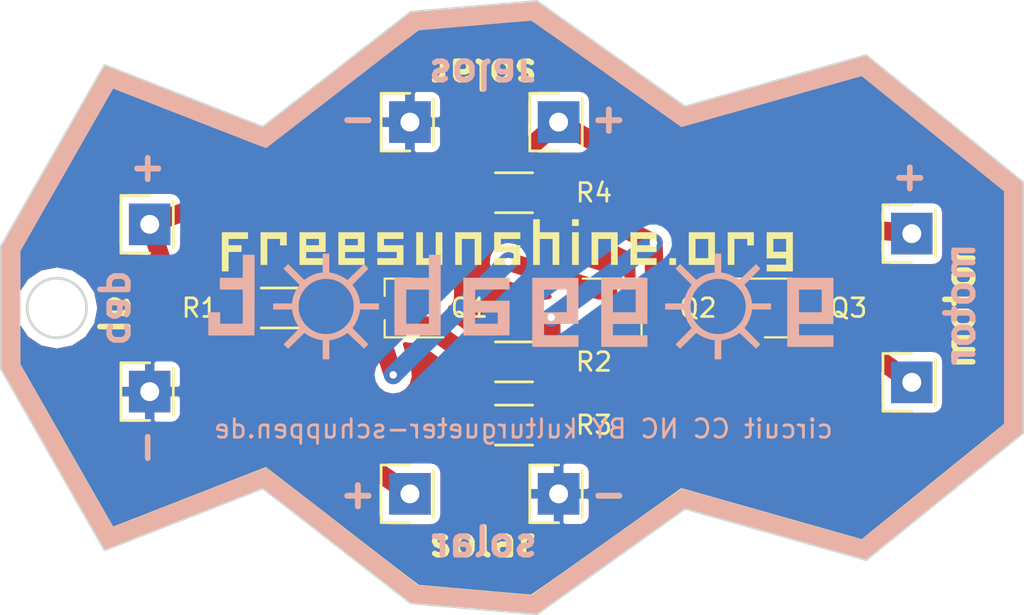
<source format=kicad_pcb>
(kicad_pcb (version 4) (host pcbnew 4.0.7)

  (general
    (links 18)
    (no_connects 0)
    (area 115.94533 83.430057 171.045285 116.529962)
    (thickness 1.6)
    (drawings 40)
    (tracks 25)
    (zones 0)
    (modules 21)
    (nets 8)
  )

  (page A4)
  (title_block
    (title "goggabot SMD")
    (date 2018-05-30)
    (rev 1.0)
  )

  (layers
    (0 F.Cu signal)
    (31 B.Cu signal)
    (32 B.Adhes user hide)
    (33 F.Adhes user hide)
    (34 B.Paste user hide)
    (35 F.Paste user hide)
    (36 B.SilkS user)
    (37 F.SilkS user)
    (38 B.Mask user)
    (39 F.Mask user)
    (40 Dwgs.User user hide)
    (41 Cmts.User user hide)
    (42 Eco1.User user hide)
    (43 Eco2.User user hide)
    (44 Edge.Cuts user)
    (45 Margin user hide)
    (46 B.CrtYd user hide)
    (47 F.CrtYd user)
    (48 B.Fab user hide)
    (49 F.Fab user)
  )

  (setup
    (last_trace_width 0.3)
    (user_trace_width 0.3)
    (user_trace_width 0.4)
    (user_trace_width 0.5)
    (user_trace_width 0.6)
    (user_trace_width 0.7)
    (user_trace_width 0.8)
    (user_trace_width 0.9)
    (user_trace_width 1)
    (trace_clearance 0.3)
    (zone_clearance 0.508)
    (zone_45_only no)
    (trace_min 0.3)
    (segment_width 0.2)
    (edge_width 0.15)
    (via_size 0.6)
    (via_drill 0.4)
    (via_min_size 0.6)
    (via_min_drill 0.35)
    (uvia_size 0.3)
    (uvia_drill 0.1)
    (uvias_allowed no)
    (uvia_min_size 0.2)
    (uvia_min_drill 0.1)
    (pcb_text_width 0.3)
    (pcb_text_size 1.5 1.5)
    (mod_edge_width 0.15)
    (mod_text_size 1 1)
    (mod_text_width 0.15)
    (pad_size 1.524 1.524)
    (pad_drill 0.762)
    (pad_to_mask_clearance 0.2)
    (aux_axis_origin 0 0)
    (visible_elements FFFECF29)
    (pcbplotparams
      (layerselection 0x290f8_80000001)
      (usegerberextensions false)
      (excludeedgelayer true)
      (linewidth 0.100000)
      (plotframeref true)
      (viasonmask false)
      (mode 1)
      (useauxorigin false)
      (hpglpennumber 1)
      (hpglpenspeed 20)
      (hpglpendiameter 15)
      (hpglpenoverlay 2)
      (psnegative false)
      (psa4output false)
      (plotreference true)
      (plotvalue true)
      (plotinvisibletext false)
      (padsonsilk false)
      (subtractmaskfromsilk false)
      (outputformat 1)
      (mirror false)
      (drillshape 0)
      (scaleselection 1)
      (outputdirectory /Users/oliver/Documents/ich/m/free_sunshine/gerber/))
  )

  (net 0 "")
  (net 1 GND)
  (net 2 "Net-(Q1-Pad1)")
  (net 3 "Net-(Q1-Pad3)")
  (net 4 "Net-(Q2-Pad2)")
  (net 5 "Net-(Q2-Pad3)")
  (net 6 /V+)
  (net 7 /Vmot)

  (net_class Default "This is the default net class."
    (clearance 0.3)
    (trace_width 0.3)
    (via_dia 0.6)
    (via_drill 0.4)
    (uvia_dia 0.3)
    (uvia_drill 0.1)
    (add_net /V+)
    (add_net /Vmot)
    (add_net GND)
    (add_net "Net-(Q1-Pad1)")
    (add_net "Net-(Q1-Pad3)")
    (add_net "Net-(Q2-Pad2)")
    (add_net "Net-(Q2-Pad3)")
  )

  (module TO_SOT_Packages_SMD:SOT-23_Handsoldering (layer F.Cu) (tedit 583F3954) (tstamp 5B0ADA0F)
    (at 157.8 100)
    (descr "SOT-23, Handsoldering")
    (tags SOT-23)
    (path /5B0AD25D)
    (attr smd)
    (fp_text reference Q3 (at 3.8 0) (layer F.SilkS)
      (effects (font (size 1 1) (thickness 0.15)))
    )
    (fp_text value BC817 (at 0 2.5) (layer F.Fab)
      (effects (font (size 1 1) (thickness 0.15)))
    )
    (fp_line (start 0.76 1.58) (end 0.76 0.65) (layer F.SilkS) (width 0.12))
    (fp_line (start 0.76 -1.58) (end 0.76 -0.65) (layer F.SilkS) (width 0.12))
    (fp_line (start 0.7 -1.52) (end 0.7 1.52) (layer F.Fab) (width 0.15))
    (fp_line (start -0.7 1.52) (end 0.7 1.52) (layer F.Fab) (width 0.15))
    (fp_line (start -2.7 -1.75) (end 2.7 -1.75) (layer F.CrtYd) (width 0.05))
    (fp_line (start 2.7 -1.75) (end 2.7 1.75) (layer F.CrtYd) (width 0.05))
    (fp_line (start 2.7 1.75) (end -2.7 1.75) (layer F.CrtYd) (width 0.05))
    (fp_line (start -2.7 1.75) (end -2.7 -1.75) (layer F.CrtYd) (width 0.05))
    (fp_line (start 0.76 -1.58) (end -2.4 -1.58) (layer F.SilkS) (width 0.12))
    (fp_line (start -0.7 -1.52) (end 0.7 -1.52) (layer F.Fab) (width 0.15))
    (fp_line (start -0.7 -1.52) (end -0.7 1.52) (layer F.Fab) (width 0.15))
    (fp_line (start 0.76 1.58) (end -0.7 1.58) (layer F.SilkS) (width 0.12))
    (pad 1 smd rect (at -1.5 -0.95) (size 1.9 0.8) (layers F.Cu F.Paste F.Mask)
      (net 4 "Net-(Q2-Pad2)"))
    (pad 2 smd rect (at -1.5 0.95) (size 1.9 0.8) (layers F.Cu F.Paste F.Mask)
      (net 1 GND))
    (pad 3 smd rect (at 1.5 0) (size 1.9 0.8) (layers F.Cu F.Paste F.Mask)
      (net 7 /Vmot))
    (model TO_SOT_Packages_SMD.3dshapes/SOT-23.wrl
      (at (xyz 0 0 0))
      (scale (xyz 1 1 1))
      (rotate (xyz 0 0 0))
    )
  )

  (module Gogga:goggabot_55x33_outline_1mm (layer B.Cu) (tedit 5B0C2B20) (tstamp 5B1FED78)
    (at 143.38 100)
    (fp_text reference outline (at 0 0) (layer B.SilkS) hide
      (effects (font (thickness 0.3)) (justify mirror))
    )
    (fp_text value LOGO (at 0.75 0) (layer B.SilkS) hide
      (effects (font (thickness 0.3)) (justify mirror))
    )
    (fp_poly (pts (xy 1.414102 16.466074) (xy 1.443618 16.452439) (xy 1.487659 16.427783) (xy 1.548057 16.390827)
      (xy 1.626647 16.340292) (xy 1.725263 16.274899) (xy 1.845738 16.193369) (xy 1.989907 16.094422)
      (xy 2.159602 15.976781) (xy 2.356659 15.839165) (xy 2.582911 15.680296) (xy 2.840191 15.498895)
      (xy 3.130333 15.293683) (xy 3.455172 15.063381) (xy 3.816541 14.80671) (xy 4.216274 14.52239)
      (xy 4.656204 14.209144) (xy 5.138166 13.865691) (xy 5.44854 13.644404) (xy 9.416797 10.814712)
      (xy 14.263378 12.186223) (xy 14.767753 12.328882) (xy 15.258038 12.467414) (xy 15.731564 12.601071)
      (xy 16.185659 12.729105) (xy 16.617655 12.850768) (xy 17.024881 12.965311) (xy 17.404669 13.071987)
      (xy 17.754348 13.170047) (xy 18.071249 13.258742) (xy 18.352703 13.337326) (xy 18.596038 13.405048)
      (xy 18.798587 13.461162) (xy 18.957678 13.504919) (xy 19.070643 13.535571) (xy 19.134811 13.55237)
      (xy 19.149151 13.555504) (xy 19.174267 13.538116) (xy 19.240263 13.487521) (xy 19.345058 13.405388)
      (xy 19.486572 13.293392) (xy 19.662723 13.153203) (xy 19.871432 12.986492) (xy 20.110616 12.794932)
      (xy 20.378195 12.580195) (xy 20.672088 12.343951) (xy 20.990214 12.087874) (xy 21.330493 11.813634)
      (xy 21.690842 11.522903) (xy 22.069183 11.217353) (xy 22.463433 10.898656) (xy 22.871511 10.568483)
      (xy 23.291338 10.228507) (xy 23.394009 10.145319) (xy 27.599673 6.737364) (xy 27.599673 -6.761555)
      (xy 23.38154 -10.175085) (xy 22.875766 -10.584319) (xy 22.411205 -10.960051) (xy 21.986112 -11.303664)
      (xy 21.598741 -11.616539) (xy 21.247349 -11.90006) (xy 20.93019 -12.155606) (xy 20.645518 -12.384562)
      (xy 20.391589 -12.588308) (xy 20.166657 -12.768227) (xy 19.968978 -12.925701) (xy 19.796807 -13.062112)
      (xy 19.648397 -13.178842) (xy 19.522006 -13.277273) (xy 19.415886 -13.358787) (xy 19.328293 -13.424765)
      (xy 19.257483 -13.476591) (xy 19.20171 -13.515646) (xy 19.159228 -13.543312) (xy 19.128293 -13.560972)
      (xy 19.107161 -13.570006) (xy 19.094085 -13.571798) (xy 19.092869 -13.571567) (xy 19.059174 -13.562342)
      (xy 18.974959 -13.538818) (xy 18.842952 -13.501765) (xy 18.665879 -13.451953) (xy 18.446469 -13.390152)
      (xy 18.187447 -13.31713) (xy 17.891542 -13.233659) (xy 17.56148 -13.140507) (xy 17.199989 -13.038445)
      (xy 16.809795 -12.928242) (xy 16.393627 -12.810668) (xy 15.954209 -12.686492) (xy 15.494271 -12.556485)
      (xy 15.016539 -12.421416) (xy 14.523741 -12.282055) (xy 14.290958 -12.216214) (xy 13.792039 -12.075106)
      (xy 13.306888 -11.937919) (xy 12.838233 -11.805426) (xy 12.388805 -11.678395) (xy 11.961335 -11.557599)
      (xy 11.55855 -11.443807) (xy 11.183183 -11.337791) (xy 10.837961 -11.240321) (xy 10.525616 -11.152168)
      (xy 10.248877 -11.074102) (xy 10.010473 -11.006894) (xy 9.813136 -10.951316) (xy 9.659594 -10.908136)
      (xy 9.552577 -10.878127) (xy 9.494815 -10.862059) (xy 9.485518 -10.859557) (xy 9.472498 -10.859849)
      (xy 9.451689 -10.866473) (xy 9.421148 -10.88078) (xy 9.37893 -10.904123) (xy 9.323089 -10.937856)
      (xy 9.251681 -10.983329) (xy 9.16276 -11.041896) (xy 9.054381 -11.114909) (xy 8.9246 -11.203721)
      (xy 8.771472 -11.309684) (xy 8.593051 -11.43415) (xy 8.387392 -11.578473) (xy 8.152551 -11.744005)
      (xy 7.886582 -11.932098) (xy 7.58754 -12.144104) (xy 7.253481 -12.381377) (xy 6.88246 -12.645268)
      (xy 6.472531 -12.937131) (xy 6.021749 -13.258318) (xy 5.528169 -13.61018) (xy 5.459701 -13.659)
      (xy 1.507952 -16.476797) (xy 1.341939 -16.481676) (xy 1.293156 -16.479936) (xy 1.192882 -16.47363)
      (xy 1.044747 -16.463052) (xy 0.852383 -16.448498) (xy 0.619423 -16.430262) (xy 0.349498 -16.40864)
      (xy 0.04624 -16.383926) (xy -0.28672 -16.356415) (xy -0.64575 -16.326402) (xy -1.027218 -16.294183)
      (xy -1.427492 -16.260051) (xy -1.84294 -16.224303) (xy -2.076689 -16.20405) (xy -5.329303 -15.921545)
      (xy -6.36536 -15.117432) (xy -6.518643 -14.998438) (xy -6.711764 -14.848475) (xy -6.940871 -14.670534)
      (xy -7.202112 -14.46761) (xy -7.491635 -14.242694) (xy -7.805588 -13.99878) (xy -8.140119 -13.73886)
      (xy -8.491376 -13.465927) (xy -8.855507 -13.182975) (xy -9.228661 -12.892995) (xy -9.606984 -12.598981)
      (xy -9.986626 -12.303926) (xy -10.342314 -12.027473) (xy -10.765376 -11.698745) (xy -11.146967 -11.402491)
      (xy -11.489216 -11.137105) (xy -11.794252 -10.900984) (xy -12.064203 -10.692522) (xy -12.301199 -10.510116)
      (xy -12.507368 -10.352161) (xy -12.684841 -10.217053) (xy -12.835745 -10.103187) (xy -12.962209 -10.008959)
      (xy -13.066363 -9.932764) (xy -13.150336 -9.872998) (xy -13.216256 -9.828056) (xy -13.266253 -9.796335)
      (xy -13.302456 -9.77623) (xy -13.326993 -9.766136) (xy -13.341993 -9.764449) (xy -13.344383 -9.765106)
      (xy -13.376519 -9.777616) (xy -13.457438 -9.80919) (xy -13.584381 -9.85875) (xy -13.754588 -9.925217)
      (xy -13.965301 -10.007515) (xy -14.213761 -10.104564) (xy -14.497208 -10.215288) (xy -14.812883 -10.338608)
      (xy -15.158028 -10.473447) (xy -15.529882 -10.618726) (xy -15.925687 -10.773368) (xy -16.342685 -10.936295)
      (xy -16.778115 -11.106429) (xy -17.229218 -11.282692) (xy -17.594656 -11.425486) (xy -18.055328 -11.605313)
      (xy -18.502071 -11.779345) (xy -18.932164 -11.946539) (xy -19.342885 -12.10585) (xy -19.731512 -12.256235)
      (xy -20.095324 -12.39665) (xy -20.431599 -12.526051) (xy -20.737615 -12.643393) (xy -21.01065 -12.747633)
      (xy -21.247983 -12.837726) (xy -21.446891 -12.912629) (xy -21.604654 -12.971297) (xy -21.718549 -13.012686)
      (xy -21.785854 -13.035753) (xy -21.804349 -13.04029) (xy -21.819898 -13.014425) (xy -21.861558 -12.942769)
      (xy -21.928025 -12.827599) (xy -22.017995 -12.671195) (xy -22.130164 -12.475833) (xy -22.263229 -12.243792)
      (xy -22.415885 -11.977351) (xy -22.586829 -11.678787) (xy -22.774758 -11.350379) (xy -22.978366 -10.994404)
      (xy -23.196351 -10.613142) (xy -23.427409 -10.20887) (xy -23.670235 -9.783866) (xy -23.923526 -9.340408)
      (xy -24.185978 -8.880775) (xy -24.456288 -8.407245) (xy -24.594715 -8.164696) (xy -27.364488 -3.3112)
      (xy -27.364488 3.041467) (xy -26.340741 3.041467) (xy -26.340741 -3.064842) (xy -23.847612 -7.432802)
      (xy -23.588231 -7.88722) (xy -23.336269 -8.328611) (xy -23.09309 -8.754584) (xy -22.860058 -9.162751)
      (xy -22.638538 -9.550722) (xy -22.429896 -9.916109) (xy -22.235494 -10.256521) (xy -22.056699 -10.56957)
      (xy -21.894875 -10.852866) (xy -21.751387 -11.10402) (xy -21.627598 -11.320643) (xy -21.524875 -11.500345)
      (xy -21.444581 -11.640738) (xy -21.388081 -11.739431) (xy -21.35674 -11.794036) (xy -21.350499 -11.804765)
      (xy -21.32474 -11.795311) (xy -21.250188 -11.76676) (xy -21.129584 -11.72018) (xy -20.965666 -11.656637)
      (xy -20.761175 -11.577199) (xy -20.518851 -11.482935) (xy -20.241433 -11.374911) (xy -19.931662 -11.254196)
      (xy -19.592277 -11.121856) (xy -19.226019 -10.97896) (xy -18.835627 -10.826574) (xy -18.423841 -10.665768)
      (xy -17.993402 -10.497607) (xy -17.547048 -10.32316) (xy -17.251525 -10.207625) (xy -16.79592 -10.029548)
      (xy -16.354188 -9.857018) (xy -15.92909 -9.691108) (xy -15.523388 -9.532891) (xy -15.139842 -9.38344)
      (xy -14.781214 -9.243828) (xy -14.450265 -9.115127) (xy -14.149756 -8.99841) (xy -13.88245 -8.89475)
      (xy -13.651106 -8.805219) (xy -13.458487 -8.730891) (xy -13.307353 -8.672838) (xy -13.200467 -8.632132)
      (xy -13.140588 -8.609847) (xy -13.12822 -8.605747) (xy -13.1038 -8.622387) (xy -13.037871 -8.671351)
      (xy -12.93259 -8.750972) (xy -12.790118 -8.859585) (xy -12.612613 -8.995523) (xy -12.402235 -9.15712)
      (xy -12.161143 -9.342712) (xy -11.891495 -9.550631) (xy -11.595452 -9.779212) (xy -11.275173 -10.026789)
      (xy -10.932816 -10.291696) (xy -10.57054 -10.572267) (xy -10.190505 -10.866837) (xy -9.794871 -11.173738)
      (xy -9.385795 -11.491307) (xy -9.023063 -11.773094) (xy -8.56497 -12.12884) (xy -8.125315 -12.469805)
      (xy -7.70586 -12.794635) (xy -7.308372 -13.101979) (xy -6.934615 -13.390483) (xy -6.586354 -13.658795)
      (xy -6.265352 -13.905562) (xy -5.973376 -14.129432) (xy -5.712189 -14.329053) (xy -5.483557 -14.503071)
      (xy -5.289244 -14.650135) (xy -5.131014 -14.768891) (xy -5.010633 -14.857987) (xy -4.929866 -14.916071)
      (xy -4.890476 -14.94179) (xy -4.887217 -14.943009) (xy -4.852144 -14.945634) (xy -4.765611 -14.952793)
      (xy -4.631282 -14.964168) (xy -4.452823 -14.979443) (xy -4.233898 -14.998299) (xy -3.978172 -15.020419)
      (xy -3.68931 -15.045485) (xy -3.370975 -15.07318) (xy -3.026834 -15.103186) (xy -2.66055 -15.135187)
      (xy -2.275788 -15.168863) (xy -1.881482 -15.203436) (xy -1.481842 -15.238396) (xy -1.096897 -15.271855)
      (xy -0.730326 -15.303504) (xy -0.385811 -15.333036) (xy -0.067033 -15.36014) (xy 0.222327 -15.384511)
      (xy 0.478589 -15.405838) (xy 0.698071 -15.423814) (xy 0.877092 -15.43813) (xy 1.01197 -15.448478)
      (xy 1.099027 -15.45455) (xy 1.134422 -15.456053) (xy 1.165071 -15.43938) (xy 1.239023 -15.391597)
      (xy 1.354627 -15.313861) (xy 1.510231 -15.207333) (xy 1.704185 -15.073171) (xy 1.934837 -14.912534)
      (xy 2.200537 -14.726582) (xy 2.499632 -14.516474) (xy 2.830473 -14.283369) (xy 3.191407 -14.028426)
      (xy 3.580783 -13.752805) (xy 3.996952 -13.457664) (xy 4.43826 -13.144164) (xy 4.903058 -12.813462)
      (xy 5.213714 -12.592166) (xy 9.223833 -9.734258) (xy 18.928889 -12.480956) (xy 19.058617 -12.373782)
      (xy 19.093847 -12.345043) (xy 19.169803 -12.283364) (xy 19.284185 -12.190609) (xy 19.434694 -12.068639)
      (xy 19.619029 -11.919315) (xy 19.83489 -11.744499) (xy 20.079979 -11.546053) (xy 20.351995 -11.32584)
      (xy 20.648639 -11.085719) (xy 20.96761 -10.827554) (xy 21.30661 -10.553207) (xy 21.663338 -10.264537)
      (xy 22.035495 -9.963409) (xy 22.42078 -9.651683) (xy 22.816895 -9.33122) (xy 22.889052 -9.272847)
      (xy 26.58976 -6.279086) (xy 26.587989 -0.006046) (xy 26.586218 6.266993) (xy 22.769331 9.35207)
      (xy 22.367162 9.677073) (xy 21.976489 9.992669) (xy 21.599494 10.297103) (xy 21.238354 10.588618)
      (xy 20.895251 10.865461) (xy 20.572361 11.125875) (xy 20.271866 11.368105) (xy 19.995944 11.590395)
      (xy 19.746775 11.79099) (xy 19.526537 11.968135) (xy 19.337411 12.120074) (xy 19.181575 12.245052)
      (xy 19.061209 12.341313) (xy 18.978491 12.407102) (xy 18.935602 12.440664) (xy 18.929831 12.444803)
      (xy 18.901266 12.438182) (xy 18.822137 12.417197) (xy 18.695116 12.382598) (xy 18.522873 12.335132)
      (xy 18.308079 12.275549) (xy 18.053404 12.204597) (xy 17.761521 12.123024) (xy 17.435098 12.03158)
      (xy 17.076808 11.931013) (xy 16.68932 11.822072) (xy 16.275307 11.705504) (xy 15.837437 11.58206)
      (xy 15.378383 11.452488) (xy 14.900815 11.317536) (xy 14.407404 11.177953) (xy 14.108891 11.093432)
      (xy 13.606798 10.95129) (xy 13.118644 10.813222) (xy 12.647126 10.679986) (xy 12.194938 10.552338)
      (xy 11.764776 10.431035) (xy 11.359335 10.316833) (xy 10.981309 10.210489) (xy 10.633395 10.11276)
      (xy 10.318286 10.024403) (xy 10.03868 9.946175) (xy 9.797269 9.878831) (xy 9.59675 9.823129)
      (xy 9.439819 9.779826) (xy 9.329169 9.749677) (xy 9.267496 9.733441) (xy 9.255229 9.730696)
      (xy 9.226281 9.746186) (xy 9.154028 9.79279) (xy 9.040119 9.869348) (xy 8.886202 9.974705)
      (xy 8.693926 10.107701) (xy 8.464939 10.26718) (xy 8.200891 10.451984) (xy 7.90343 10.660955)
      (xy 7.574206 10.892936) (xy 7.214866 11.146769) (xy 6.827059 11.421296) (xy 6.412435 11.71536)
      (xy 5.972642 12.027803) (xy 5.509329 12.357468) (xy 5.191418 12.583947) (xy 1.182945 15.440906)
      (xy -1.884734 15.177696) (xy -4.952413 14.914487) (xy -8.996318 11.771258) (xy -9.41389 11.446728)
      (xy -9.82003 11.131158) (xy -10.212558 10.826238) (xy -10.589293 10.53366) (xy -10.948054 10.255114)
      (xy -11.286662 9.992293) (xy -11.602936 9.746886) (xy -11.894694 9.520585) (xy -12.159757 9.315082)
      (xy -12.395943 9.132066) (xy -12.601073 8.973229) (xy -12.772966 8.840263) (xy -12.909441 8.734858)
      (xy -13.008318 8.658705) (xy -13.067415 8.613495) (xy -13.084545 8.600768) (xy -13.103298 8.601903)
      (xy -13.147855 8.613666) (xy -13.21997 8.636723) (xy -13.321397 8.671742) (xy -13.453889 8.719389)
      (xy -13.619199 8.780331) (xy -13.819081 8.855233) (xy -14.055287 8.944762) (xy -14.329572 9.049585)
      (xy -14.643688 9.170368) (xy -14.999389 9.307778) (xy -15.398428 9.462481) (xy -15.842558 9.635143)
      (xy -16.333534 9.826432) (xy -16.873107 10.037013) (xy -17.236579 10.179024) (xy -17.692516 10.357173)
      (xy -18.134343 10.529698) (xy -18.559321 10.695536) (xy -18.964711 10.853621) (xy -19.347777 11.00289)
      (xy -19.70578 11.142279) (xy -20.035983 11.270724) (xy -20.335647 11.387161) (xy -20.602035 11.490526)
      (xy -20.832409 11.579755) (xy -21.024031 11.653783) (xy -21.174162 11.711547) (xy -21.280066 11.751983)
      (xy -21.339004 11.774026) (xy -21.350853 11.777978) (xy -21.365031 11.753654) (xy -21.405271 11.68366)
      (xy -21.470205 11.570388) (xy -21.558466 11.41623) (xy -21.668688 11.223578) (xy -21.799503 10.994824)
      (xy -21.949545 10.73236) (xy -22.117447 10.438577) (xy -22.301842 10.115869) (xy -22.501362 9.766626)
      (xy -22.714641 9.393241) (xy -22.940312 8.998105) (xy -23.177008 8.583612) (xy -23.423362 8.152152)
      (xy -23.678008 7.706117) (xy -23.849079 7.40644) (xy -26.340741 3.041467) (xy -27.364488 3.041467)
      (xy -27.364488 3.290441) (xy -24.595046 8.140482) (xy -24.321212 8.619962) (xy -24.054564 9.086707)
      (xy -23.796409 9.538437) (xy -23.548052 9.972871) (xy -23.3108 10.387731) (xy -23.085958 10.780737)
      (xy -22.874833 11.149609) (xy -22.67873 11.492067) (xy -22.498956 11.805832) (xy -22.336815 12.088625)
      (xy -22.193615 12.338164) (xy -22.070661 12.552172) (xy -21.969259 12.728367) (xy -21.890715 12.864472)
      (xy -21.836335 12.958205) (xy -21.807425 13.007287) (xy -21.802936 13.014365) (xy -21.775119 13.007069)
      (xy -21.698504 12.980587) (xy -21.575799 12.935957) (xy -21.409715 12.874217) (xy -21.202963 12.796407)
      (xy -20.958252 12.703564) (xy -20.678293 12.596728) (xy -20.365795 12.476937) (xy -20.023469 12.34523)
      (xy -19.654024 12.202645) (xy -19.260172 12.050221) (xy -18.844622 11.888997) (xy -18.410084 11.72001)
      (xy -17.959268 11.544301) (xy -17.551409 11.385008) (xy -17.088333 11.204037) (xy -16.639103 11.028597)
      (xy -16.206435 10.859742) (xy -15.793045 10.698528) (xy -15.40165 10.54601) (xy -15.034965 10.403244)
      (xy -14.695706 10.271284) (xy -14.38659 10.151187) (xy -14.110331 10.044007) (xy -13.869647 9.950799)
      (xy -13.667253 9.87262) (xy -13.505866 9.810524) (xy -13.388201 9.765567) (xy -13.316974 9.738803)
      (xy -13.29488 9.731139) (xy -13.270493 9.74778) (xy -13.204622 9.796719) (xy -13.099454 9.876267)
      (xy -12.95718 9.984736) (xy -12.779986 10.120439) (xy -12.570061 10.281688) (xy -12.329593 10.466794)
      (xy -12.06077 10.674069) (xy -11.765781 10.901826) (xy -11.446813 11.148377) (xy -11.106055 11.412033)
      (xy -10.745695 11.691107) (xy -10.367921 11.983911) (xy -9.974921 12.288756) (xy -9.568884 12.603955)
      (xy -9.296732 12.815353) (xy -5.326253 15.900234) (xy -2.005991 16.183036) (xy -1.581194 16.219194)
      (xy -1.170809 16.254078) (xy -0.77831 16.287396) (xy -0.407175 16.318854) (xy -0.060881 16.348159)
      (xy 0.257098 16.375018) (xy 0.543285 16.399138) (xy 0.794202 16.420226) (xy 1.006376 16.437989)
      (xy 1.176328 16.452134) (xy 1.300583 16.462368) (xy 1.375665 16.468397) (xy 1.397277 16.469967)
      (xy 1.414102 16.466074)) (layer B.SilkS) (width 0.01))
  )

  (module Gogga:goggabot_55x33_mask (layer B.Cu) (tedit 5B0E881E) (tstamp 5B1FED6E)
    (at 143.52 100)
    (fp_text reference mask (at 0 2.54) (layer B.SilkS) hide
      (effects (font (thickness 0.3)) (justify mirror))
    )
    (fp_text value LOGO (at 0 -2.54) (layer B.SilkS) hide
      (effects (font (thickness 0.3)) (justify mirror))
    )
    (fp_poly (pts (xy -11.626511 -8.980473) (xy -11.559322 -9.025764) (xy -11.453016 -9.098123) (xy -11.310026 -9.195876)
      (xy -11.132784 -9.317351) (xy -10.923721 -9.460874) (xy -10.685272 -9.624773) (xy -10.419868 -9.807374)
      (xy -10.129943 -10.007005) (xy -9.817928 -10.221992) (xy -9.486255 -10.450662) (xy -9.137359 -10.691343)
      (xy -8.77367 -10.94236) (xy -8.397622 -11.202042) (xy -8.303942 -11.266754) (xy -7.857975 -11.574826)
      (xy -7.453849 -11.853935) (xy -7.08941 -12.105512) (xy -6.762503 -12.330987) (xy -6.470973 -12.531791)
      (xy -6.212666 -12.709355) (xy -5.985428 -12.865109) (xy -5.787103 -13.000484) (xy -5.615537 -13.11691)
      (xy -5.468575 -13.21582) (xy -5.344062 -13.298642) (xy -5.239844 -13.366807) (xy -5.153767 -13.421748)
      (xy -5.083675 -13.464893) (xy -5.027414 -13.497673) (xy -4.982829 -13.52152) (xy -4.947765 -13.537864)
      (xy -4.920069 -13.548136) (xy -4.897585 -13.553766) (xy -4.878158 -13.556185) (xy -4.859634 -13.556824)
      (xy -4.85489 -13.556873) (xy -4.810868 -13.558468) (xy -4.716948 -13.562791) (xy -4.576625 -13.56966)
      (xy -4.393395 -13.578891) (xy -4.170753 -13.590302) (xy -3.912196 -13.603711) (xy -3.62122 -13.618935)
      (xy -3.30132 -13.635791) (xy -2.955992 -13.654097) (xy -2.588731 -13.673671) (xy -2.203034 -13.69433)
      (xy -1.802397 -13.715891) (xy -1.590842 -13.727316) (xy 1.537368 -13.896466) (xy 4.402587 -11.98941)
      (xy 7.267805 -10.082354) (xy 7.751376 -10.243807) (xy 7.901841 -10.294937) (xy 8.033165 -10.341268)
      (xy 8.137554 -10.379911) (xy 8.207214 -10.407975) (xy 8.234352 -10.422568) (xy 8.234459 -10.422998)
      (xy 8.212979 -10.441105) (xy 8.150557 -10.48804) (xy 8.049969 -10.561835) (xy 7.913987 -10.660524)
      (xy 7.745389 -10.782141) (xy 7.546947 -10.924719) (xy 7.321438 -11.086291) (xy 7.071635 -11.264891)
      (xy 6.800314 -11.458552) (xy 6.51025 -11.665308) (xy 6.204217 -11.883191) (xy 5.88499 -12.110236)
      (xy 5.555344 -12.344475) (xy 5.218054 -12.583943) (xy 4.875894 -12.826671) (xy 4.53164 -13.070695)
      (xy 4.188066 -13.314047) (xy 3.847948 -13.55476) (xy 3.514059 -13.790869) (xy 3.189175 -14.020406)
      (xy 2.87607 -14.241404) (xy 2.577519 -14.451898) (xy 2.296298 -14.64992) (xy 2.035181 -14.833504)
      (xy 1.796942 -15.000683) (xy 1.584357 -15.149491) (xy 1.400201 -15.277961) (xy 1.247247 -15.384126)
      (xy 1.128272 -15.46602) (xy 1.04605 -15.521677) (xy 1.003355 -15.549129) (xy 0.997959 -15.551772)
      (xy 0.965387 -15.549947) (xy 0.882985 -15.543525) (xy 0.754171 -15.532809) (xy 0.582364 -15.518102)
      (xy 0.370983 -15.499705) (xy 0.123445 -15.477922) (xy -0.156829 -15.453055) (xy -0.466423 -15.425407)
      (xy -0.801916 -15.39528) (xy -1.159891 -15.362977) (xy -1.536929 -15.328801) (xy -1.929612 -15.293053)
      (xy -2.072106 -15.280045) (xy -2.469768 -15.243566) (xy -2.85314 -15.208109) (xy -3.218788 -15.174008)
      (xy -3.563279 -15.141595) (xy -3.88318 -15.111202) (xy -4.175056 -15.083163) (xy -4.435476 -15.057809)
      (xy -4.661005 -15.035475) (xy -4.848209 -15.016491) (xy -4.993657 -15.001192) (xy -5.093913 -14.98991)
      (xy -5.145546 -14.982977) (xy -5.151491 -14.981641) (xy -5.180366 -14.962504) (xy -5.248412 -14.912919)
      (xy -5.353016 -14.834904) (xy -5.491566 -14.730478) (xy -5.661447 -14.601656) (xy -5.860048 -14.450458)
      (xy -6.084755 -14.278901) (xy -6.332954 -14.089002) (xy -6.602033 -13.88278) (xy -6.889378 -13.662251)
      (xy -7.192376 -13.429434) (xy -7.508414 -13.186346) (xy -7.83488 -12.935005) (xy -8.169158 -12.677429)
      (xy -8.508638 -12.415635) (xy -8.850705 -12.151641) (xy -9.192746 -11.887464) (xy -9.532149 -11.625123)
      (xy -9.866299 -11.366635) (xy -10.192584 -11.114017) (xy -10.508391 -10.869288) (xy -10.811106 -10.634465)
      (xy -11.098116 -10.411566) (xy -11.366809 -10.202607) (xy -11.614571 -10.009608) (xy -11.838789 -9.834586)
      (xy -12.036849 -9.679558) (xy -12.206139 -9.546542) (xy -12.344045 -9.437556) (xy -12.447955 -9.354618)
      (xy -12.515255 -9.299744) (xy -12.543331 -9.274954) (xy -12.543977 -9.273729) (xy -12.508864 -9.254766)
      (xy -12.434385 -9.223679) (xy -12.330788 -9.18403) (xy -12.208325 -9.139378) (xy -12.077245 -9.093284)
      (xy -11.947797 -9.049308) (xy -11.830231 -9.011012) (xy -11.734796 -8.981956) (xy -11.671744 -8.965701)
      (xy -11.652149 -8.963922) (xy -11.626511 -8.980473)) (layer B.Mask) (width 0.01))
    (fp_poly (pts (xy 26.266294 -6.516407) (xy 26.180274 -6.586153) (xy 26.059301 -6.683928) (xy 25.905907 -6.807698)
      (xy 25.722625 -6.955428) (xy 25.511988 -7.125085) (xy 25.276529 -7.314634) (xy 25.01878 -7.522041)
      (xy 24.741274 -7.745272) (xy 24.446544 -7.982293) (xy 24.137123 -8.231069) (xy 23.815543 -8.489567)
      (xy 23.484337 -8.755753) (xy 23.146038 -9.027591) (xy 22.803179 -9.303049) (xy 22.458292 -9.580091)
      (xy 22.11391 -9.856684) (xy 21.772567 -10.130794) (xy 21.436793 -10.400386) (xy 21.109124 -10.663426)
      (xy 20.79209 -10.91788) (xy 20.488225 -11.161714) (xy 20.200062 -11.392894) (xy 19.930133 -11.609385)
      (xy 19.680972 -11.809154) (xy 19.45511 -11.990166) (xy 19.255081 -12.150387) (xy 19.083417 -12.287783)
      (xy 18.942652 -12.400319) (xy 18.835317 -12.485963) (xy 18.763946 -12.542679) (xy 18.731072 -12.568433)
      (xy 18.729158 -12.569799) (xy 18.700904 -12.564275) (xy 18.623802 -12.54521) (xy 18.500536 -12.51333)
      (xy 18.333791 -12.469363) (xy 18.126253 -12.414037) (xy 17.880606 -12.34808) (xy 17.599537 -12.272219)
      (xy 17.28573 -12.187183) (xy 16.941871 -12.093699) (xy 16.570645 -11.992494) (xy 16.174736 -11.884296)
      (xy 15.756832 -11.769834) (xy 15.319616 -11.649834) (xy 14.865774 -11.525025) (xy 14.397992 -11.396134)
      (xy 14.379162 -11.39094) (xy 13.910962 -11.261731) (xy 13.456711 -11.136234) (xy 13.019086 -11.015195)
      (xy 12.600766 -10.89936) (xy 12.204431 -10.789475) (xy 11.832758 -10.686286) (xy 11.488427 -10.590541)
      (xy 11.174115 -10.502984) (xy 10.892501 -10.424362) (xy 10.646265 -10.355422) (xy 10.438085 -10.296909)
      (xy 10.270638 -10.24957) (xy 10.146605 -10.214151) (xy 10.068663 -10.191398) (xy 10.039491 -10.182057)
      (xy 10.039376 -10.181973) (xy 10.054827 -10.162311) (xy 10.107934 -10.118016) (xy 10.191941 -10.054242)
      (xy 10.300093 -9.97614) (xy 10.405468 -9.902679) (xy 10.788087 -9.639913) (xy 18.338099 -9.524901)
      (xy 24.798421 -6.315411) (xy 25.678083 -6.297403) (xy 26.557746 -6.279395) (xy 26.266294 -6.516407)) (layer B.Mask) (width 0.01))
    (fp_poly (pts (xy -26.128579 -2.969193) (xy -25.600527 -2.970597) (xy -23.128599 -6.04393) (xy -22.843282 -6.39843)
      (xy -22.566911 -6.741359) (xy -22.301358 -7.070418) (xy -22.048492 -7.383306) (xy -21.810184 -7.677724)
      (xy -21.588306 -7.951372) (xy -21.384728 -8.201951) (xy -21.201321 -8.42716) (xy -21.039956 -8.6247)
      (xy -20.902503 -8.792271) (xy -20.790833 -8.927573) (xy -20.706818 -9.028306) (xy -20.652327 -9.092171)
      (xy -20.629231 -9.116867) (xy -20.628704 -9.117095) (xy -20.599091 -9.112239) (xy -20.520445 -9.098153)
      (xy -20.396284 -9.075493) (xy -20.230128 -9.044911) (xy -20.025495 -9.007062) (xy -19.785904 -8.962598)
      (xy -19.514875 -8.912174) (xy -19.215926 -8.856443) (xy -18.892576 -8.796059) (xy -18.548344 -8.731676)
      (xy -18.18675 -8.663948) (xy -17.901433 -8.610441) (xy -17.529024 -8.54082) (xy -17.171289 -8.474443)
      (xy -16.831746 -8.411934) (xy -16.513912 -8.353918) (xy -16.221305 -8.301022) (xy -15.957441 -8.25387)
      (xy -15.725837 -8.213088) (xy -15.53001 -8.179301) (xy -15.373478 -8.153133) (xy -15.259757 -8.135211)
      (xy -15.192364 -8.12616) (xy -15.174275 -8.125612) (xy -15.146406 -8.147238) (xy -15.082134 -8.197087)
      (xy -14.987316 -8.270619) (xy -14.867808 -8.363293) (xy -14.729468 -8.470566) (xy -14.584948 -8.582626)
      (xy -14.435151 -8.698808) (xy -14.299581 -8.804019) (xy -14.183873 -8.893878) (xy -14.093662 -8.964009)
      (xy -14.034583 -9.010033) (xy -14.012334 -9.027518) (xy -14.014985 -9.050827) (xy -14.015561 -9.051421)
      (xy -14.041137 -9.062029) (xy -14.113264 -9.090612) (xy -14.22861 -9.135881) (xy -14.383842 -9.196546)
      (xy -14.57563 -9.271316) (xy -14.800641 -9.358902) (xy -15.055543 -9.458012) (xy -15.337005 -9.567358)
      (xy -15.641695 -9.685649) (xy -15.966281 -9.811595) (xy -16.307431 -9.943905) (xy -16.661813 -10.081291)
      (xy -17.026096 -10.222461) (xy -17.396947 -10.366126) (xy -17.771035 -10.510995) (xy -18.145028 -10.655779)
      (xy -18.515594 -10.799187) (xy -18.879401 -10.93993) (xy -19.233117 -11.076716) (xy -19.573411 -11.208257)
      (xy -19.896951 -11.333262) (xy -20.200405 -11.45044) (xy -20.48044 -11.558503) (xy -20.733726 -11.656159)
      (xy -20.95693 -11.742119) (xy -21.14672 -11.815092) (xy -21.299766 -11.873789) (xy -21.412734 -11.916919)
      (xy -21.482293 -11.943193) (xy -21.505103 -11.951368) (xy -21.518823 -11.92856) (xy -21.557901 -11.861622)
      (xy -21.621049 -11.75279) (xy -21.706979 -11.604297) (xy -21.814405 -11.418377) (xy -21.942038 -11.197264)
      (xy -22.088591 -10.943192) (xy -22.252777 -10.658395) (xy -22.433307 -10.345106) (xy -22.628896 -10.00556)
      (xy -22.838254 -9.64199) (xy -23.060095 -9.25663) (xy -23.293132 -8.851714) (xy -23.536076 -8.429477)
      (xy -23.78764 -7.992151) (xy -24.046536 -7.541971) (xy -24.083863 -7.477058) (xy -24.343734 -7.025026)
      (xy -24.596392 -6.585366) (xy -24.840552 -6.160321) (xy -25.074929 -5.752136) (xy -25.298236 -5.363056)
      (xy -25.509188 -4.995324) (xy -25.706499 -4.651186) (xy -25.888885 -4.332885) (xy -26.05506 -4.042666)
      (xy -26.203737 -3.782774) (xy -26.333632 -3.555452) (xy -26.44346 -3.362945) (xy -26.531933 -3.207497)
      (xy -26.597768 -3.091354) (xy -26.639678 -3.016758) (xy -26.656379 -2.985955) (xy -26.656632 -2.985269)
      (xy -26.631239 -2.979992) (xy -26.560429 -2.975496) (xy -26.452256 -2.972026) (xy -26.314773 -2.969827)
      (xy -26.156036 -2.969144) (xy -26.128579 -2.969193)) (layer B.Mask) (width 0.01))
    (fp_poly (pts (xy -21.473721 11.936896) (xy -21.399992 11.910325) (xy -21.2831 11.86698) (xy -21.126389 11.80815)
      (xy -20.933203 11.735124) (xy -20.706885 11.64919) (xy -20.450778 11.551638) (xy -20.168225 11.443755)
      (xy -19.862571 11.32683) (xy -19.537159 11.202152) (xy -19.195332 11.07101) (xy -18.840434 10.934692)
      (xy -18.475808 10.794488) (xy -18.104798 10.651685) (xy -17.730748 10.507572) (xy -17.356999 10.363438)
      (xy -16.986898 10.220571) (xy -16.623785 10.080261) (xy -16.271006 9.943796) (xy -15.931904 9.812465)
      (xy -15.609821 9.687555) (xy -15.308103 9.570357) (xy -15.030091 9.462158) (xy -14.77913 9.364248)
      (xy -14.558563 9.277914) (xy -14.371733 9.204446) (xy -14.221985 9.145132) (xy -14.112661 9.101261)
      (xy -14.047105 9.074121) (xy -14.0284 9.065304) (xy -14.042244 9.043886) (xy -14.092728 8.995738)
      (xy -14.173442 8.925849) (xy -14.277976 8.839206) (xy -14.399921 8.740799) (xy -14.532866 8.635617)
      (xy -14.670402 8.528648) (xy -14.806117 8.424882) (xy -14.933603 8.329306) (xy -15.04645 8.246909)
      (xy -15.138246 8.182681) (xy -15.202583 8.14161) (xy -15.232009 8.128565) (xy -15.264456 8.133489)
      (xy -15.34589 8.147664) (xy -15.472747 8.17043) (xy -15.641468 8.201131) (xy -15.848488 8.239107)
      (xy -16.090247 8.283702) (xy -16.363184 8.334257) (xy -16.663735 8.390113) (xy -16.98834 8.450613)
      (xy -17.333437 8.515099) (xy -17.695464 8.582913) (xy -17.967158 8.633909) (xy -18.338135 8.703557)
      (xy -18.693995 8.770283) (xy -19.031255 8.833439) (xy -19.346433 8.892376) (xy -19.636045 8.946447)
      (xy -19.896611 8.995003) (xy -20.124646 9.037395) (xy -20.316667 9.072975) (xy -20.469194 9.101094)
      (xy -20.578742 9.121104) (xy -20.641829 9.132357) (xy -20.656559 9.13466) (xy -20.673288 9.113743)
      (xy -20.721697 9.053464) (xy -20.799936 8.956121) (xy -20.906158 8.824009) (xy -21.038517 8.659426)
      (xy -21.195164 8.464668) (xy -21.374252 8.242031) (xy -21.573933 7.993814) (xy -21.79236 7.722311)
      (xy -22.027685 7.429821) (xy -22.278061 7.11864) (xy -22.541639 6.791064) (xy -22.816573 6.449391)
      (xy -23.101015 6.095916) (xy -23.1386 6.04921) (xy -25.618294 2.967789) (xy -26.137463 2.967789)
      (xy -26.299281 2.968962) (xy -26.439993 2.972237) (xy -26.551691 2.97725) (xy -26.626465 2.983634)
      (xy -26.656406 2.991026) (xy -26.656632 2.991745) (xy -26.643524 3.017884) (xy -26.605247 3.087527)
      (xy -26.543373 3.197943) (xy -26.459477 3.346402) (xy -26.355129 3.530173) (xy -26.231902 3.746525)
      (xy -26.091369 3.992728) (xy -25.935101 4.266049) (xy -25.764673 4.56376) (xy -25.581655 4.883128)
      (xy -25.38762 5.221423) (xy -25.184142 5.575915) (xy -24.972791 5.943873) (xy -24.755142 6.322565)
      (xy -24.532765 6.709261) (xy -24.307234 7.10123) (xy -24.08012 7.495742) (xy -23.852998 7.890066)
      (xy -23.627438 8.281471) (xy -23.405013 8.667225) (xy -23.187296 9.044599) (xy -22.975859 9.410862)
      (xy -22.772274 9.763282) (xy -22.578115 10.09913) (xy -22.394953 10.415674) (xy -22.224361 10.710183)
      (xy -22.067911 10.979927) (xy -21.927176 11.222175) (xy -21.803728 11.434196) (xy -21.69914 11.613259)
      (xy -21.614983 11.756634) (xy -21.552831 11.861589) (xy -21.514257 11.925395) (xy -21.500944 11.945405)
      (xy -21.473721 11.936896)) (layer B.Mask) (width 0.01))
    (fp_poly (pts (xy 18.810242 12.524197) (xy 18.906146 12.447403) (xy 19.036424 12.342934) (xy 19.198573 12.212805)
      (xy 19.39009 12.059029) (xy 19.608474 11.883618) (xy 19.851221 11.688586) (xy 20.115829 11.475946)
      (xy 20.399795 11.247711) (xy 20.700617 11.005893) (xy 21.015792 10.752507) (xy 21.342817 10.489564)
      (xy 21.67919 10.219079) (xy 22.022409 9.943064) (xy 22.369969 9.663532) (xy 22.71937 9.382496)
      (xy 23.068108 9.101969) (xy 23.413681 8.823965) (xy 23.753585 8.550496) (xy 24.08532 8.283576)
      (xy 24.406381 8.025218) (xy 24.714266 7.777434) (xy 25.006473 7.542237) (xy 25.2805 7.321642)
      (xy 25.533842 7.11766) (xy 25.763999 6.932305) (xy 25.968466 6.76759) (xy 26.144742 6.625528)
      (xy 26.290324 6.508132) (xy 26.40271 6.417415) (xy 26.479396 6.355391) (xy 26.51788 6.324071)
      (xy 26.521992 6.320616) (xy 26.538315 6.298725) (xy 26.521685 6.288345) (xy 26.463567 6.28644)
      (xy 26.428413 6.287319) (xy 26.367076 6.289197) (xy 26.260637 6.292406) (xy 26.117443 6.296696)
      (xy 25.945842 6.301819) (xy 25.754183 6.307524) (xy 25.550812 6.313562) (xy 25.533684 6.31407)
      (xy 24.771684 6.336658) (xy 21.549894 7.937827) (xy 18.328105 9.538996) (xy 15.346947 9.582308)
      (xy 14.933069 9.588374) (xy 14.521331 9.59451) (xy 14.116442 9.60064) (xy 13.723112 9.60669)
      (xy 13.346049 9.612582) (xy 12.989963 9.618243) (xy 12.659564 9.623596) (xy 12.35956 9.628566)
      (xy 12.094662 9.633077) (xy 11.869578 9.637055) (xy 11.689018 9.640423) (xy 11.56855 9.642869)
      (xy 10.771311 9.660116) (xy 10.399464 9.916742) (xy 10.276804 10.00219) (xy 10.171116 10.077332)
      (xy 10.089625 10.136908) (xy 10.039557 10.175656) (xy 10.026966 10.187967) (xy 10.052106 10.197837)
      (xy 10.125635 10.220731) (xy 10.244313 10.255765) (xy 10.404896 10.302051) (xy 10.604142 10.358704)
      (xy 10.838809 10.424839) (xy 11.105655 10.499569) (xy 11.401436 10.582009) (xy 11.72291 10.671274)
      (xy 12.066836 10.766476) (xy 12.42997 10.866731) (xy 12.809071 10.971153) (xy 13.200895 11.078856)
      (xy 13.602201 11.188954) (xy 14.009745 11.300561) (xy 14.420287 11.412792) (xy 14.830582 11.524761)
      (xy 15.237389 11.635581) (xy 15.637466 11.744369) (xy 16.02757 11.850236) (xy 16.404458 11.952298)
      (xy 16.764888 12.04967) (xy 17.105618 12.141464) (xy 17.423406 12.226796) (xy 17.715008 12.304779)
      (xy 17.977183 12.374528) (xy 18.206688 12.435158) (xy 18.400281 12.485781) (xy 18.554719 12.525513)
      (xy 18.66676 12.553468) (xy 18.733161 12.56876) (xy 18.751215 12.571306) (xy 18.810242 12.524197)) (layer B.Mask) (width 0.01))
    (fp_poly (pts (xy 4.635525 13.007797) (xy 5.028043 12.728618) (xy 5.408361 12.457714) (xy 5.774222 12.196709)
      (xy 6.123374 11.947227) (xy 6.453562 11.710892) (xy 6.762532 11.489328) (xy 7.048029 11.284159)
      (xy 7.3078 11.097008) (xy 7.539589 10.9295) (xy 7.741144 10.783259) (xy 7.910208 10.659908)
      (xy 8.04453 10.561072) (xy 8.141853 10.488374) (xy 8.199923 10.443439) (xy 8.2167 10.42796)
      (xy 8.185078 10.413413) (xy 8.112669 10.385794) (xy 8.009551 10.348537) (xy 7.885799 10.305079)
      (xy 7.751489 10.258856) (xy 7.616698 10.213305) (xy 7.491499 10.17186) (xy 7.385971 10.137958)
      (xy 7.310188 10.115035) (xy 7.274227 10.106527) (xy 7.274118 10.106526) (xy 7.248737 10.121088)
      (xy 7.181559 10.163599) (xy 7.075249 10.232302) (xy 6.932471 10.325438) (xy 6.755891 10.441247)
      (xy 6.548174 10.577971) (xy 6.311982 10.733851) (xy 6.049983 10.907127) (xy 5.764839 11.096042)
      (xy 5.459216 11.298836) (xy 5.135779 11.51375) (xy 4.797191 11.739026) (xy 4.446118 11.972904)
      (xy 4.397066 12.005605) (xy 1.548639 13.904683) (xy -1.726405 13.730845) (xy -5.001448 13.557007)
      (xy -5.127619 13.470951) (xy -5.164139 13.44586) (xy -5.242085 13.392164) (xy -5.35888 13.311642)
      (xy -5.511945 13.206072) (xy -5.698705 13.077233) (xy -5.91658 12.926903) (xy -6.162995 12.756862)
      (xy -6.435372 12.568887) (xy -6.731133 12.364758) (xy -7.047701 12.146252) (xy -7.382499 11.91515)
      (xy -7.732949 11.673228) (xy -8.096474 11.422266) (xy -8.442844 11.183135) (xy -8.81428 10.926774)
      (xy -9.173893 10.678739) (xy -9.519204 10.44073) (xy -9.847734 10.214449) (xy -10.157003 10.001599)
      (xy -10.444534 9.803881) (xy -10.707847 9.622997) (xy -10.944463 9.46065) (xy -11.151904 9.31854)
      (xy -11.32769 9.19837) (xy -11.469343 9.101842) (xy -11.574385 9.030658) (xy -11.640335 8.986519)
      (xy -11.664633 8.971149) (xy -11.699465 8.976695) (xy -11.775274 8.998506) (xy -11.88311 9.033693)
      (xy -12.014025 9.079366) (xy -12.12264 9.119013) (xy -12.263268 9.171632) (xy -12.385433 9.217995)
      (xy -12.480729 9.254857) (xy -12.540745 9.278975) (xy -12.557632 9.286825) (xy -12.538181 9.304089)
      (xy -12.478926 9.35189) (xy -12.382485 9.428208) (xy -12.251476 9.531026) (xy -12.088519 9.658325)
      (xy -11.89623 9.808087) (xy -11.677228 9.978294) (xy -11.434132 10.166927) (xy -11.16956 10.371969)
      (xy -10.88613 10.591402) (xy -10.586461 10.823206) (xy -10.27317 11.065364) (xy -9.948876 11.315858)
      (xy -9.616197 11.572668) (xy -9.277752 11.833778) (xy -8.936159 12.097169) (xy -8.594036 12.360823)
      (xy -8.254001 12.622721) (xy -7.918673 12.880845) (xy -7.59067 13.133177) (xy -7.27261 13.377699)
      (xy -6.967112 13.612392) (xy -6.676793 13.835239) (xy -6.404273 14.044221) (xy -6.152169 14.23732)
      (xy -5.923099 14.412517) (xy -5.719682 14.567795) (xy -5.544537 14.701135) (xy -5.400281 14.810519)
      (xy -5.289533 14.893928) (xy -5.214911 14.949346) (xy -5.179033 14.974752) (xy -5.177122 14.975867)
      (xy -5.151788 14.983926) (xy -5.102729 14.993509) (xy -5.027597 15.004854) (xy -4.924042 15.018196)
      (xy -4.789715 15.033775) (xy -4.622267 15.051827) (xy -4.419349 15.07259) (xy -4.178612 15.096301)
      (xy -3.897707 15.123198) (xy -3.574285 15.153518) (xy -3.205997 15.187498) (xy -2.790493 15.225376)
      (xy -2.325425 15.267389) (xy -2.030439 15.29389) (xy 1.032491 15.568571) (xy 4.635525 13.007797)) (layer B.Mask) (width 0.01))
  )

  (module Socket_Strips:Socket_Strip_Straight_1x01 (layer F.Cu) (tedit 5B0B2338) (tstamp 5B0AED9E)
    (at 146 90)
    (descr "Through hole socket strip")
    (tags "socket strip")
    (path /5B0AF452)
    (fp_text reference J2 (at 2.776191 0) (layer F.SilkS) hide
      (effects (font (size 1 1) (thickness 0.15)))
    )
    (fp_text value Mot1 (at 0 -3.1) (layer F.Fab)
      (effects (font (size 1 1) (thickness 0.15)))
    )
    (fp_line (start -1.75 -1.75) (end -1.75 1.75) (layer F.CrtYd) (width 0.05))
    (fp_line (start 1.75 -1.75) (end 1.75 1.75) (layer F.CrtYd) (width 0.05))
    (fp_line (start -1.75 -1.75) (end 1.75 -1.75) (layer F.CrtYd) (width 0.05))
    (fp_line (start -1.75 1.75) (end 1.75 1.75) (layer F.CrtYd) (width 0.05))
    (fp_line (start 1.27 1.27) (end 1.27 -1.27) (layer F.SilkS) (width 0.15))
    (fp_line (start -1.55 -1.55) (end 0 -1.55) (layer F.SilkS) (width 0.15))
    (fp_line (start -1.55 -1.55) (end -1.55 1.55) (layer F.SilkS) (width 0.15))
    (fp_line (start -1.55 1.55) (end 0 1.55) (layer F.SilkS) (width 0.15))
    (pad 1 thru_hole rect (at 0 0) (size 2.2352 2.2352) (drill 1.016) (layers *.Cu *.Mask)
      (net 6 /V+))
    (model Socket_Strips.3dshapes/Socket_Strip_Straight_1x01.wrl
      (at (xyz 0 0 0))
      (scale (xyz 1 1 1))
      (rotate (xyz 0 0 180))
    )
  )

  (module Socket_Strips:Socket_Strip_Straight_1x01 (layer F.Cu) (tedit 5B0B2333) (tstamp 5B0AF037)
    (at 146 110)
    (descr "Through hole socket strip")
    (tags "socket strip")
    (path /5B0B03CD)
    (fp_text reference J6 (at 2.7 0) (layer F.SilkS) hide
      (effects (font (size 1 1) (thickness 0.15)))
    )
    (fp_text value Pwr2 (at 0 -3.1) (layer F.Fab)
      (effects (font (size 1 1) (thickness 0.15)))
    )
    (fp_line (start -1.75 -1.75) (end -1.75 1.75) (layer F.CrtYd) (width 0.05))
    (fp_line (start 1.75 -1.75) (end 1.75 1.75) (layer F.CrtYd) (width 0.05))
    (fp_line (start -1.75 -1.75) (end 1.75 -1.75) (layer F.CrtYd) (width 0.05))
    (fp_line (start -1.75 1.75) (end 1.75 1.75) (layer F.CrtYd) (width 0.05))
    (fp_line (start 1.27 1.27) (end 1.27 -1.27) (layer F.SilkS) (width 0.15))
    (fp_line (start -1.55 -1.55) (end 0 -1.55) (layer F.SilkS) (width 0.15))
    (fp_line (start -1.55 -1.55) (end -1.55 1.55) (layer F.SilkS) (width 0.15))
    (fp_line (start -1.55 1.55) (end 0 1.55) (layer F.SilkS) (width 0.15))
    (pad 1 thru_hole rect (at 0 0) (size 2.2352 2.2352) (drill 1.016) (layers *.Cu *.Mask)
      (net 1 GND))
    (model Socket_Strips.3dshapes/Socket_Strip_Straight_1x01.wrl
      (at (xyz 0 0 0))
      (scale (xyz 1 1 1))
      (rotate (xyz 0 0 180))
    )
  )

  (module Resistors_SMD:R_1206_HandSoldering (layer F.Cu) (tedit 58307C0D) (tstamp 5B0ADA21)
    (at 143.6 106.3)
    (descr "Resistor SMD 1206, hand soldering")
    (tags "resistor 1206")
    (path /5B0AD1AF)
    (attr smd)
    (fp_text reference R3 (at 4.3 0) (layer F.SilkS)
      (effects (font (size 1 1) (thickness 0.15)))
    )
    (fp_text value 1M (at 0 2.3) (layer F.Fab)
      (effects (font (size 1 1) (thickness 0.15)))
    )
    (fp_line (start -1.6 0.8) (end -1.6 -0.8) (layer F.Fab) (width 0.1))
    (fp_line (start 1.6 0.8) (end -1.6 0.8) (layer F.Fab) (width 0.1))
    (fp_line (start 1.6 -0.8) (end 1.6 0.8) (layer F.Fab) (width 0.1))
    (fp_line (start -1.6 -0.8) (end 1.6 -0.8) (layer F.Fab) (width 0.1))
    (fp_line (start -3.3 -1.2) (end 3.3 -1.2) (layer F.CrtYd) (width 0.05))
    (fp_line (start -3.3 1.2) (end 3.3 1.2) (layer F.CrtYd) (width 0.05))
    (fp_line (start -3.3 -1.2) (end -3.3 1.2) (layer F.CrtYd) (width 0.05))
    (fp_line (start 3.3 -1.2) (end 3.3 1.2) (layer F.CrtYd) (width 0.05))
    (fp_line (start 1 1.075) (end -1 1.075) (layer F.SilkS) (width 0.15))
    (fp_line (start -1 -1.075) (end 1 -1.075) (layer F.SilkS) (width 0.15))
    (pad 1 smd rect (at -2 0) (size 2 1.7) (layers F.Cu F.Paste F.Mask)
      (net 2 "Net-(Q1-Pad1)"))
    (pad 2 smd rect (at 2 0) (size 2 1.7) (layers F.Cu F.Paste F.Mask)
      (net 1 GND))
    (model Resistors_SMD.3dshapes/R_1206.wrl
      (at (xyz 0 0 0))
      (scale (xyz 1 1 1))
      (rotate (xyz 0 0 0))
    )
  )

  (module Resistors_SMD:R_1206_HandSoldering (layer F.Cu) (tedit 58307C0D) (tstamp 5B0ADA15)
    (at 131 100 180)
    (descr "Resistor SMD 1206, hand soldering")
    (tags "resistor 1206")
    (path /5B0AD1FC)
    (attr smd)
    (fp_text reference R1 (at 4.3 0 180) (layer F.SilkS)
      (effects (font (size 1 1) (thickness 0.15)))
    )
    (fp_text value 1M (at 0 2.3 180) (layer F.Fab)
      (effects (font (size 1 1) (thickness 0.15)))
    )
    (fp_line (start -1.6 0.8) (end -1.6 -0.8) (layer F.Fab) (width 0.1))
    (fp_line (start 1.6 0.8) (end -1.6 0.8) (layer F.Fab) (width 0.1))
    (fp_line (start 1.6 -0.8) (end 1.6 0.8) (layer F.Fab) (width 0.1))
    (fp_line (start -1.6 -0.8) (end 1.6 -0.8) (layer F.Fab) (width 0.1))
    (fp_line (start -3.3 -1.2) (end 3.3 -1.2) (layer F.CrtYd) (width 0.05))
    (fp_line (start -3.3 1.2) (end 3.3 1.2) (layer F.CrtYd) (width 0.05))
    (fp_line (start -3.3 -1.2) (end -3.3 1.2) (layer F.CrtYd) (width 0.05))
    (fp_line (start 3.3 -1.2) (end 3.3 1.2) (layer F.CrtYd) (width 0.05))
    (fp_line (start 1 1.075) (end -1 1.075) (layer F.SilkS) (width 0.15))
    (fp_line (start -1 -1.075) (end 1 -1.075) (layer F.SilkS) (width 0.15))
    (pad 1 smd rect (at -2 0 180) (size 2 1.7) (layers F.Cu F.Paste F.Mask)
      (net 3 "Net-(Q1-Pad3)"))
    (pad 2 smd rect (at 2 0 180) (size 2 1.7) (layers F.Cu F.Paste F.Mask)
      (net 1 GND))
    (model Resistors_SMD.3dshapes/R_1206.wrl
      (at (xyz 0 0 0))
      (scale (xyz 1 1 1))
      (rotate (xyz 0 0 0))
    )
  )

  (module Socket_Strips:Socket_Strip_Straight_1x01 (layer F.Cu) (tedit 5B0B237D) (tstamp 5B0AD9F0)
    (at 124 104.5)
    (descr "Through hole socket strip")
    (tags "socket strip")
    (path /5B0AE551)
    (fp_text reference J7 (at -2.7 0) (layer F.SilkS) hide
      (effects (font (size 1 1) (thickness 0.15)))
    )
    (fp_text value Pwr2 (at 0 -3.1) (layer F.Fab)
      (effects (font (size 1 1) (thickness 0.15)))
    )
    (fp_line (start -1.75 -1.75) (end -1.75 1.75) (layer F.CrtYd) (width 0.05))
    (fp_line (start 1.75 -1.75) (end 1.75 1.75) (layer F.CrtYd) (width 0.05))
    (fp_line (start -1.75 -1.75) (end 1.75 -1.75) (layer F.CrtYd) (width 0.05))
    (fp_line (start -1.75 1.75) (end 1.75 1.75) (layer F.CrtYd) (width 0.05))
    (fp_line (start 1.27 1.27) (end 1.27 -1.27) (layer F.SilkS) (width 0.15))
    (fp_line (start -1.55 -1.55) (end 0 -1.55) (layer F.SilkS) (width 0.15))
    (fp_line (start -1.55 -1.55) (end -1.55 1.55) (layer F.SilkS) (width 0.15))
    (fp_line (start -1.55 1.55) (end 0 1.55) (layer F.SilkS) (width 0.15))
    (pad 1 thru_hole rect (at 0 0) (size 2.2352 2.2352) (drill 1.016) (layers *.Cu *.Mask)
      (net 1 GND))
    (model Socket_Strips.3dshapes/Socket_Strip_Straight_1x01.wrl
      (at (xyz 0 0 0))
      (scale (xyz 1 1 1))
      (rotate (xyz 0 0 180))
    )
  )

  (module Socket_Strips:Socket_Strip_Straight_1x01 (layer F.Cu) (tedit 5B0B2374) (tstamp 5B0AD9F5)
    (at 124 95.5)
    (descr "Through hole socket strip")
    (tags "socket strip")
    (path /5B0AD9BE)
    (fp_text reference J1 (at -2.8 0) (layer F.SilkS) hide
      (effects (font (size 1 1) (thickness 0.15)))
    )
    (fp_text value Mot1 (at 0 -3.1) (layer F.Fab)
      (effects (font (size 1 1) (thickness 0.15)))
    )
    (fp_line (start -1.75 -1.75) (end -1.75 1.75) (layer F.CrtYd) (width 0.05))
    (fp_line (start 1.75 -1.75) (end 1.75 1.75) (layer F.CrtYd) (width 0.05))
    (fp_line (start -1.75 -1.75) (end 1.75 -1.75) (layer F.CrtYd) (width 0.05))
    (fp_line (start -1.75 1.75) (end 1.75 1.75) (layer F.CrtYd) (width 0.05))
    (fp_line (start 1.27 1.27) (end 1.27 -1.27) (layer F.SilkS) (width 0.15))
    (fp_line (start -1.55 -1.55) (end 0 -1.55) (layer F.SilkS) (width 0.15))
    (fp_line (start -1.55 -1.55) (end -1.55 1.55) (layer F.SilkS) (width 0.15))
    (fp_line (start -1.55 1.55) (end 0 1.55) (layer F.SilkS) (width 0.15))
    (pad 1 thru_hole rect (at 0 0) (size 2.2352 2.2352) (drill 1.016) (layers *.Cu *.Mask)
      (net 6 /V+))
    (model Socket_Strips.3dshapes/Socket_Strip_Straight_1x01.wrl
      (at (xyz 0 0 0))
      (scale (xyz 1 1 1))
      (rotate (xyz 0 0 180))
    )
  )

  (module Socket_Strips:Socket_Strip_Straight_1x01 (layer F.Cu) (tedit 5B0B2326) (tstamp 5B0AD9FA)
    (at 165 104)
    (descr "Through hole socket strip")
    (tags "socket strip")
    (path /5B0AD97A)
    (fp_text reference J8 (at 0 -2.7) (layer F.SilkS) hide
      (effects (font (size 1 1) (thickness 0.15)))
    )
    (fp_text value Mot2 (at 0 -3.1) (layer F.Fab)
      (effects (font (size 1 1) (thickness 0.15)))
    )
    (fp_line (start -1.75 -1.75) (end -1.75 1.75) (layer F.CrtYd) (width 0.05))
    (fp_line (start 1.75 -1.75) (end 1.75 1.75) (layer F.CrtYd) (width 0.05))
    (fp_line (start -1.75 -1.75) (end 1.75 -1.75) (layer F.CrtYd) (width 0.05))
    (fp_line (start -1.75 1.75) (end 1.75 1.75) (layer F.CrtYd) (width 0.05))
    (fp_line (start 1.27 1.27) (end 1.27 -1.27) (layer F.SilkS) (width 0.15))
    (fp_line (start -1.55 -1.55) (end 0 -1.55) (layer F.SilkS) (width 0.15))
    (fp_line (start -1.55 -1.55) (end -1.55 1.55) (layer F.SilkS) (width 0.15))
    (fp_line (start -1.55 1.55) (end 0 1.55) (layer F.SilkS) (width 0.15))
    (pad 1 thru_hole rect (at 0 0) (size 2.2352 2.2352) (drill 1.016) (layers *.Cu *.Mask)
      (net 7 /Vmot))
    (model Socket_Strips.3dshapes/Socket_Strip_Straight_1x01.wrl
      (at (xyz 0 0 0))
      (scale (xyz 1 1 1))
      (rotate (xyz 0 0 180))
    )
  )

  (module Resistors_SMD:R_1206_HandSoldering (layer F.Cu) (tedit 58307C0D) (tstamp 5B0ADA1B)
    (at 143.6 102.9 180)
    (descr "Resistor SMD 1206, hand soldering")
    (tags "resistor 1206")
    (path /5B0AD1D8)
    (attr smd)
    (fp_text reference R2 (at -4.3 0 180) (layer F.SilkS)
      (effects (font (size 1 1) (thickness 0.15)))
    )
    (fp_text value 180k (at 0 2.3 180) (layer F.Fab)
      (effects (font (size 1 1) (thickness 0.15)))
    )
    (fp_line (start -1.6 0.8) (end -1.6 -0.8) (layer F.Fab) (width 0.1))
    (fp_line (start 1.6 0.8) (end -1.6 0.8) (layer F.Fab) (width 0.1))
    (fp_line (start 1.6 -0.8) (end 1.6 0.8) (layer F.Fab) (width 0.1))
    (fp_line (start -1.6 -0.8) (end 1.6 -0.8) (layer F.Fab) (width 0.1))
    (fp_line (start -3.3 -1.2) (end 3.3 -1.2) (layer F.CrtYd) (width 0.05))
    (fp_line (start -3.3 1.2) (end 3.3 1.2) (layer F.CrtYd) (width 0.05))
    (fp_line (start -3.3 -1.2) (end -3.3 1.2) (layer F.CrtYd) (width 0.05))
    (fp_line (start 3.3 -1.2) (end 3.3 1.2) (layer F.CrtYd) (width 0.05))
    (fp_line (start 1 1.075) (end -1 1.075) (layer F.SilkS) (width 0.15))
    (fp_line (start -1 -1.075) (end 1 -1.075) (layer F.SilkS) (width 0.15))
    (pad 1 smd rect (at -2 0 180) (size 2 1.7) (layers F.Cu F.Paste F.Mask)
      (net 5 "Net-(Q2-Pad3)"))
    (pad 2 smd rect (at 2 0 180) (size 2 1.7) (layers F.Cu F.Paste F.Mask)
      (net 2 "Net-(Q1-Pad1)"))
    (model Resistors_SMD.3dshapes/R_1206.wrl
      (at (xyz 0 0 0))
      (scale (xyz 1 1 1))
      (rotate (xyz 0 0 0))
    )
  )

  (module Resistors_SMD:R_1206_HandSoldering (layer F.Cu) (tedit 58307C0D) (tstamp 5B0ADA27)
    (at 143.6 93.8)
    (descr "Resistor SMD 1206, hand soldering")
    (tags "resistor 1206")
    (path /5B0AD233)
    (attr smd)
    (fp_text reference R4 (at 4.3 0) (layer F.SilkS)
      (effects (font (size 1 1) (thickness 0.15)))
    )
    (fp_text value 1k (at 0 2.3) (layer F.Fab)
      (effects (font (size 1 1) (thickness 0.15)))
    )
    (fp_line (start -1.6 0.8) (end -1.6 -0.8) (layer F.Fab) (width 0.1))
    (fp_line (start 1.6 0.8) (end -1.6 0.8) (layer F.Fab) (width 0.1))
    (fp_line (start 1.6 -0.8) (end 1.6 0.8) (layer F.Fab) (width 0.1))
    (fp_line (start -1.6 -0.8) (end 1.6 -0.8) (layer F.Fab) (width 0.1))
    (fp_line (start -3.3 -1.2) (end 3.3 -1.2) (layer F.CrtYd) (width 0.05))
    (fp_line (start -3.3 1.2) (end 3.3 1.2) (layer F.CrtYd) (width 0.05))
    (fp_line (start -3.3 -1.2) (end -3.3 1.2) (layer F.CrtYd) (width 0.05))
    (fp_line (start 3.3 -1.2) (end 3.3 1.2) (layer F.CrtYd) (width 0.05))
    (fp_line (start 1 1.075) (end -1 1.075) (layer F.SilkS) (width 0.15))
    (fp_line (start -1 -1.075) (end 1 -1.075) (layer F.SilkS) (width 0.15))
    (pad 1 smd rect (at -2 0) (size 2 1.7) (layers F.Cu F.Paste F.Mask)
      (net 6 /V+))
    (pad 2 smd rect (at 2 0) (size 2 1.7) (layers F.Cu F.Paste F.Mask)
      (net 5 "Net-(Q2-Pad3)"))
    (model Resistors_SMD.3dshapes/R_1206.wrl
      (at (xyz 0 0 0))
      (scale (xyz 1 1 1))
      (rotate (xyz 0 0 0))
    )
  )

  (module Socket_Strips:Socket_Strip_Straight_1x01 (layer F.Cu) (tedit 5B0B2320) (tstamp 5B0AF028)
    (at 165 96)
    (descr "Through hole socket strip")
    (tags "socket strip")
    (path /5B0B0376)
    (fp_text reference J3 (at 0 2.6) (layer F.SilkS) hide
      (effects (font (size 1 1) (thickness 0.15)))
    )
    (fp_text value Mot1 (at 0 -3.1) (layer F.Fab)
      (effects (font (size 1 1) (thickness 0.15)))
    )
    (fp_line (start -1.75 -1.75) (end -1.75 1.75) (layer F.CrtYd) (width 0.05))
    (fp_line (start 1.75 -1.75) (end 1.75 1.75) (layer F.CrtYd) (width 0.05))
    (fp_line (start -1.75 -1.75) (end 1.75 -1.75) (layer F.CrtYd) (width 0.05))
    (fp_line (start -1.75 1.75) (end 1.75 1.75) (layer F.CrtYd) (width 0.05))
    (fp_line (start 1.27 1.27) (end 1.27 -1.27) (layer F.SilkS) (width 0.15))
    (fp_line (start -1.55 -1.55) (end 0 -1.55) (layer F.SilkS) (width 0.15))
    (fp_line (start -1.55 -1.55) (end -1.55 1.55) (layer F.SilkS) (width 0.15))
    (fp_line (start -1.55 1.55) (end 0 1.55) (layer F.SilkS) (width 0.15))
    (pad 1 thru_hole rect (at 0 0) (size 2.2352 2.2352) (drill 1.016) (layers *.Cu *.Mask)
      (net 6 /V+))
    (model Socket_Strips.3dshapes/Socket_Strip_Straight_1x01.wrl
      (at (xyz 0 0 0))
      (scale (xyz 1 1 1))
      (rotate (xyz 0 0 180))
    )
  )

  (module Socket_Strips:Socket_Strip_Straight_1x01 (layer F.Cu) (tedit 5B0B232E) (tstamp 5B0AF02D)
    (at 138 110)
    (descr "Through hole socket strip")
    (tags "socket strip")
    (path /5B0B078D)
    (fp_text reference J4 (at -2.7 0) (layer F.SilkS) hide
      (effects (font (size 1 1) (thickness 0.15)))
    )
    (fp_text value Mot1 (at 0 -3.1) (layer F.Fab)
      (effects (font (size 1 1) (thickness 0.15)))
    )
    (fp_line (start -1.75 -1.75) (end -1.75 1.75) (layer F.CrtYd) (width 0.05))
    (fp_line (start 1.75 -1.75) (end 1.75 1.75) (layer F.CrtYd) (width 0.05))
    (fp_line (start -1.75 -1.75) (end 1.75 -1.75) (layer F.CrtYd) (width 0.05))
    (fp_line (start -1.75 1.75) (end 1.75 1.75) (layer F.CrtYd) (width 0.05))
    (fp_line (start 1.27 1.27) (end 1.27 -1.27) (layer F.SilkS) (width 0.15))
    (fp_line (start -1.55 -1.55) (end 0 -1.55) (layer F.SilkS) (width 0.15))
    (fp_line (start -1.55 -1.55) (end -1.55 1.55) (layer F.SilkS) (width 0.15))
    (fp_line (start -1.55 1.55) (end 0 1.55) (layer F.SilkS) (width 0.15))
    (pad 1 thru_hole rect (at 0 0) (size 2.2352 2.2352) (drill 1.016) (layers *.Cu *.Mask)
      (net 6 /V+))
    (model Socket_Strips.3dshapes/Socket_Strip_Straight_1x01.wrl
      (at (xyz 0 0 0))
      (scale (xyz 1 1 1))
      (rotate (xyz 0 0 180))
    )
  )

  (module Socket_Strips:Socket_Strip_Straight_1x01 (layer F.Cu) (tedit 5B0B233D) (tstamp 5B0AF032)
    (at 138 90)
    (descr "Through hole socket strip")
    (tags "socket strip")
    (path /5B0B0636)
    (fp_text reference J5 (at -2.72381 0) (layer F.SilkS) hide
      (effects (font (size 1 1) (thickness 0.15)))
    )
    (fp_text value Pwr2 (at 0 -3.1) (layer F.Fab)
      (effects (font (size 1 1) (thickness 0.15)))
    )
    (fp_line (start -1.75 -1.75) (end -1.75 1.75) (layer F.CrtYd) (width 0.05))
    (fp_line (start 1.75 -1.75) (end 1.75 1.75) (layer F.CrtYd) (width 0.05))
    (fp_line (start -1.75 -1.75) (end 1.75 -1.75) (layer F.CrtYd) (width 0.05))
    (fp_line (start -1.75 1.75) (end 1.75 1.75) (layer F.CrtYd) (width 0.05))
    (fp_line (start 1.27 1.27) (end 1.27 -1.27) (layer F.SilkS) (width 0.15))
    (fp_line (start -1.55 -1.55) (end 0 -1.55) (layer F.SilkS) (width 0.15))
    (fp_line (start -1.55 -1.55) (end -1.55 1.55) (layer F.SilkS) (width 0.15))
    (fp_line (start -1.55 1.55) (end 0 1.55) (layer F.SilkS) (width 0.15))
    (pad 1 thru_hole rect (at 0 0) (size 2.2352 2.2352) (drill 1.016) (layers *.Cu *.Mask)
      (net 1 GND))
    (model Socket_Strips.3dshapes/Socket_Strip_Straight_1x01.wrl
      (at (xyz 0 0 0))
      (scale (xyz 1 1 1))
      (rotate (xyz 0 0 180))
    )
  )

  (module Gogga:goggabot_55x33_outline_1mm (layer F.Cu) (tedit 5B0E87E7) (tstamp 5B16190C)
    (at 143.38 99.96)
    (fp_text reference outline (at 0 0) (layer F.SilkS) hide
      (effects (font (thickness 0.3)))
    )
    (fp_text value LOGO (at 0.75 0) (layer F.SilkS) hide
      (effects (font (thickness 0.3)))
    )
    (fp_poly (pts (xy 1.414102 -16.466074) (xy 1.443618 -16.452439) (xy 1.487659 -16.427783) (xy 1.548057 -16.390827)
      (xy 1.626647 -16.340292) (xy 1.725263 -16.274899) (xy 1.845738 -16.193369) (xy 1.989907 -16.094422)
      (xy 2.159602 -15.976781) (xy 2.356659 -15.839165) (xy 2.582911 -15.680296) (xy 2.840191 -15.498895)
      (xy 3.130333 -15.293683) (xy 3.455172 -15.063381) (xy 3.816541 -14.80671) (xy 4.216274 -14.52239)
      (xy 4.656204 -14.209144) (xy 5.138166 -13.865691) (xy 5.44854 -13.644404) (xy 9.416797 -10.814712)
      (xy 14.263378 -12.186223) (xy 14.767753 -12.328882) (xy 15.258038 -12.467414) (xy 15.731564 -12.601071)
      (xy 16.185659 -12.729105) (xy 16.617655 -12.850768) (xy 17.024881 -12.965311) (xy 17.404669 -13.071987)
      (xy 17.754348 -13.170047) (xy 18.071249 -13.258742) (xy 18.352703 -13.337326) (xy 18.596038 -13.405048)
      (xy 18.798587 -13.461162) (xy 18.957678 -13.504919) (xy 19.070643 -13.535571) (xy 19.134811 -13.55237)
      (xy 19.149151 -13.555504) (xy 19.174267 -13.538116) (xy 19.240263 -13.487521) (xy 19.345058 -13.405388)
      (xy 19.486572 -13.293392) (xy 19.662723 -13.153203) (xy 19.871432 -12.986492) (xy 20.110616 -12.794932)
      (xy 20.378195 -12.580195) (xy 20.672088 -12.343951) (xy 20.990214 -12.087874) (xy 21.330493 -11.813634)
      (xy 21.690842 -11.522903) (xy 22.069183 -11.217353) (xy 22.463433 -10.898656) (xy 22.871511 -10.568483)
      (xy 23.291338 -10.228507) (xy 23.394009 -10.145319) (xy 27.599673 -6.737364) (xy 27.599673 6.761555)
      (xy 23.38154 10.175085) (xy 22.875766 10.584319) (xy 22.411205 10.960051) (xy 21.986112 11.303664)
      (xy 21.598741 11.616539) (xy 21.247349 11.90006) (xy 20.93019 12.155606) (xy 20.645518 12.384562)
      (xy 20.391589 12.588308) (xy 20.166657 12.768227) (xy 19.968978 12.925701) (xy 19.796807 13.062112)
      (xy 19.648397 13.178842) (xy 19.522006 13.277273) (xy 19.415886 13.358787) (xy 19.328293 13.424765)
      (xy 19.257483 13.476591) (xy 19.20171 13.515646) (xy 19.159228 13.543312) (xy 19.128293 13.560972)
      (xy 19.107161 13.570006) (xy 19.094085 13.571798) (xy 19.092869 13.571567) (xy 19.059174 13.562342)
      (xy 18.974959 13.538818) (xy 18.842952 13.501765) (xy 18.665879 13.451953) (xy 18.446469 13.390152)
      (xy 18.187447 13.31713) (xy 17.891542 13.233659) (xy 17.56148 13.140507) (xy 17.199989 13.038445)
      (xy 16.809795 12.928242) (xy 16.393627 12.810668) (xy 15.954209 12.686492) (xy 15.494271 12.556485)
      (xy 15.016539 12.421416) (xy 14.523741 12.282055) (xy 14.290958 12.216214) (xy 13.792039 12.075106)
      (xy 13.306888 11.937919) (xy 12.838233 11.805426) (xy 12.388805 11.678395) (xy 11.961335 11.557599)
      (xy 11.55855 11.443807) (xy 11.183183 11.337791) (xy 10.837961 11.240321) (xy 10.525616 11.152168)
      (xy 10.248877 11.074102) (xy 10.010473 11.006894) (xy 9.813136 10.951316) (xy 9.659594 10.908136)
      (xy 9.552577 10.878127) (xy 9.494815 10.862059) (xy 9.485518 10.859557) (xy 9.472498 10.859849)
      (xy 9.451689 10.866473) (xy 9.421148 10.88078) (xy 9.37893 10.904123) (xy 9.323089 10.937856)
      (xy 9.251681 10.983329) (xy 9.16276 11.041896) (xy 9.054381 11.114909) (xy 8.9246 11.203721)
      (xy 8.771472 11.309684) (xy 8.593051 11.43415) (xy 8.387392 11.578473) (xy 8.152551 11.744005)
      (xy 7.886582 11.932098) (xy 7.58754 12.144104) (xy 7.253481 12.381377) (xy 6.88246 12.645268)
      (xy 6.472531 12.937131) (xy 6.021749 13.258318) (xy 5.528169 13.61018) (xy 5.459701 13.659)
      (xy 1.507952 16.476797) (xy 1.341939 16.481676) (xy 1.293156 16.479936) (xy 1.192882 16.47363)
      (xy 1.044747 16.463052) (xy 0.852383 16.448498) (xy 0.619423 16.430262) (xy 0.349498 16.40864)
      (xy 0.04624 16.383926) (xy -0.28672 16.356415) (xy -0.64575 16.326402) (xy -1.027218 16.294183)
      (xy -1.427492 16.260051) (xy -1.84294 16.224303) (xy -2.076689 16.20405) (xy -5.329303 15.921545)
      (xy -6.36536 15.117432) (xy -6.518643 14.998438) (xy -6.711764 14.848475) (xy -6.940871 14.670534)
      (xy -7.202112 14.46761) (xy -7.491635 14.242694) (xy -7.805588 13.99878) (xy -8.140119 13.73886)
      (xy -8.491376 13.465927) (xy -8.855507 13.182975) (xy -9.228661 12.892995) (xy -9.606984 12.598981)
      (xy -9.986626 12.303926) (xy -10.342314 12.027473) (xy -10.765376 11.698745) (xy -11.146967 11.402491)
      (xy -11.489216 11.137105) (xy -11.794252 10.900984) (xy -12.064203 10.692522) (xy -12.301199 10.510116)
      (xy -12.507368 10.352161) (xy -12.684841 10.217053) (xy -12.835745 10.103187) (xy -12.962209 10.008959)
      (xy -13.066363 9.932764) (xy -13.150336 9.872998) (xy -13.216256 9.828056) (xy -13.266253 9.796335)
      (xy -13.302456 9.77623) (xy -13.326993 9.766136) (xy -13.341993 9.764449) (xy -13.344383 9.765106)
      (xy -13.376519 9.777616) (xy -13.457438 9.80919) (xy -13.584381 9.85875) (xy -13.754588 9.925217)
      (xy -13.965301 10.007515) (xy -14.213761 10.104564) (xy -14.497208 10.215288) (xy -14.812883 10.338608)
      (xy -15.158028 10.473447) (xy -15.529882 10.618726) (xy -15.925687 10.773368) (xy -16.342685 10.936295)
      (xy -16.778115 11.106429) (xy -17.229218 11.282692) (xy -17.594656 11.425486) (xy -18.055328 11.605313)
      (xy -18.502071 11.779345) (xy -18.932164 11.946539) (xy -19.342885 12.10585) (xy -19.731512 12.256235)
      (xy -20.095324 12.39665) (xy -20.431599 12.526051) (xy -20.737615 12.643393) (xy -21.01065 12.747633)
      (xy -21.247983 12.837726) (xy -21.446891 12.912629) (xy -21.604654 12.971297) (xy -21.718549 13.012686)
      (xy -21.785854 13.035753) (xy -21.804349 13.04029) (xy -21.819898 13.014425) (xy -21.861558 12.942769)
      (xy -21.928025 12.827599) (xy -22.017995 12.671195) (xy -22.130164 12.475833) (xy -22.263229 12.243792)
      (xy -22.415885 11.977351) (xy -22.586829 11.678787) (xy -22.774758 11.350379) (xy -22.978366 10.994404)
      (xy -23.196351 10.613142) (xy -23.427409 10.20887) (xy -23.670235 9.783866) (xy -23.923526 9.340408)
      (xy -24.185978 8.880775) (xy -24.456288 8.407245) (xy -24.594715 8.164696) (xy -27.364488 3.3112)
      (xy -27.364488 -3.041467) (xy -26.340741 -3.041467) (xy -26.340741 3.064842) (xy -23.847612 7.432802)
      (xy -23.588231 7.88722) (xy -23.336269 8.328611) (xy -23.09309 8.754584) (xy -22.860058 9.162751)
      (xy -22.638538 9.550722) (xy -22.429896 9.916109) (xy -22.235494 10.256521) (xy -22.056699 10.56957)
      (xy -21.894875 10.852866) (xy -21.751387 11.10402) (xy -21.627598 11.320643) (xy -21.524875 11.500345)
      (xy -21.444581 11.640738) (xy -21.388081 11.739431) (xy -21.35674 11.794036) (xy -21.350499 11.804765)
      (xy -21.32474 11.795311) (xy -21.250188 11.76676) (xy -21.129584 11.72018) (xy -20.965666 11.656637)
      (xy -20.761175 11.577199) (xy -20.518851 11.482935) (xy -20.241433 11.374911) (xy -19.931662 11.254196)
      (xy -19.592277 11.121856) (xy -19.226019 10.97896) (xy -18.835627 10.826574) (xy -18.423841 10.665768)
      (xy -17.993402 10.497607) (xy -17.547048 10.32316) (xy -17.251525 10.207625) (xy -16.79592 10.029548)
      (xy -16.354188 9.857018) (xy -15.92909 9.691108) (xy -15.523388 9.532891) (xy -15.139842 9.38344)
      (xy -14.781214 9.243828) (xy -14.450265 9.115127) (xy -14.149756 8.99841) (xy -13.88245 8.89475)
      (xy -13.651106 8.805219) (xy -13.458487 8.730891) (xy -13.307353 8.672838) (xy -13.200467 8.632132)
      (xy -13.140588 8.609847) (xy -13.12822 8.605747) (xy -13.1038 8.622387) (xy -13.037871 8.671351)
      (xy -12.93259 8.750972) (xy -12.790118 8.859585) (xy -12.612613 8.995523) (xy -12.402235 9.15712)
      (xy -12.161143 9.342712) (xy -11.891495 9.550631) (xy -11.595452 9.779212) (xy -11.275173 10.026789)
      (xy -10.932816 10.291696) (xy -10.57054 10.572267) (xy -10.190505 10.866837) (xy -9.794871 11.173738)
      (xy -9.385795 11.491307) (xy -9.023063 11.773094) (xy -8.56497 12.12884) (xy -8.125315 12.469805)
      (xy -7.70586 12.794635) (xy -7.308372 13.101979) (xy -6.934615 13.390483) (xy -6.586354 13.658795)
      (xy -6.265352 13.905562) (xy -5.973376 14.129432) (xy -5.712189 14.329053) (xy -5.483557 14.503071)
      (xy -5.289244 14.650135) (xy -5.131014 14.768891) (xy -5.010633 14.857987) (xy -4.929866 14.916071)
      (xy -4.890476 14.94179) (xy -4.887217 14.943009) (xy -4.852144 14.945634) (xy -4.765611 14.952793)
      (xy -4.631282 14.964168) (xy -4.452823 14.979443) (xy -4.233898 14.998299) (xy -3.978172 15.020419)
      (xy -3.68931 15.045485) (xy -3.370975 15.07318) (xy -3.026834 15.103186) (xy -2.66055 15.135187)
      (xy -2.275788 15.168863) (xy -1.881482 15.203436) (xy -1.481842 15.238396) (xy -1.096897 15.271855)
      (xy -0.730326 15.303504) (xy -0.385811 15.333036) (xy -0.067033 15.36014) (xy 0.222327 15.384511)
      (xy 0.478589 15.405838) (xy 0.698071 15.423814) (xy 0.877092 15.43813) (xy 1.01197 15.448478)
      (xy 1.099027 15.45455) (xy 1.134422 15.456053) (xy 1.165071 15.43938) (xy 1.239023 15.391597)
      (xy 1.354627 15.313861) (xy 1.510231 15.207333) (xy 1.704185 15.073171) (xy 1.934837 14.912534)
      (xy 2.200537 14.726582) (xy 2.499632 14.516474) (xy 2.830473 14.283369) (xy 3.191407 14.028426)
      (xy 3.580783 13.752805) (xy 3.996952 13.457664) (xy 4.43826 13.144164) (xy 4.903058 12.813462)
      (xy 5.213714 12.592166) (xy 9.223833 9.734258) (xy 18.928889 12.480956) (xy 19.058617 12.373782)
      (xy 19.093847 12.345043) (xy 19.169803 12.283364) (xy 19.284185 12.190609) (xy 19.434694 12.068639)
      (xy 19.619029 11.919315) (xy 19.83489 11.744499) (xy 20.079979 11.546053) (xy 20.351995 11.32584)
      (xy 20.648639 11.085719) (xy 20.96761 10.827554) (xy 21.30661 10.553207) (xy 21.663338 10.264537)
      (xy 22.035495 9.963409) (xy 22.42078 9.651683) (xy 22.816895 9.33122) (xy 22.889052 9.272847)
      (xy 26.58976 6.279086) (xy 26.587989 0.006046) (xy 26.586218 -6.266993) (xy 22.769331 -9.35207)
      (xy 22.367162 -9.677073) (xy 21.976489 -9.992669) (xy 21.599494 -10.297103) (xy 21.238354 -10.588618)
      (xy 20.895251 -10.865461) (xy 20.572361 -11.125875) (xy 20.271866 -11.368105) (xy 19.995944 -11.590395)
      (xy 19.746775 -11.79099) (xy 19.526537 -11.968135) (xy 19.337411 -12.120074) (xy 19.181575 -12.245052)
      (xy 19.061209 -12.341313) (xy 18.978491 -12.407102) (xy 18.935602 -12.440664) (xy 18.929831 -12.444803)
      (xy 18.901266 -12.438182) (xy 18.822137 -12.417197) (xy 18.695116 -12.382598) (xy 18.522873 -12.335132)
      (xy 18.308079 -12.275549) (xy 18.053404 -12.204597) (xy 17.761521 -12.123024) (xy 17.435098 -12.03158)
      (xy 17.076808 -11.931013) (xy 16.68932 -11.822072) (xy 16.275307 -11.705504) (xy 15.837437 -11.58206)
      (xy 15.378383 -11.452488) (xy 14.900815 -11.317536) (xy 14.407404 -11.177953) (xy 14.108891 -11.093432)
      (xy 13.606798 -10.95129) (xy 13.118644 -10.813222) (xy 12.647126 -10.679986) (xy 12.194938 -10.552338)
      (xy 11.764776 -10.431035) (xy 11.359335 -10.316833) (xy 10.981309 -10.210489) (xy 10.633395 -10.11276)
      (xy 10.318286 -10.024403) (xy 10.03868 -9.946175) (xy 9.797269 -9.878831) (xy 9.59675 -9.823129)
      (xy 9.439819 -9.779826) (xy 9.329169 -9.749677) (xy 9.267496 -9.733441) (xy 9.255229 -9.730696)
      (xy 9.226281 -9.746186) (xy 9.154028 -9.79279) (xy 9.040119 -9.869348) (xy 8.886202 -9.974705)
      (xy 8.693926 -10.107701) (xy 8.464939 -10.26718) (xy 8.200891 -10.451984) (xy 7.90343 -10.660955)
      (xy 7.574206 -10.892936) (xy 7.214866 -11.146769) (xy 6.827059 -11.421296) (xy 6.412435 -11.71536)
      (xy 5.972642 -12.027803) (xy 5.509329 -12.357468) (xy 5.191418 -12.583947) (xy 1.182945 -15.440906)
      (xy -1.884734 -15.177696) (xy -4.952413 -14.914487) (xy -8.996318 -11.771258) (xy -9.41389 -11.446728)
      (xy -9.82003 -11.131158) (xy -10.212558 -10.826238) (xy -10.589293 -10.53366) (xy -10.948054 -10.255114)
      (xy -11.286662 -9.992293) (xy -11.602936 -9.746886) (xy -11.894694 -9.520585) (xy -12.159757 -9.315082)
      (xy -12.395943 -9.132066) (xy -12.601073 -8.973229) (xy -12.772966 -8.840263) (xy -12.909441 -8.734858)
      (xy -13.008318 -8.658705) (xy -13.067415 -8.613495) (xy -13.084545 -8.600768) (xy -13.103298 -8.601903)
      (xy -13.147855 -8.613666) (xy -13.21997 -8.636723) (xy -13.321397 -8.671742) (xy -13.453889 -8.719389)
      (xy -13.619199 -8.780331) (xy -13.819081 -8.855233) (xy -14.055287 -8.944762) (xy -14.329572 -9.049585)
      (xy -14.643688 -9.170368) (xy -14.999389 -9.307778) (xy -15.398428 -9.462481) (xy -15.842558 -9.635143)
      (xy -16.333534 -9.826432) (xy -16.873107 -10.037013) (xy -17.236579 -10.179024) (xy -17.692516 -10.357173)
      (xy -18.134343 -10.529698) (xy -18.559321 -10.695536) (xy -18.964711 -10.853621) (xy -19.347777 -11.00289)
      (xy -19.70578 -11.142279) (xy -20.035983 -11.270724) (xy -20.335647 -11.387161) (xy -20.602035 -11.490526)
      (xy -20.832409 -11.579755) (xy -21.024031 -11.653783) (xy -21.174162 -11.711547) (xy -21.280066 -11.751983)
      (xy -21.339004 -11.774026) (xy -21.350853 -11.777978) (xy -21.365031 -11.753654) (xy -21.405271 -11.68366)
      (xy -21.470205 -11.570388) (xy -21.558466 -11.41623) (xy -21.668688 -11.223578) (xy -21.799503 -10.994824)
      (xy -21.949545 -10.73236) (xy -22.117447 -10.438577) (xy -22.301842 -10.115869) (xy -22.501362 -9.766626)
      (xy -22.714641 -9.393241) (xy -22.940312 -8.998105) (xy -23.177008 -8.583612) (xy -23.423362 -8.152152)
      (xy -23.678008 -7.706117) (xy -23.849079 -7.40644) (xy -26.340741 -3.041467) (xy -27.364488 -3.041467)
      (xy -27.364488 -3.290441) (xy -24.595046 -8.140482) (xy -24.321212 -8.619962) (xy -24.054564 -9.086707)
      (xy -23.796409 -9.538437) (xy -23.548052 -9.972871) (xy -23.3108 -10.387731) (xy -23.085958 -10.780737)
      (xy -22.874833 -11.149609) (xy -22.67873 -11.492067) (xy -22.498956 -11.805832) (xy -22.336815 -12.088625)
      (xy -22.193615 -12.338164) (xy -22.070661 -12.552172) (xy -21.969259 -12.728367) (xy -21.890715 -12.864472)
      (xy -21.836335 -12.958205) (xy -21.807425 -13.007287) (xy -21.802936 -13.014365) (xy -21.775119 -13.007069)
      (xy -21.698504 -12.980587) (xy -21.575799 -12.935957) (xy -21.409715 -12.874217) (xy -21.202963 -12.796407)
      (xy -20.958252 -12.703564) (xy -20.678293 -12.596728) (xy -20.365795 -12.476937) (xy -20.023469 -12.34523)
      (xy -19.654024 -12.202645) (xy -19.260172 -12.050221) (xy -18.844622 -11.888997) (xy -18.410084 -11.72001)
      (xy -17.959268 -11.544301) (xy -17.551409 -11.385008) (xy -17.088333 -11.204037) (xy -16.639103 -11.028597)
      (xy -16.206435 -10.859742) (xy -15.793045 -10.698528) (xy -15.40165 -10.54601) (xy -15.034965 -10.403244)
      (xy -14.695706 -10.271284) (xy -14.38659 -10.151187) (xy -14.110331 -10.044007) (xy -13.869647 -9.950799)
      (xy -13.667253 -9.87262) (xy -13.505866 -9.810524) (xy -13.388201 -9.765567) (xy -13.316974 -9.738803)
      (xy -13.29488 -9.731139) (xy -13.270493 -9.74778) (xy -13.204622 -9.796719) (xy -13.099454 -9.876267)
      (xy -12.95718 -9.984736) (xy -12.779986 -10.120439) (xy -12.570061 -10.281688) (xy -12.329593 -10.466794)
      (xy -12.06077 -10.674069) (xy -11.765781 -10.901826) (xy -11.446813 -11.148377) (xy -11.106055 -11.412033)
      (xy -10.745695 -11.691107) (xy -10.367921 -11.983911) (xy -9.974921 -12.288756) (xy -9.568884 -12.603955)
      (xy -9.296732 -12.815353) (xy -5.326253 -15.900234) (xy -2.005991 -16.183036) (xy -1.581194 -16.219194)
      (xy -1.170809 -16.254078) (xy -0.77831 -16.287396) (xy -0.407175 -16.318854) (xy -0.060881 -16.348159)
      (xy 0.257098 -16.375018) (xy 0.543285 -16.399138) (xy 0.794202 -16.420226) (xy 1.006376 -16.437989)
      (xy 1.176328 -16.452134) (xy 1.300583 -16.462368) (xy 1.375665 -16.468397) (xy 1.397277 -16.469967)
      (xy 1.414102 -16.466074)) (layer F.SilkS) (width 0.01))
  )

  (module Gogga:goggabot_55x33_mask (layer F.Cu) (tedit 5B0E8809) (tstamp 5B1FED4F)
    (at 143.55 100)
    (fp_text reference mask (at 0 -2.54) (layer F.SilkS) hide
      (effects (font (thickness 0.3)))
    )
    (fp_text value LOGO (at 0 2.54) (layer F.SilkS) hide
      (effects (font (thickness 0.3)))
    )
    (fp_poly (pts (xy -11.626511 8.980473) (xy -11.559322 9.025764) (xy -11.453016 9.098123) (xy -11.310026 9.195876)
      (xy -11.132784 9.317351) (xy -10.923721 9.460874) (xy -10.685272 9.624773) (xy -10.419868 9.807374)
      (xy -10.129943 10.007005) (xy -9.817928 10.221992) (xy -9.486255 10.450662) (xy -9.137359 10.691343)
      (xy -8.77367 10.94236) (xy -8.397622 11.202042) (xy -8.303942 11.266754) (xy -7.857975 11.574826)
      (xy -7.453849 11.853935) (xy -7.08941 12.105512) (xy -6.762503 12.330987) (xy -6.470973 12.531791)
      (xy -6.212666 12.709355) (xy -5.985428 12.865109) (xy -5.787103 13.000484) (xy -5.615537 13.11691)
      (xy -5.468575 13.21582) (xy -5.344062 13.298642) (xy -5.239844 13.366807) (xy -5.153767 13.421748)
      (xy -5.083675 13.464893) (xy -5.027414 13.497673) (xy -4.982829 13.52152) (xy -4.947765 13.537864)
      (xy -4.920069 13.548136) (xy -4.897585 13.553766) (xy -4.878158 13.556185) (xy -4.859634 13.556824)
      (xy -4.85489 13.556873) (xy -4.810868 13.558468) (xy -4.716948 13.562791) (xy -4.576625 13.56966)
      (xy -4.393395 13.578891) (xy -4.170753 13.590302) (xy -3.912196 13.603711) (xy -3.62122 13.618935)
      (xy -3.30132 13.635791) (xy -2.955992 13.654097) (xy -2.588731 13.673671) (xy -2.203034 13.69433)
      (xy -1.802397 13.715891) (xy -1.590842 13.727316) (xy 1.537368 13.896466) (xy 4.402587 11.98941)
      (xy 7.267805 10.082354) (xy 7.751376 10.243807) (xy 7.901841 10.294937) (xy 8.033165 10.341268)
      (xy 8.137554 10.379911) (xy 8.207214 10.407975) (xy 8.234352 10.422568) (xy 8.234459 10.422998)
      (xy 8.212979 10.441105) (xy 8.150557 10.48804) (xy 8.049969 10.561835) (xy 7.913987 10.660524)
      (xy 7.745389 10.782141) (xy 7.546947 10.924719) (xy 7.321438 11.086291) (xy 7.071635 11.264891)
      (xy 6.800314 11.458552) (xy 6.51025 11.665308) (xy 6.204217 11.883191) (xy 5.88499 12.110236)
      (xy 5.555344 12.344475) (xy 5.218054 12.583943) (xy 4.875894 12.826671) (xy 4.53164 13.070695)
      (xy 4.188066 13.314047) (xy 3.847948 13.55476) (xy 3.514059 13.790869) (xy 3.189175 14.020406)
      (xy 2.87607 14.241404) (xy 2.577519 14.451898) (xy 2.296298 14.64992) (xy 2.035181 14.833504)
      (xy 1.796942 15.000683) (xy 1.584357 15.149491) (xy 1.400201 15.277961) (xy 1.247247 15.384126)
      (xy 1.128272 15.46602) (xy 1.04605 15.521677) (xy 1.003355 15.549129) (xy 0.997959 15.551772)
      (xy 0.965387 15.549947) (xy 0.882985 15.543525) (xy 0.754171 15.532809) (xy 0.582364 15.518102)
      (xy 0.370983 15.499705) (xy 0.123445 15.477922) (xy -0.156829 15.453055) (xy -0.466423 15.425407)
      (xy -0.801916 15.39528) (xy -1.159891 15.362977) (xy -1.536929 15.328801) (xy -1.929612 15.293053)
      (xy -2.072106 15.280045) (xy -2.469768 15.243566) (xy -2.85314 15.208109) (xy -3.218788 15.174008)
      (xy -3.563279 15.141595) (xy -3.88318 15.111202) (xy -4.175056 15.083163) (xy -4.435476 15.057809)
      (xy -4.661005 15.035475) (xy -4.848209 15.016491) (xy -4.993657 15.001192) (xy -5.093913 14.98991)
      (xy -5.145546 14.982977) (xy -5.151491 14.981641) (xy -5.180366 14.962504) (xy -5.248412 14.912919)
      (xy -5.353016 14.834904) (xy -5.491566 14.730478) (xy -5.661447 14.601656) (xy -5.860048 14.450458)
      (xy -6.084755 14.278901) (xy -6.332954 14.089002) (xy -6.602033 13.88278) (xy -6.889378 13.662251)
      (xy -7.192376 13.429434) (xy -7.508414 13.186346) (xy -7.83488 12.935005) (xy -8.169158 12.677429)
      (xy -8.508638 12.415635) (xy -8.850705 12.151641) (xy -9.192746 11.887464) (xy -9.532149 11.625123)
      (xy -9.866299 11.366635) (xy -10.192584 11.114017) (xy -10.508391 10.869288) (xy -10.811106 10.634465)
      (xy -11.098116 10.411566) (xy -11.366809 10.202607) (xy -11.614571 10.009608) (xy -11.838789 9.834586)
      (xy -12.036849 9.679558) (xy -12.206139 9.546542) (xy -12.344045 9.437556) (xy -12.447955 9.354618)
      (xy -12.515255 9.299744) (xy -12.543331 9.274954) (xy -12.543977 9.273729) (xy -12.508864 9.254766)
      (xy -12.434385 9.223679) (xy -12.330788 9.18403) (xy -12.208325 9.139378) (xy -12.077245 9.093284)
      (xy -11.947797 9.049308) (xy -11.830231 9.011012) (xy -11.734796 8.981956) (xy -11.671744 8.965701)
      (xy -11.652149 8.963922) (xy -11.626511 8.980473)) (layer F.Mask) (width 0.01))
    (fp_poly (pts (xy 26.266294 6.516407) (xy 26.180274 6.586153) (xy 26.059301 6.683928) (xy 25.905907 6.807698)
      (xy 25.722625 6.955428) (xy 25.511988 7.125085) (xy 25.276529 7.314634) (xy 25.01878 7.522041)
      (xy 24.741274 7.745272) (xy 24.446544 7.982293) (xy 24.137123 8.231069) (xy 23.815543 8.489567)
      (xy 23.484337 8.755753) (xy 23.146038 9.027591) (xy 22.803179 9.303049) (xy 22.458292 9.580091)
      (xy 22.11391 9.856684) (xy 21.772567 10.130794) (xy 21.436793 10.400386) (xy 21.109124 10.663426)
      (xy 20.79209 10.91788) (xy 20.488225 11.161714) (xy 20.200062 11.392894) (xy 19.930133 11.609385)
      (xy 19.680972 11.809154) (xy 19.45511 11.990166) (xy 19.255081 12.150387) (xy 19.083417 12.287783)
      (xy 18.942652 12.400319) (xy 18.835317 12.485963) (xy 18.763946 12.542679) (xy 18.731072 12.568433)
      (xy 18.729158 12.569799) (xy 18.700904 12.564275) (xy 18.623802 12.54521) (xy 18.500536 12.51333)
      (xy 18.333791 12.469363) (xy 18.126253 12.414037) (xy 17.880606 12.34808) (xy 17.599537 12.272219)
      (xy 17.28573 12.187183) (xy 16.941871 12.093699) (xy 16.570645 11.992494) (xy 16.174736 11.884296)
      (xy 15.756832 11.769834) (xy 15.319616 11.649834) (xy 14.865774 11.525025) (xy 14.397992 11.396134)
      (xy 14.379162 11.39094) (xy 13.910962 11.261731) (xy 13.456711 11.136234) (xy 13.019086 11.015195)
      (xy 12.600766 10.89936) (xy 12.204431 10.789475) (xy 11.832758 10.686286) (xy 11.488427 10.590541)
      (xy 11.174115 10.502984) (xy 10.892501 10.424362) (xy 10.646265 10.355422) (xy 10.438085 10.296909)
      (xy 10.270638 10.24957) (xy 10.146605 10.214151) (xy 10.068663 10.191398) (xy 10.039491 10.182057)
      (xy 10.039376 10.181973) (xy 10.054827 10.162311) (xy 10.107934 10.118016) (xy 10.191941 10.054242)
      (xy 10.300093 9.97614) (xy 10.405468 9.902679) (xy 10.788087 9.639913) (xy 18.338099 9.524901)
      (xy 24.798421 6.315411) (xy 25.678083 6.297403) (xy 26.557746 6.279395) (xy 26.266294 6.516407)) (layer F.Mask) (width 0.01))
    (fp_poly (pts (xy -26.128579 2.969193) (xy -25.600527 2.970597) (xy -23.128599 6.04393) (xy -22.843282 6.39843)
      (xy -22.566911 6.741359) (xy -22.301358 7.070418) (xy -22.048492 7.383306) (xy -21.810184 7.677724)
      (xy -21.588306 7.951372) (xy -21.384728 8.201951) (xy -21.201321 8.42716) (xy -21.039956 8.6247)
      (xy -20.902503 8.792271) (xy -20.790833 8.927573) (xy -20.706818 9.028306) (xy -20.652327 9.092171)
      (xy -20.629231 9.116867) (xy -20.628704 9.117095) (xy -20.599091 9.112239) (xy -20.520445 9.098153)
      (xy -20.396284 9.075493) (xy -20.230128 9.044911) (xy -20.025495 9.007062) (xy -19.785904 8.962598)
      (xy -19.514875 8.912174) (xy -19.215926 8.856443) (xy -18.892576 8.796059) (xy -18.548344 8.731676)
      (xy -18.18675 8.663948) (xy -17.901433 8.610441) (xy -17.529024 8.54082) (xy -17.171289 8.474443)
      (xy -16.831746 8.411934) (xy -16.513912 8.353918) (xy -16.221305 8.301022) (xy -15.957441 8.25387)
      (xy -15.725837 8.213088) (xy -15.53001 8.179301) (xy -15.373478 8.153133) (xy -15.259757 8.135211)
      (xy -15.192364 8.12616) (xy -15.174275 8.125612) (xy -15.146406 8.147238) (xy -15.082134 8.197087)
      (xy -14.987316 8.270619) (xy -14.867808 8.363293) (xy -14.729468 8.470566) (xy -14.584948 8.582626)
      (xy -14.435151 8.698808) (xy -14.299581 8.804019) (xy -14.183873 8.893878) (xy -14.093662 8.964009)
      (xy -14.034583 9.010033) (xy -14.012334 9.027518) (xy -14.014985 9.050827) (xy -14.015561 9.051421)
      (xy -14.041137 9.062029) (xy -14.113264 9.090612) (xy -14.22861 9.135881) (xy -14.383842 9.196546)
      (xy -14.57563 9.271316) (xy -14.800641 9.358902) (xy -15.055543 9.458012) (xy -15.337005 9.567358)
      (xy -15.641695 9.685649) (xy -15.966281 9.811595) (xy -16.307431 9.943905) (xy -16.661813 10.081291)
      (xy -17.026096 10.222461) (xy -17.396947 10.366126) (xy -17.771035 10.510995) (xy -18.145028 10.655779)
      (xy -18.515594 10.799187) (xy -18.879401 10.93993) (xy -19.233117 11.076716) (xy -19.573411 11.208257)
      (xy -19.896951 11.333262) (xy -20.200405 11.45044) (xy -20.48044 11.558503) (xy -20.733726 11.656159)
      (xy -20.95693 11.742119) (xy -21.14672 11.815092) (xy -21.299766 11.873789) (xy -21.412734 11.916919)
      (xy -21.482293 11.943193) (xy -21.505103 11.951368) (xy -21.518823 11.92856) (xy -21.557901 11.861622)
      (xy -21.621049 11.75279) (xy -21.706979 11.604297) (xy -21.814405 11.418377) (xy -21.942038 11.197264)
      (xy -22.088591 10.943192) (xy -22.252777 10.658395) (xy -22.433307 10.345106) (xy -22.628896 10.00556)
      (xy -22.838254 9.64199) (xy -23.060095 9.25663) (xy -23.293132 8.851714) (xy -23.536076 8.429477)
      (xy -23.78764 7.992151) (xy -24.046536 7.541971) (xy -24.083863 7.477058) (xy -24.343734 7.025026)
      (xy -24.596392 6.585366) (xy -24.840552 6.160321) (xy -25.074929 5.752136) (xy -25.298236 5.363056)
      (xy -25.509188 4.995324) (xy -25.706499 4.651186) (xy -25.888885 4.332885) (xy -26.05506 4.042666)
      (xy -26.203737 3.782774) (xy -26.333632 3.555452) (xy -26.44346 3.362945) (xy -26.531933 3.207497)
      (xy -26.597768 3.091354) (xy -26.639678 3.016758) (xy -26.656379 2.985955) (xy -26.656632 2.985269)
      (xy -26.631239 2.979992) (xy -26.560429 2.975496) (xy -26.452256 2.972026) (xy -26.314773 2.969827)
      (xy -26.156036 2.969144) (xy -26.128579 2.969193)) (layer F.Mask) (width 0.01))
    (fp_poly (pts (xy -21.473721 -11.936896) (xy -21.399992 -11.910325) (xy -21.2831 -11.86698) (xy -21.126389 -11.80815)
      (xy -20.933203 -11.735124) (xy -20.706885 -11.64919) (xy -20.450778 -11.551638) (xy -20.168225 -11.443755)
      (xy -19.862571 -11.32683) (xy -19.537159 -11.202152) (xy -19.195332 -11.07101) (xy -18.840434 -10.934692)
      (xy -18.475808 -10.794488) (xy -18.104798 -10.651685) (xy -17.730748 -10.507572) (xy -17.356999 -10.363438)
      (xy -16.986898 -10.220571) (xy -16.623785 -10.080261) (xy -16.271006 -9.943796) (xy -15.931904 -9.812465)
      (xy -15.609821 -9.687555) (xy -15.308103 -9.570357) (xy -15.030091 -9.462158) (xy -14.77913 -9.364248)
      (xy -14.558563 -9.277914) (xy -14.371733 -9.204446) (xy -14.221985 -9.145132) (xy -14.112661 -9.101261)
      (xy -14.047105 -9.074121) (xy -14.0284 -9.065304) (xy -14.042244 -9.043886) (xy -14.092728 -8.995738)
      (xy -14.173442 -8.925849) (xy -14.277976 -8.839206) (xy -14.399921 -8.740799) (xy -14.532866 -8.635617)
      (xy -14.670402 -8.528648) (xy -14.806117 -8.424882) (xy -14.933603 -8.329306) (xy -15.04645 -8.246909)
      (xy -15.138246 -8.182681) (xy -15.202583 -8.14161) (xy -15.232009 -8.128565) (xy -15.264456 -8.133489)
      (xy -15.34589 -8.147664) (xy -15.472747 -8.17043) (xy -15.641468 -8.201131) (xy -15.848488 -8.239107)
      (xy -16.090247 -8.283702) (xy -16.363184 -8.334257) (xy -16.663735 -8.390113) (xy -16.98834 -8.450613)
      (xy -17.333437 -8.515099) (xy -17.695464 -8.582913) (xy -17.967158 -8.633909) (xy -18.338135 -8.703557)
      (xy -18.693995 -8.770283) (xy -19.031255 -8.833439) (xy -19.346433 -8.892376) (xy -19.636045 -8.946447)
      (xy -19.896611 -8.995003) (xy -20.124646 -9.037395) (xy -20.316667 -9.072975) (xy -20.469194 -9.101094)
      (xy -20.578742 -9.121104) (xy -20.641829 -9.132357) (xy -20.656559 -9.13466) (xy -20.673288 -9.113743)
      (xy -20.721697 -9.053464) (xy -20.799936 -8.956121) (xy -20.906158 -8.824009) (xy -21.038517 -8.659426)
      (xy -21.195164 -8.464668) (xy -21.374252 -8.242031) (xy -21.573933 -7.993814) (xy -21.79236 -7.722311)
      (xy -22.027685 -7.429821) (xy -22.278061 -7.11864) (xy -22.541639 -6.791064) (xy -22.816573 -6.449391)
      (xy -23.101015 -6.095916) (xy -23.1386 -6.04921) (xy -25.618294 -2.967789) (xy -26.137463 -2.967789)
      (xy -26.299281 -2.968962) (xy -26.439993 -2.972237) (xy -26.551691 -2.97725) (xy -26.626465 -2.983634)
      (xy -26.656406 -2.991026) (xy -26.656632 -2.991745) (xy -26.643524 -3.017884) (xy -26.605247 -3.087527)
      (xy -26.543373 -3.197943) (xy -26.459477 -3.346402) (xy -26.355129 -3.530173) (xy -26.231902 -3.746525)
      (xy -26.091369 -3.992728) (xy -25.935101 -4.266049) (xy -25.764673 -4.56376) (xy -25.581655 -4.883128)
      (xy -25.38762 -5.221423) (xy -25.184142 -5.575915) (xy -24.972791 -5.943873) (xy -24.755142 -6.322565)
      (xy -24.532765 -6.709261) (xy -24.307234 -7.10123) (xy -24.08012 -7.495742) (xy -23.852998 -7.890066)
      (xy -23.627438 -8.281471) (xy -23.405013 -8.667225) (xy -23.187296 -9.044599) (xy -22.975859 -9.410862)
      (xy -22.772274 -9.763282) (xy -22.578115 -10.09913) (xy -22.394953 -10.415674) (xy -22.224361 -10.710183)
      (xy -22.067911 -10.979927) (xy -21.927176 -11.222175) (xy -21.803728 -11.434196) (xy -21.69914 -11.613259)
      (xy -21.614983 -11.756634) (xy -21.552831 -11.861589) (xy -21.514257 -11.925395) (xy -21.500944 -11.945405)
      (xy -21.473721 -11.936896)) (layer F.Mask) (width 0.01))
    (fp_poly (pts (xy 18.810242 -12.524197) (xy 18.906146 -12.447403) (xy 19.036424 -12.342934) (xy 19.198573 -12.212805)
      (xy 19.39009 -12.059029) (xy 19.608474 -11.883618) (xy 19.851221 -11.688586) (xy 20.115829 -11.475946)
      (xy 20.399795 -11.247711) (xy 20.700617 -11.005893) (xy 21.015792 -10.752507) (xy 21.342817 -10.489564)
      (xy 21.67919 -10.219079) (xy 22.022409 -9.943064) (xy 22.369969 -9.663532) (xy 22.71937 -9.382496)
      (xy 23.068108 -9.101969) (xy 23.413681 -8.823965) (xy 23.753585 -8.550496) (xy 24.08532 -8.283576)
      (xy 24.406381 -8.025218) (xy 24.714266 -7.777434) (xy 25.006473 -7.542237) (xy 25.2805 -7.321642)
      (xy 25.533842 -7.11766) (xy 25.763999 -6.932305) (xy 25.968466 -6.76759) (xy 26.144742 -6.625528)
      (xy 26.290324 -6.508132) (xy 26.40271 -6.417415) (xy 26.479396 -6.355391) (xy 26.51788 -6.324071)
      (xy 26.521992 -6.320616) (xy 26.538315 -6.298725) (xy 26.521685 -6.288345) (xy 26.463567 -6.28644)
      (xy 26.428413 -6.287319) (xy 26.367076 -6.289197) (xy 26.260637 -6.292406) (xy 26.117443 -6.296696)
      (xy 25.945842 -6.301819) (xy 25.754183 -6.307524) (xy 25.550812 -6.313562) (xy 25.533684 -6.31407)
      (xy 24.771684 -6.336658) (xy 21.549894 -7.937827) (xy 18.328105 -9.538996) (xy 15.346947 -9.582308)
      (xy 14.933069 -9.588374) (xy 14.521331 -9.59451) (xy 14.116442 -9.60064) (xy 13.723112 -9.60669)
      (xy 13.346049 -9.612582) (xy 12.989963 -9.618243) (xy 12.659564 -9.623596) (xy 12.35956 -9.628566)
      (xy 12.094662 -9.633077) (xy 11.869578 -9.637055) (xy 11.689018 -9.640423) (xy 11.56855 -9.642869)
      (xy 10.771311 -9.660116) (xy 10.399464 -9.916742) (xy 10.276804 -10.00219) (xy 10.171116 -10.077332)
      (xy 10.089625 -10.136908) (xy 10.039557 -10.175656) (xy 10.026966 -10.187967) (xy 10.052106 -10.197837)
      (xy 10.125635 -10.220731) (xy 10.244313 -10.255765) (xy 10.404896 -10.302051) (xy 10.604142 -10.358704)
      (xy 10.838809 -10.424839) (xy 11.105655 -10.499569) (xy 11.401436 -10.582009) (xy 11.72291 -10.671274)
      (xy 12.066836 -10.766476) (xy 12.42997 -10.866731) (xy 12.809071 -10.971153) (xy 13.200895 -11.078856)
      (xy 13.602201 -11.188954) (xy 14.009745 -11.300561) (xy 14.420287 -11.412792) (xy 14.830582 -11.524761)
      (xy 15.237389 -11.635581) (xy 15.637466 -11.744369) (xy 16.02757 -11.850236) (xy 16.404458 -11.952298)
      (xy 16.764888 -12.04967) (xy 17.105618 -12.141464) (xy 17.423406 -12.226796) (xy 17.715008 -12.304779)
      (xy 17.977183 -12.374528) (xy 18.206688 -12.435158) (xy 18.400281 -12.485781) (xy 18.554719 -12.525513)
      (xy 18.66676 -12.553468) (xy 18.733161 -12.56876) (xy 18.751215 -12.571306) (xy 18.810242 -12.524197)) (layer F.Mask) (width 0.01))
    (fp_poly (pts (xy 4.635525 -13.007797) (xy 5.028043 -12.728618) (xy 5.408361 -12.457714) (xy 5.774222 -12.196709)
      (xy 6.123374 -11.947227) (xy 6.453562 -11.710892) (xy 6.762532 -11.489328) (xy 7.048029 -11.284159)
      (xy 7.3078 -11.097008) (xy 7.539589 -10.9295) (xy 7.741144 -10.783259) (xy 7.910208 -10.659908)
      (xy 8.04453 -10.561072) (xy 8.141853 -10.488374) (xy 8.199923 -10.443439) (xy 8.2167 -10.42796)
      (xy 8.185078 -10.413413) (xy 8.112669 -10.385794) (xy 8.009551 -10.348537) (xy 7.885799 -10.305079)
      (xy 7.751489 -10.258856) (xy 7.616698 -10.213305) (xy 7.491499 -10.17186) (xy 7.385971 -10.137958)
      (xy 7.310188 -10.115035) (xy 7.274227 -10.106527) (xy 7.274118 -10.106526) (xy 7.248737 -10.121088)
      (xy 7.181559 -10.163599) (xy 7.075249 -10.232302) (xy 6.932471 -10.325438) (xy 6.755891 -10.441247)
      (xy 6.548174 -10.577971) (xy 6.311982 -10.733851) (xy 6.049983 -10.907127) (xy 5.764839 -11.096042)
      (xy 5.459216 -11.298836) (xy 5.135779 -11.51375) (xy 4.797191 -11.739026) (xy 4.446118 -11.972904)
      (xy 4.397066 -12.005605) (xy 1.548639 -13.904683) (xy -1.726405 -13.730845) (xy -5.001448 -13.557007)
      (xy -5.127619 -13.470951) (xy -5.164139 -13.44586) (xy -5.242085 -13.392164) (xy -5.35888 -13.311642)
      (xy -5.511945 -13.206072) (xy -5.698705 -13.077233) (xy -5.91658 -12.926903) (xy -6.162995 -12.756862)
      (xy -6.435372 -12.568887) (xy -6.731133 -12.364758) (xy -7.047701 -12.146252) (xy -7.382499 -11.91515)
      (xy -7.732949 -11.673228) (xy -8.096474 -11.422266) (xy -8.442844 -11.183135) (xy -8.81428 -10.926774)
      (xy -9.173893 -10.678739) (xy -9.519204 -10.44073) (xy -9.847734 -10.214449) (xy -10.157003 -10.001599)
      (xy -10.444534 -9.803881) (xy -10.707847 -9.622997) (xy -10.944463 -9.46065) (xy -11.151904 -9.31854)
      (xy -11.32769 -9.19837) (xy -11.469343 -9.101842) (xy -11.574385 -9.030658) (xy -11.640335 -8.986519)
      (xy -11.664633 -8.971149) (xy -11.699465 -8.976695) (xy -11.775274 -8.998506) (xy -11.88311 -9.033693)
      (xy -12.014025 -9.079366) (xy -12.12264 -9.119013) (xy -12.263268 -9.171632) (xy -12.385433 -9.217995)
      (xy -12.480729 -9.254857) (xy -12.540745 -9.278975) (xy -12.557632 -9.286825) (xy -12.538181 -9.304089)
      (xy -12.478926 -9.35189) (xy -12.382485 -9.428208) (xy -12.251476 -9.531026) (xy -12.088519 -9.658325)
      (xy -11.89623 -9.808087) (xy -11.677228 -9.978294) (xy -11.434132 -10.166927) (xy -11.16956 -10.371969)
      (xy -10.88613 -10.591402) (xy -10.586461 -10.823206) (xy -10.27317 -11.065364) (xy -9.948876 -11.315858)
      (xy -9.616197 -11.572668) (xy -9.277752 -11.833778) (xy -8.936159 -12.097169) (xy -8.594036 -12.360823)
      (xy -8.254001 -12.622721) (xy -7.918673 -12.880845) (xy -7.59067 -13.133177) (xy -7.27261 -13.377699)
      (xy -6.967112 -13.612392) (xy -6.676793 -13.835239) (xy -6.404273 -14.044221) (xy -6.152169 -14.23732)
      (xy -5.923099 -14.412517) (xy -5.719682 -14.567795) (xy -5.544537 -14.701135) (xy -5.400281 -14.810519)
      (xy -5.289533 -14.893928) (xy -5.214911 -14.949346) (xy -5.179033 -14.974752) (xy -5.177122 -14.975867)
      (xy -5.151788 -14.983926) (xy -5.102729 -14.993509) (xy -5.027597 -15.004854) (xy -4.924042 -15.018196)
      (xy -4.789715 -15.033775) (xy -4.622267 -15.051827) (xy -4.419349 -15.07259) (xy -4.178612 -15.096301)
      (xy -3.897707 -15.123198) (xy -3.574285 -15.153518) (xy -3.205997 -15.187498) (xy -2.790493 -15.225376)
      (xy -2.325425 -15.267389) (xy -2.030439 -15.29389) (xy 1.032491 -15.568571) (xy 4.635525 -13.007797)) (layer F.Mask) (width 0.01))
  )

  (module Gogga:goggabot_freesunshine_31x3 (layer F.Cu) (tedit 5B0C342B) (tstamp 5B3D5FEE)
    (at 143.4 96.55)
    (fp_text reference freesunshine (at 0 3.81) (layer F.SilkS) hide
      (effects (font (thickness 0.3)))
    )
    (fp_text value LOGO (at 0 -3.81) (layer F.SilkS) hide
      (effects (font (thickness 0.3)))
    )
    (fp_poly (pts (xy -14.114021 -0.267093) (xy -15.161443 -0.267093) (xy -15.161443 0.078482) (xy -14.811866 0.079828)
      (xy -14.462289 0.081175) (xy -14.462289 0.432061) (xy -14.811866 0.433408) (xy -15.161443 0.434754)
      (xy -15.161443 1.476866) (xy -15.51233 1.476866) (xy -15.51233 -0.61798) (xy -14.114021 -0.61798)
      (xy -14.114021 -0.267093)) (layer F.SilkS) (width 0.01))
    (fp_poly (pts (xy 15.198103 1.476866) (xy 13.799794 1.476866) (xy 13.799794 1.125979) (xy 14.847216 1.125979)
      (xy 14.847216 0.780329) (xy 13.799794 0.780329) (xy 13.799794 -0.267093) (xy 14.15068 -0.267093)
      (xy 14.15068 0.429443) (xy 14.847216 0.429443) (xy 14.847216 -0.267093) (xy 14.15068 -0.267093)
      (xy 13.799794 -0.267093) (xy 13.799794 -0.61798) (xy 15.198103 -0.61798) (xy 15.198103 1.476866)) (layer F.SilkS) (width 0.01))
    (fp_poly (pts (xy -12.034887 0.083793) (xy -12.385773 0.083793) (xy -12.385773 -0.267093) (xy -13.082309 -0.267093)
      (xy -13.082309 1.131216) (xy -13.433196 1.131216) (xy -13.433196 -0.61798) (xy -12.034887 -0.61798)
      (xy -12.034887 0.083793)) (layer F.SilkS) (width 0.01))
    (fp_poly (pts (xy -9.940041 0.43468) (xy -10.987464 0.43468) (xy -10.987464 0.775092) (xy -9.940041 0.775092)
      (xy -9.940041 1.131216) (xy -11.338351 1.131216) (xy -11.338351 -0.267093) (xy -10.987464 -0.267093)
      (xy -10.987464 0.078556) (xy -10.290928 0.078556) (xy -10.290928 -0.267093) (xy -10.987464 -0.267093)
      (xy -11.338351 -0.267093) (xy -11.338351 -0.61798) (xy -9.940041 -0.61798) (xy -9.940041 0.43468)) (layer F.SilkS) (width 0.01))
    (fp_poly (pts (xy -7.845196 0.43468) (xy -8.892619 0.43468) (xy -8.892619 0.775092) (xy -7.845196 0.775092)
      (xy -7.845196 1.131216) (xy -9.243505 1.131216) (xy -9.243505 -0.267093) (xy -8.892619 -0.267093)
      (xy -8.892619 0.078556) (xy -8.196083 0.078556) (xy -8.196083 -0.267093) (xy -8.892619 -0.267093)
      (xy -9.243505 -0.267093) (xy -9.243505 -0.61798) (xy -7.845196 -0.61798) (xy -7.845196 0.43468)) (layer F.SilkS) (width 0.01))
    (fp_poly (pts (xy -5.750351 -0.267093) (xy -6.797773 -0.267093) (xy -6.797773 0.078556) (xy -5.750351 0.078556)
      (xy -5.750351 1.131216) (xy -7.14866 1.131216) (xy -7.14866 0.775092) (xy -6.101237 0.775092)
      (xy -6.101237 0.43468) (xy -7.14866 0.43468) (xy -7.14866 -0.61798) (xy -5.750351 -0.61798)
      (xy -5.750351 -0.267093)) (layer F.SilkS) (width 0.01))
    (fp_poly (pts (xy -4.702928 0.775092) (xy -4.006392 0.775092) (xy -4.006392 -0.61798) (xy -3.655505 -0.61798)
      (xy -3.655505 1.131216) (xy -5.053815 1.131216) (xy -5.053815 -0.61798) (xy -4.702928 -0.61798)
      (xy -4.702928 0.775092)) (layer F.SilkS) (width 0.01))
    (fp_poly (pts (xy -1.56066 1.131216) (xy -1.911547 1.131216) (xy -1.911547 -0.267093) (xy -2.608083 -0.267093)
      (xy -2.608083 1.131216) (xy -2.958969 1.131216) (xy -2.958969 -0.61798) (xy -1.56066 -0.61798)
      (xy -1.56066 1.131216)) (layer F.SilkS) (width 0.01))
    (fp_poly (pts (xy 0.534185 -0.267093) (xy -0.513237 -0.267093) (xy -0.513237 0.078556) (xy 0.534185 0.078556)
      (xy 0.534185 1.131216) (xy -0.864124 1.131216) (xy -0.864124 0.775092) (xy 0.183299 0.775092)
      (xy 0.183299 0.43468) (xy -0.864124 0.43468) (xy -0.864124 -0.61798) (xy 0.534185 -0.61798)
      (xy 0.534185 -0.267093)) (layer F.SilkS) (width 0.01))
    (fp_poly (pts (xy 1.581608 -0.61798) (xy 2.629031 -0.61798) (xy 2.629031 1.131216) (xy 2.278144 1.131216)
      (xy 2.278144 -0.267093) (xy 1.581608 -0.267093) (xy 1.581608 1.131216) (xy 1.230722 1.131216)
      (xy 1.230722 -1.319753) (xy 1.581608 -1.319753) (xy 1.581608 -0.61798)) (layer F.SilkS) (width 0.01))
    (fp_poly (pts (xy 3.676453 1.131216) (xy 3.325567 1.131216) (xy 3.325567 -0.61798) (xy 3.676453 -0.61798)
      (xy 3.676453 1.131216)) (layer F.SilkS) (width 0.01))
    (fp_poly (pts (xy 5.771299 1.131216) (xy 5.420412 1.131216) (xy 5.420412 -0.267093) (xy 4.723876 -0.267093)
      (xy 4.723876 1.131216) (xy 4.37299 1.131216) (xy 4.37299 -0.61798) (xy 5.771299 -0.61798)
      (xy 5.771299 1.131216)) (layer F.SilkS) (width 0.01))
    (fp_poly (pts (xy 7.866144 0.43468) (xy 6.818722 0.43468) (xy 6.818722 0.775092) (xy 7.866144 0.775092)
      (xy 7.866144 1.131216) (xy 6.467835 1.131216) (xy 6.467835 -0.267093) (xy 6.818722 -0.267093)
      (xy 6.818722 0.078556) (xy 7.515258 0.078556) (xy 7.515258 -0.267093) (xy 6.818722 -0.267093)
      (xy 6.467835 -0.267093) (xy 6.467835 -0.61798) (xy 7.866144 -0.61798) (xy 7.866144 0.43468)) (layer F.SilkS) (width 0.01))
    (fp_poly (pts (xy 8.913567 1.131216) (xy 8.56268 1.131216) (xy 8.56268 0.775092) (xy 8.913567 0.775092)
      (xy 8.913567 1.131216)) (layer F.SilkS) (width 0.01))
    (fp_poly (pts (xy 11.008412 1.131216) (xy 9.610103 1.131216) (xy 9.610103 -0.267093) (xy 9.96099 -0.267093)
      (xy 9.96099 0.775092) (xy 10.657526 0.775092) (xy 10.657526 -0.267093) (xy 9.96099 -0.267093)
      (xy 9.610103 -0.267093) (xy 9.610103 -0.61798) (xy 11.008412 -0.61798) (xy 11.008412 1.131216)) (layer F.SilkS) (width 0.01))
    (fp_poly (pts (xy 13.103258 0.083793) (xy 12.752371 0.083793) (xy 12.752371 -0.267093) (xy 12.055835 -0.267093)
      (xy 12.055835 1.131216) (xy 11.704948 1.131216) (xy 11.704948 -0.61798) (xy 13.103258 -0.61798)
      (xy 13.103258 0.083793)) (layer F.SilkS) (width 0.01))
    (fp_poly (pts (xy 3.676453 -0.963629) (xy 3.325567 -0.963629) (xy 3.325567 -1.319753) (xy 3.676453 -1.319753)
      (xy 3.676453 -0.963629)) (layer F.SilkS) (width 0.01))
  )

  (module Gogga:goggabot_logo_34x6 (layer B.Cu) (tedit 5B0E8868) (tstamp 5B29BD4C)
    (at 144 100 180)
    (fp_text reference goggabot (at 0 0 180) (layer B.SilkS) hide
      (effects (font (thickness 0.3)) (justify mirror))
    )
    (fp_text value LOGO (at 0.75 0 180) (layer B.SilkS) hide
      (effects (font (thickness 0.3)) (justify mirror))
    )
    (fp_poly (pts (xy -10.402531 2.412204) (xy -10.40095 1.904336) (xy -10.36545 1.900528) (xy -10.215378 1.878475)
      (xy -10.070043 1.845007) (xy -9.9294 1.800106) (xy -9.793404 1.743753) (xy -9.662012 1.675932)
      (xy -9.535178 1.596624) (xy -9.454426 1.538348) (xy -9.407027 1.502256) (xy -8.972382 1.931031)
      (xy -8.537737 2.359807) (xy -8.486298 2.309307) (xy -8.462846 2.285893) (xy -8.434195 2.256693)
      (xy -8.403541 2.224995) (xy -8.374079 2.194088) (xy -8.366233 2.185762) (xy -8.297608 2.112717)
      (xy -8.729503 1.680789) (xy -9.161397 1.248862) (xy -9.141552 1.222351) (xy -9.120403 1.193027)
      (xy -9.095029 1.15616) (xy -9.067156 1.114416) (xy -9.03851 1.070461) (xy -9.010816 1.026962)
      (xy -8.985799 0.986583) (xy -8.965186 0.951992) (xy -8.955581 0.935002) (xy -8.906136 0.837418)
      (xy -8.861996 0.735483) (xy -8.824498 0.632671) (xy -8.794979 0.532453) (xy -8.785666 0.493696)
      (xy -8.778684 0.459797) (xy -8.771662 0.42108) (xy -8.765028 0.380448) (xy -8.759214 0.340803)
      (xy -8.754649 0.305047) (xy -8.751762 0.276085) (xy -8.750949 0.259246) (xy -8.750949 0.241022)
      (xy -7.737421 0.241022) (xy -7.737421 -0.080269) (xy -8.245466 -0.08185) (xy -8.753512 -0.08343)
      (xy -8.761668 -0.148321) (xy -8.783143 -0.274984) (xy -8.815692 -0.403827) (xy -8.858639 -0.53319)
      (xy -8.91131 -0.661414) (xy -8.973029 -0.786838) (xy -9.043122 -0.907804) (xy -9.11257 -1.01116)
      (xy -9.129953 -1.035509) (xy -9.144355 -1.056094) (xy -9.154411 -1.070933) (xy -9.158757 -1.078045)
      (xy -9.158832 -1.078317) (xy -9.154578 -1.083023) (xy -9.142206 -1.095913) (xy -9.122299 -1.116393)
      (xy -9.095442 -1.143869) (xy -9.062218 -1.177746) (xy -9.023211 -1.217432) (xy -8.979007 -1.262331)
      (xy -8.930187 -1.311852) (xy -8.877337 -1.365399) (xy -8.82104 -1.422379) (xy -8.761881 -1.482198)
      (xy -8.725837 -1.518616) (xy -8.292843 -1.955985) (xy -8.342043 -2.002336) (xy -8.36475 -2.023712)
      (xy -8.393302 -2.050567) (xy -8.424532 -2.079924) (xy -8.455272 -2.108804) (xy -8.464898 -2.117844)
      (xy -8.538553 -2.187002) (xy -8.970231 -1.765581) (xy -9.031292 -1.705997) (xy -9.089873 -1.648885)
      (xy -9.145367 -1.594835) (xy -9.197165 -1.544435) (xy -9.244661 -1.498275) (xy -9.287247 -1.456944)
      (xy -9.324316 -1.42103) (xy -9.355262 -1.391124) (xy -9.379476 -1.367814) (xy -9.396352 -1.351689)
      (xy -9.405282 -1.343338) (xy -9.406561 -1.342267) (xy -9.413209 -1.344809) (xy -9.427729 -1.353146)
      (xy -9.447902 -1.365932) (xy -9.468879 -1.380011) (xy -9.59157 -1.458301) (xy -9.71941 -1.528339)
      (xy -9.850772 -1.589456) (xy -9.98403 -1.640981) (xy -10.117558 -1.682247) (xy -10.249731 -1.712583)
      (xy -10.295961 -1.720587) (xy -10.325213 -1.725205) (xy -10.351957 -1.729425) (xy -10.37254 -1.732671)
      (xy -10.380936 -1.733993) (xy -10.401022 -1.737154) (xy -10.401022 -2.756302) (xy -10.747104 -2.756302)
      (xy -10.747104 -1.730413) (xy -10.764099 -1.730369) (xy -10.779142 -1.728933) (xy -10.803944 -1.724993)
      (xy -10.836267 -1.719022) (xy -10.873875 -1.711497) (xy -10.91453 -1.702891) (xy -10.955997 -1.693678)
      (xy -10.996036 -1.684335) (xy -11.032413 -1.675335) (xy -11.062889 -1.667154) (xy -11.065497 -1.666407)
      (xy -11.185366 -1.627876) (xy -11.304057 -1.582013) (xy -11.419168 -1.529955) (xy -11.528295 -1.472835)
      (xy -11.629033 -1.411787) (xy -11.682183 -1.375378) (xy -11.730425 -1.340717) (xy -11.747825 -1.354799)
      (xy -11.754725 -1.361018) (xy -11.769918 -1.375161) (xy -11.792761 -1.396617) (xy -11.822608 -1.424773)
      (xy -11.858812 -1.459017) (xy -11.90073 -1.498739) (xy -11.947716 -1.543327) (xy -11.999124 -1.592169)
      (xy -12.054309 -1.644653) (xy -12.112626 -1.700167) (xy -12.173429 -1.7581) (xy -12.193006 -1.776764)
      (xy -12.254105 -1.83498) (xy -12.312684 -1.890714) (xy -12.368122 -1.94338) (xy -12.4198 -1.992394)
      (xy -12.4671 -2.037172) (xy -12.5094 -2.077127) (xy -12.546083 -2.111676) (xy -12.576528 -2.140234)
      (xy -12.600116 -2.162215) (xy -12.616227 -2.177035) (xy -12.624243 -2.184109) (xy -12.625025 -2.184647)
      (xy -12.630461 -2.180389) (xy -12.642861 -2.16858) (xy -12.660846 -2.150663) (xy -12.683037 -2.128085)
      (xy -12.708055 -2.102291) (xy -12.73452 -2.074727) (xy -12.761054 -2.046837) (xy -12.786277 -2.020066)
      (xy -12.80881 -1.995861) (xy -12.827273 -1.975666) (xy -12.840288 -1.960927) (xy -12.846475 -1.953089)
      (xy -12.846784 -1.952266) (xy -12.842325 -1.947419) (xy -12.829788 -1.934365) (xy -12.809763 -1.913706)
      (xy -12.78284 -1.886046) (xy -12.749608 -1.851989) (xy -12.710658 -1.812138) (xy -12.66658 -1.767097)
      (xy -12.617964 -1.717468) (xy -12.5654 -1.663856) (xy -12.509477 -1.606863) (xy -12.450786 -1.547094)
      (xy -12.421897 -1.51769) (xy -12.36207 -1.456772) (xy -12.304723 -1.398311) (xy -12.250447 -1.342913)
      (xy -12.199832 -1.291185) (xy -12.15347 -1.243732) (xy -12.111952 -1.201162) (xy -12.075869 -1.164081)
      (xy -12.045812 -1.133094) (xy -12.022372 -1.108808) (xy -12.00614 -1.09183) (xy -11.997707 -1.082765)
      (xy -11.996605 -1.081407) (xy -11.999237 -1.074522) (xy -12.007859 -1.059874) (xy -12.021109 -1.039638)
      (xy -12.037015 -1.016839) (xy -12.124591 -0.884482) (xy -12.200606 -0.747767) (xy -12.265115 -0.606567)
      (xy -12.318172 -0.460752) (xy -12.359831 -0.310192) (xy -12.384473 -0.189236) (xy -12.389489 -0.158797)
      (xy -12.393571 -0.131268) (xy -12.396279 -0.109807) (xy -12.397177 -0.09808) (xy -12.397177 -0.08034)
      (xy -13.423065 -0.08034) (xy -13.423065 0.084268) (xy -12.068356 0.084268) (xy -12.067831 0.021615)
      (xy -12.065555 -0.0362) (xy -12.061467 -0.085754) (xy -12.061234 -0.087787) (xy -12.039782 -0.222958)
      (xy -12.007568 -0.352206) (xy -11.964449 -0.475824) (xy -11.910284 -0.594104) (xy -11.844931 -0.707337)
      (xy -11.768246 -0.815815) (xy -11.680089 -0.91983) (xy -11.631251 -0.970667) (xy -11.530839 -1.063527)
      (xy -11.426637 -1.144876) (xy -11.318103 -1.214966) (xy -11.204691 -1.274049) (xy -11.085857 -1.322376)
      (xy -10.961058 -1.360199) (xy -10.829748 -1.387769) (xy -10.691484 -1.40533) (xy -10.662072 -1.406819)
      (xy -10.623269 -1.407132) (xy -10.577979 -1.406394) (xy -10.529102 -1.404728) (xy -10.479541 -1.402255)
      (xy -10.432197 -1.399099) (xy -10.389972 -1.395383) (xy -10.355767 -1.39123) (xy -10.354671 -1.391066)
      (xy -10.223263 -1.365119) (xy -10.096091 -1.327598) (xy -9.973493 -1.278659) (xy -9.855807 -1.218458)
      (xy -9.743373 -1.147151) (xy -9.636528 -1.064892) (xy -9.625425 -1.055435) (xy -9.522005 -0.958994)
      (xy -9.429487 -0.856986) (xy -9.347964 -0.749574) (xy -9.277524 -0.636923) (xy -9.21826 -0.519195)
      (xy -9.170261 -0.396555) (xy -9.13362 -0.269165) (xy -9.108425 -0.137189) (xy -9.105972 -0.119528)
      (xy -9.101633 -0.077543) (xy -9.098424 -0.027298) (xy -9.096374 0.028109) (xy -9.095507 0.085577)
      (xy -9.09585 0.142008) (xy -9.09743 0.194302) (xy -9.100273 0.239358) (xy -9.102727 0.262652)
      (xy -9.126152 0.398626) (xy -9.160559 0.528936) (xy -9.205991 0.653665) (xy -9.262488 0.772899)
      (xy -9.330092 0.886724) (xy -9.408846 0.995224) (xy -9.498791 1.098483) (xy -9.529168 1.129658)
      (xy -9.631489 1.223947) (xy -9.738529 1.306832) (xy -9.850473 1.378406) (xy -9.967504 1.438764)
      (xy -10.089803 1.487997) (xy -10.217556 1.526201) (xy -10.350944 1.553467) (xy -10.363941 1.555496)
      (xy -10.405803 1.560337) (xy -10.456937 1.563841) (xy -10.514377 1.566011) (xy -10.575161 1.566847)
      (xy -10.636323 1.566349) (xy -10.6949 1.564518) (xy -10.747926 1.561354) (xy -10.792438 1.556859)
      (xy -10.802725 1.5554) (xy -10.910247 1.535601) (xy -11.010129 1.50997) (xy -11.106173 1.477344)
      (xy -11.202184 1.43656) (xy -11.221748 1.427307) (xy -11.335235 1.366088) (xy -11.444117 1.294085)
      (xy -11.547317 1.212358) (xy -11.643756 1.121969) (xy -11.732357 1.023979) (xy -11.812041 0.919449)
      (xy -11.881731 0.809442) (xy -11.918121 0.741606) (xy -11.971974 0.620673) (xy -12.014257 0.4958)
      (xy -12.045177 0.366342) (xy -12.054146 0.314814) (xy -12.060024 0.267033) (xy -12.064392 0.2104)
      (xy -12.067189 0.148337) (xy -12.068356 0.084268) (xy -13.423065 0.084268) (xy -13.423065 0.241022)
      (xy -12.403917 0.241022) (xy -12.400931 0.261107) (xy -12.393205 0.312703) (xy -12.386859 0.354122)
      (xy -12.381547 0.387426) (xy -12.376923 0.414679) (xy -12.372643 0.437943) (xy -12.368361 0.459281)
      (xy -12.365483 0.472774) (xy -12.329979 0.608512) (xy -12.282962 0.743413) (xy -12.225245 0.875722)
      (xy -12.15764 1.003683) (xy -12.080959 1.125541) (xy -12.031589 1.194128) (xy -12.016093 1.215133)
      (xy -12.003923 1.232625) (xy -11.996725 1.24419) (xy -11.995474 1.247246) (xy -11.999629 1.254919)
      (xy -12.008546 1.264407) (xy -12.014696 1.270418) (xy -12.028913 1.284594) (xy -12.050575 1.306308)
      (xy -12.07906 1.334936) (xy -12.113749 1.36985) (xy -12.154019 1.410424) (xy -12.199248 1.456032)
      (xy -12.248816 1.506048) (xy -12.302101 1.559846) (xy -12.358481 1.6168) (xy -12.417336 1.676283)
      (xy -12.43523 1.694374) (xy -12.848842 2.112567) (xy -12.739518 2.235128) (xy -12.710376 2.267806)
      (xy -12.684024 2.297367) (xy -12.661556 2.322583) (xy -12.644063 2.34223) (xy -12.632639 2.355081)
      (xy -12.628384 2.359897) (xy -12.625657 2.357827) (xy -12.617844 2.350818) (xy -12.604702 2.338636)
      (xy -12.585988 2.321049) (xy -12.561459 2.297824) (xy -12.530874 2.268729) (xy -12.493988 2.233532)
      (xy -12.450559 2.191999) (xy -12.400344 2.143899) (xy -12.343101 2.088999) (xy -12.278587 2.027066)
      (xy -12.206558 1.957868) (xy -12.126773 1.881172) (xy -12.038987 1.796746) (xy -11.942959 1.704357)
      (xy -11.838446 1.603773) (xy -11.762898 1.531049) (xy -11.731174 1.500508) (xy -11.667107 1.543364)
      (xy -11.542626 1.621767) (xy -11.416914 1.691442) (xy -11.291035 1.751948) (xy -11.166056 1.802846)
      (xy -11.043043 1.843696) (xy -10.923063 1.874058) (xy -10.824355 1.891277) (xy -10.799127 1.894822)
      (xy -10.777211 1.898108) (xy -10.762678 1.900519) (xy -10.761045 1.900836) (xy -10.747176 1.903673)
      (xy -10.744014 2.920073) (xy -10.404112 2.920073) (xy -10.402531 2.412204)) (layer B.SilkS) (width 0.01))
    (fp_poly (pts (xy 10.685304 1.904345) (xy 10.72084 1.900496) (xy 10.811093 1.888667) (xy 10.900917 1.873002)
      (xy 10.986776 1.854224) (xy 11.06513 1.833053) (xy 11.090098 1.82522) (xy 11.21057 1.780499)
      (xy 11.331319 1.725389) (xy 11.4494 1.661437) (xy 11.56187 1.590187) (xy 11.62706 1.543352)
      (xy 11.681979 1.501901) (xy 12.089264 1.905075) (xy 12.148967 1.964137) (xy 12.206636 2.021114)
      (xy 12.261604 2.075351) (xy 12.313205 2.126193) (xy 12.360771 2.172986) (xy 12.403635 2.215074)
      (xy 12.441131 2.251803) (xy 12.472592 2.282518) (xy 12.497349 2.306564) (xy 12.514738 2.323286)
      (xy 12.52409 2.33203) (xy 12.524593 2.332471) (xy 12.552636 2.356693) (xy 12.795755 2.113574)
      (xy 11.928639 1.24528) (xy 11.986642 1.164939) (xy 12.064317 1.049777) (xy 12.13312 0.932072)
      (xy 12.192625 0.812889) (xy 12.242406 0.693294) (xy 12.282037 0.574352) (xy 12.311092 0.457129)
      (xy 12.329144 0.342692) (xy 12.333172 0.298188) (xy 12.337202 0.241022) (xy 13.355085 0.241022)
      (xy 13.355085 -0.08034) (xy 12.336135 -0.08034) (xy 12.332159 -0.109696) (xy 12.305779 -0.264159)
      (xy 12.269205 -0.412057) (xy 12.222064 -0.554328) (xy 12.163983 -0.691913) (xy 12.094586 -0.825753)
      (xy 12.013501 -0.956788) (xy 11.971031 -1.017972) (xy 11.927614 -1.078409) (xy 12.031411 -1.183475)
      (xy 12.05314 -1.20546) (xy 12.082587 -1.235238) (xy 12.118772 -1.27182) (xy 12.160715 -1.314216)
      (xy 12.207438 -1.361436) (xy 12.257962 -1.412491) (xy 12.311306 -1.466391) (xy 12.366492 -1.522146)
      (xy 12.42254 -1.578767) (xy 12.465221 -1.62188) (xy 12.795234 -1.955219) (xy 12.712082 -2.034672)
      (xy 12.682264 -2.063029) (xy 12.652269 -2.091317) (xy 12.624523 -2.117265) (xy 12.601452 -2.138603)
      (xy 12.588759 -2.150139) (xy 12.548589 -2.186154) (xy 12.289027 -1.932935) (xy 12.234786 -1.880024)
      (xy 12.17751 -1.82416) (xy 12.118847 -1.766951) (xy 12.060445 -1.710002) (xy 12.003952 -1.654923)
      (xy 11.951017 -1.603319) (xy 11.903289 -1.556797) (xy 11.862414 -1.516966) (xy 11.854903 -1.509648)
      (xy 11.680342 -1.339581) (xy 11.595341 -1.395095) (xy 11.546925 -1.42638) (xy 11.505322 -1.452381)
      (xy 11.467275 -1.474983) (xy 11.429529 -1.496071) (xy 11.388827 -1.51753) (xy 11.348833 -1.53779)
      (xy 11.206573 -1.602489) (xy 11.062398 -1.65516) (xy 10.915392 -1.696095) (xy 10.764638 -1.725585)
      (xy 10.753085 -1.727353) (xy 10.726914 -1.73124) (xy 10.705616 -1.734321) (xy 10.691947 -1.736201)
      (xy 10.688435 -1.736594) (xy 10.687955 -1.742622) (xy 10.687497 -1.760099) (xy 10.687068 -1.788115)
      (xy 10.686672 -1.825758) (xy 10.686315 -1.872117) (xy 10.686003 -1.926282) (xy 10.685742 -1.987341)
      (xy 10.685536 -2.054384) (xy 10.685393 -2.1265) (xy 10.685316 -2.202777) (xy 10.685304 -2.246448)
      (xy 10.685304 -2.756302) (xy 10.339222 -2.756302) (xy 10.339222 -1.732552) (xy 10.288236 -1.724903)
      (xy 10.134715 -1.695785) (xy 9.983043 -1.654982) (xy 9.834513 -1.603) (xy 9.690417 -1.540344)
      (xy 9.552047 -1.46752) (xy 9.422232 -1.386084) (xy 9.355 -1.340191) (xy 9.335712 -1.358506)
      (xy 9.328521 -1.365343) (xy 9.313027 -1.380079) (xy 9.289884 -1.402093) (xy 9.259742 -1.430767)
      (xy 9.223254 -1.465478) (xy 9.181073 -1.505607) (xy 9.13385 -1.550533) (xy 9.082238 -1.599636)
      (xy 9.026889 -1.652294) (xy 8.968454 -1.707889) (xy 8.907587 -1.765799) (xy 8.890437 -1.782116)
      (xy 8.815939 -1.852933) (xy 8.749897 -1.91557) (xy 8.691871 -1.97043) (xy 8.641423 -2.017916)
      (xy 8.598113 -2.058432) (xy 8.561503 -2.092379) (xy 8.531153 -2.120162) (xy 8.506625 -2.142182)
      (xy 8.48748 -2.158843) (xy 8.473279 -2.170548) (xy 8.463582 -2.177699) (xy 8.457951 -2.1807)
      (xy 8.456278 -2.180629) (xy 8.449868 -2.17442) (xy 8.436198 -2.160576) (xy 8.416539 -2.140406)
      (xy 8.392162 -2.115217) (xy 8.36434 -2.08632) (xy 8.342812 -2.063871) (xy 8.237517 -1.953894)
      (xy 8.615694 -1.568687) (xy 8.673528 -1.50977) (xy 8.729844 -1.452385) (xy 8.783904 -1.397284)
      (xy 8.834972 -1.345219) (xy 8.882312 -1.296941) (xy 8.925185 -1.253201) (xy 8.962857 -1.214752)
      (xy 8.99459 -1.182344) (xy 9.019646 -1.15673) (xy 9.03729 -1.13866) (xy 9.044792 -1.130949)
      (xy 9.095713 -1.078418) (xy 9.043193 -1.004258) (xy 8.956722 -0.872102) (xy 8.882017 -0.736328)
      (xy 8.818901 -0.596503) (xy 8.767196 -0.452196) (xy 8.726727 -0.302976) (xy 8.700141 -0.166465)
      (xy 8.686297 -0.08034) (xy 7.669441 -0.08034) (xy 7.669441 0.107844) (xy 9.017577 0.107844)
      (xy 9.020908 -0.022153) (xy 9.035209 -0.15167) (xy 9.060564 -0.279682) (xy 9.097055 -0.405163)
      (xy 9.11768 -0.46195) (xy 9.167458 -0.57413) (xy 9.228594 -0.683661) (xy 9.300184 -0.789439)
      (xy 9.381323 -0.890362) (xy 9.471106 -0.985328) (xy 9.56863 -1.073233) (xy 9.672988 -1.152976)
      (xy 9.699587 -1.171204) (xy 9.743142 -1.19832) (xy 9.795095 -1.227333) (xy 9.852008 -1.256567)
      (xy 9.910447 -1.284346) (xy 9.966977 -1.308994) (xy 10.018162 -1.328834) (xy 10.033309 -1.334046)
      (xy 10.153687 -1.367796) (xy 10.279282 -1.391485) (xy 10.407774 -1.404847) (xy 10.536845 -1.407617)
      (xy 10.632774 -1.402572) (xy 10.767535 -1.38538) (xy 10.896658 -1.357271) (xy 11.02065 -1.318052)
      (xy 11.140016 -1.267529) (xy 11.255263 -1.20551) (xy 11.366898 -1.131801) (xy 11.391934 -1.113311)
      (xy 11.431647 -1.081497) (xy 11.4763 -1.042532) (xy 11.523208 -0.998989) (xy 11.569685 -0.953447)
      (xy 11.613047 -0.908478) (xy 11.650608 -0.86666) (xy 11.657082 -0.859027) (xy 11.737349 -0.753768)
      (xy 11.807351 -0.641818) (xy 11.866858 -0.523707) (xy 11.91564 -0.399964) (xy 11.953464 -0.271116)
      (xy 11.980099 -0.137692) (xy 11.983962 -0.111241) (xy 11.98779 -0.073272) (xy 11.990405 -0.025949)
      (xy 11.991833 0.027783) (xy 11.992096 0.084982) (xy 11.991221 0.142703) (xy 11.98923 0.198002)
      (xy 11.986148 0.247936) (xy 11.981998 0.289559) (xy 11.980587 0.299733) (xy 11.954674 0.4332)
      (xy 11.917933 0.560862) (xy 11.870244 0.682958) (xy 11.811483 0.799726) (xy 11.74153 0.911407)
      (xy 11.660262 1.018239) (xy 11.567558 1.120462) (xy 11.556977 1.131116) (xy 11.506148 1.18042)
      (xy 11.458875 1.22285) (xy 11.411396 1.261494) (xy 11.35995 1.299438) (xy 11.311444 1.332679)
      (xy 11.199698 1.399968) (xy 11.082821 1.456014) (xy 10.960827 1.500812) (xy 10.833728 1.53436)
      (xy 10.701537 1.556652) (xy 10.564268 1.567685) (xy 10.555523 1.568) (xy 10.417878 1.566735)
      (xy 10.283351 1.553665) (xy 10.152267 1.52887) (xy 10.02495 1.492433) (xy 9.901725 1.444432)
      (xy 9.782916 1.384949) (xy 9.755477 1.369198) (xy 9.664771 1.310156) (xy 9.574753 1.240721)
      (xy 9.487343 1.162798) (xy 9.404458 1.078292) (xy 9.328016 0.98911) (xy 9.259934 0.897156)
      (xy 9.223311 0.840487) (xy 9.162567 0.729142) (xy 9.112293 0.612126) (xy 9.072574 0.490462)
      (xy 9.043493 0.365177) (xy 9.025133 0.237296) (xy 9.017577 0.107844) (xy 7.669441 0.107844)
      (xy 7.669441 0.241022) (xy 8.687444 0.241022) (xy 8.691765 0.288917) (xy 8.698519 0.343278)
      (xy 8.709401 0.405801) (xy 8.723666 0.473292) (xy 8.740565 0.542556) (xy 8.759349 0.610398)
      (xy 8.779273 0.673623) (xy 8.786942 0.695647) (xy 8.842381 0.832543) (xy 8.908855 0.965688)
      (xy 8.985282 1.093093) (xy 9.060475 1.199617) (xy 9.096655 1.247145) (xy 8.667751 1.679321)
      (xy 8.238846 2.111497) (xy 8.350429 2.236802) (xy 8.462011 2.362107) (xy 8.518414 2.306822)
      (xy 8.532172 2.29343) (xy 8.553997 2.272306) (xy 8.583033 2.244274) (xy 8.618426 2.210156)
      (xy 8.659321 2.170775) (xy 8.704864 2.126954) (xy 8.754198 2.079516) (xy 8.806471 2.029284)
      (xy 8.860825 1.977081) (xy 8.90854 1.93128) (xy 8.96401 1.878033) (xy 9.018137 1.826043)
      (xy 9.070066 1.776135) (xy 9.118942 1.729133) (xy 9.163909 1.685859) (xy 9.204111 1.647138)
      (xy 9.238693 1.613793) (xy 9.266798 1.586648) (xy 9.287572 1.566527) (xy 9.298906 1.555484)
      (xy 9.35555 1.499946) (xy 9.425597 1.546288) (xy 9.564444 1.632742) (xy 9.701678 1.70734)
      (xy 9.837162 1.770025) (xy 9.970761 1.82074) (xy 10.102342 1.85943) (xy 10.231767 1.886038)
      (xy 10.243431 1.887858) (xy 10.272413 1.892313) (xy 10.297995 1.896349) (xy 10.317009 1.899459)
      (xy 10.325281 1.900925) (xy 10.33915 1.903673) (xy 10.342312 2.920073) (xy 10.685304 2.923359)
      (xy 10.685304 1.904345)) (layer B.SilkS) (width 0.01))
    (fp_poly (pts (xy -14.306812 -2.088856) (xy -15.541792 -2.088856) (xy -15.66445 -2.088836) (xy -15.783812 -2.088776)
      (xy -15.89929 -2.088679) (xy -16.010298 -2.088547) (xy -16.116247 -2.088381) (xy -16.216548 -2.088184)
      (xy -16.310615 -2.087957) (xy -16.397859 -2.087703) (xy -16.477692 -2.087423) (xy -16.549527 -2.087119)
      (xy -16.612775 -2.086793) (xy -16.666849 -2.086448) (xy -16.71116 -2.086085) (xy -16.745122 -2.085706)
      (xy -16.768145 -2.085314) (xy -16.779642 -2.084909) (xy -16.780892 -2.084736) (xy -16.781705 -2.077922)
      (xy -16.782465 -2.059947) (xy -16.783155 -2.03201) (xy -16.78376 -1.995311) (xy -16.784265 -1.95105)
      (xy -16.784652 -1.900425) (xy -16.784905 -1.844635) (xy -16.78501 -1.784881) (xy -16.785012 -1.775734)
      (xy -16.785012 -1.470851) (xy -14.930997 -1.470851) (xy -14.930997 -0.859067) (xy -15.85646 -0.857502)
      (xy -16.781922 -0.855937) (xy -16.784255 0.994988) (xy -16.160827 0.994988) (xy -16.160827 -0.234842)
      (xy -14.930997 -0.234842) (xy -14.930997 0.994988) (xy -16.160827 0.994988) (xy -16.784255 0.994988)
      (xy -16.785042 1.619173) (xy -14.306812 1.619173) (xy -14.306812 -2.088856)) (layer B.SilkS) (width 0.01))
    (fp_poly (pts (xy -4.295133 -2.088856) (xy -5.530113 -2.088856) (xy -5.652771 -2.088836) (xy -5.772133 -2.088776)
      (xy -5.887612 -2.088679) (xy -5.998619 -2.088547) (xy -6.104568 -2.088381) (xy -6.204869 -2.088184)
      (xy -6.298936 -2.087957) (xy -6.38618 -2.087703) (xy -6.466013 -2.087423) (xy -6.537848 -2.087119)
      (xy -6.601096 -2.086793) (xy -6.65517 -2.086448) (xy -6.699482 -2.086085) (xy -6.733443 -2.085706)
      (xy -6.756466 -2.085314) (xy -6.767963 -2.084909) (xy -6.769213 -2.084736) (xy -6.770026 -2.077922)
      (xy -6.770786 -2.059947) (xy -6.771476 -2.03201) (xy -6.772082 -1.995311) (xy -6.772586 -1.95105)
      (xy -6.772973 -1.900425) (xy -6.773227 -1.844635) (xy -6.773331 -1.784881) (xy -6.773333 -1.775734)
      (xy -6.773333 -1.470851) (xy -4.919318 -1.470851) (xy -4.919318 -0.859067) (xy -5.844781 -0.857502)
      (xy -6.770243 -0.855937) (xy -6.772576 0.994988) (xy -6.149148 0.994988) (xy -6.149148 -0.234842)
      (xy -4.919318 -0.234842) (xy -4.919318 0.994988) (xy -6.149148 0.994988) (xy -6.772576 0.994988)
      (xy -6.773363 1.619173) (xy -4.295133 1.619173) (xy -4.295133 -2.088856)) (layer B.SilkS) (width 0.01))
    (fp_poly (pts (xy -0.587104 -2.088856) (xy -1.822084 -2.088856) (xy -1.944741 -2.088836) (xy -2.064104 -2.088776)
      (xy -2.179582 -2.088679) (xy -2.29059 -2.088547) (xy -2.396539 -2.088381) (xy -2.49684 -2.088184)
      (xy -2.590907 -2.087957) (xy -2.678151 -2.087703) (xy -2.757984 -2.087423) (xy -2.829819 -2.087119)
      (xy -2.893067 -2.086793) (xy -2.947141 -2.086448) (xy -2.991452 -2.086085) (xy -3.025414 -2.085706)
      (xy -3.048437 -2.085314) (xy -3.059934 -2.084909) (xy -3.061184 -2.084736) (xy -3.061997 -2.077922)
      (xy -3.062757 -2.059947) (xy -3.063447 -2.03201) (xy -3.064052 -1.995311) (xy -3.064557 -1.95105)
      (xy -3.064944 -1.900425) (xy -3.065197 -1.844635) (xy -3.065302 -1.784881) (xy -3.065304 -1.775734)
      (xy -3.065304 -1.470851) (xy -1.211289 -1.470851) (xy -1.211289 -0.859067) (xy -2.136752 -0.857502)
      (xy -3.062214 -0.855937) (xy -3.064547 0.994988) (xy -2.441119 0.994988) (xy -2.441119 -0.234842)
      (xy -1.211289 -0.234842) (xy -1.211289 0.994988) (xy -2.441119 0.994988) (xy -3.064547 0.994988)
      (xy -3.065334 1.619173) (xy -0.587104 1.619173) (xy -0.587104 -2.088856)) (layer B.SilkS) (width 0.01))
    (fp_poly (pts (xy 3.120925 -1.477031) (xy 1.885945 -1.477031) (xy 1.763288 -1.477011) (xy 1.643926 -1.476952)
      (xy 1.528447 -1.476855) (xy 1.417439 -1.476722) (xy 1.311491 -1.476556) (xy 1.211189 -1.476359)
      (xy 1.117122 -1.476132) (xy 1.029878 -1.475878) (xy 0.950045 -1.475598) (xy 0.87821 -1.475294)
      (xy 0.814962 -1.474969) (xy 0.760888 -1.474623) (xy 0.716577 -1.47426) (xy 0.682616 -1.473881)
      (xy 0.659592 -1.473489) (xy 0.648095 -1.473084) (xy 0.646845 -1.472911) (xy 0.646374 -1.466366)
      (xy 0.645917 -1.448141) (xy 0.645479 -1.418916) (xy 0.645063 -1.379371) (xy 0.64467 -1.330185)
      (xy 0.644305 -1.272039) (xy 0.64397 -1.205612) (xy 0.643668 -1.131585) (xy 0.643403 -1.050638)
      (xy 0.643177 -0.96345) (xy 0.642993 -0.870702) (xy 0.642855 -0.773072) (xy 0.642765 -0.671243)
      (xy 0.642727 -0.565892) (xy 0.642725 -0.542814) (xy 0.642725 -0.241022) (xy 1.26691 -0.241022)
      (xy 1.26691 -0.852847) (xy 2.49674 -0.852847) (xy 2.49674 -0.241022) (xy 1.26691 -0.241022)
      (xy 0.642725 -0.241022) (xy 0.642725 0.383163) (xy 2.49674 0.383163) (xy 2.49674 0.994948)
      (xy 1.571278 0.996513) (xy 0.645815 0.998078) (xy 0.644213 1.308625) (xy 0.642611 1.619173)
      (xy 3.120925 1.619173) (xy 3.120925 -1.477031)) (layer B.SilkS) (width 0.01))
    (fp_poly (pts (xy 4.974939 1.619173) (xy 6.828954 1.619173) (xy 6.828954 -1.477031) (xy 5.593974 -1.477031)
      (xy 5.471317 -1.477011) (xy 5.351955 -1.476952) (xy 5.236476 -1.476855) (xy 5.125468 -1.476722)
      (xy 5.01952 -1.476556) (xy 4.919218 -1.476359) (xy 4.825151 -1.476132) (xy 4.737907 -1.475878)
      (xy 4.658074 -1.475598) (xy 4.586239 -1.475294) (xy 4.522991 -1.474969) (xy 4.468918 -1.474623)
      (xy 4.424606 -1.47426) (xy 4.390645 -1.473881) (xy 4.367622 -1.473489) (xy 4.356124 -1.473084)
      (xy 4.354875 -1.472911) (xy 4.354564 -1.466492) (xy 4.35426 -1.448157) (xy 4.353963 -1.418348)
      (xy 4.353674 -1.37751) (xy 4.353393 -1.326085) (xy 4.353122 -1.264518) (xy 4.352861 -1.193252)
      (xy 4.352611 -1.11273) (xy 4.352373 -1.023395) (xy 4.352148 -0.925693) (xy 4.351937 -0.820065)
      (xy 4.35174 -0.706955) (xy 4.351559 -0.586807) (xy 4.351393 -0.460064) (xy 4.351245 -0.32717)
      (xy 4.351115 -0.188568) (xy 4.351003 -0.044702) (xy 4.350911 0.103985) (xy 4.350839 0.257049)
      (xy 4.350789 0.414047) (xy 4.350761 0.574535) (xy 4.350755 0.693196) (xy 4.350755 0.994988)
      (xy 4.974939 0.994988) (xy 4.974939 -0.852847) (xy 6.204769 -0.852847) (xy 6.204769 0.994988)
      (xy 4.974939 0.994988) (xy 4.350755 0.994988) (xy 4.350755 2.855183) (xy 4.974939 2.855183)
      (xy 4.974939 1.619173)) (layer B.SilkS) (width 0.01))
    (fp_poly (pts (xy 14.986618 1.619173) (xy 16.222628 1.619173) (xy 16.222628 0.994988) (xy 14.986618 0.994988)
      (xy 14.986618 -0.852847) (xy 16.216448 -0.852847) (xy 16.216448 -0.234842) (xy 16.840633 -0.234842)
      (xy 16.840633 -1.477031) (xy 15.605653 -1.477031) (xy 15.482996 -1.477011) (xy 15.363634 -1.476952)
      (xy 15.248155 -1.476855) (xy 15.137147 -1.476722) (xy 15.031199 -1.476556) (xy 14.930897 -1.476359)
      (xy 14.83683 -1.476132) (xy 14.749586 -1.475878) (xy 14.669753 -1.475598) (xy 14.597918 -1.475294)
      (xy 14.53467 -1.474969) (xy 14.480596 -1.474623) (xy 14.436285 -1.47426) (xy 14.402324 -1.473881)
      (xy 14.3793 -1.473489) (xy 14.367803 -1.473084) (xy 14.366553 -1.472911) (xy 14.366243 -1.466492)
      (xy 14.365939 -1.448157) (xy 14.365642 -1.418348) (xy 14.365353 -1.37751) (xy 14.365072 -1.326085)
      (xy 14.364801 -1.264518) (xy 14.36454 -1.193252) (xy 14.36429 -1.11273) (xy 14.364052 -1.023395)
      (xy 14.363827 -0.925693) (xy 14.363616 -0.820065) (xy 14.363419 -0.706955) (xy 14.363237 -0.586807)
      (xy 14.363072 -0.460064) (xy 14.362924 -0.32717) (xy 14.362793 -0.188568) (xy 14.362682 -0.044702)
      (xy 14.36259 0.103985) (xy 14.362518 0.257049) (xy 14.362468 0.414047) (xy 14.36244 0.574535)
      (xy 14.362433 0.693196) (xy 14.362433 2.855183) (xy 14.986618 2.855183) (xy 14.986618 1.619173)) (layer B.SilkS) (width 0.01))
  )

  (module TO_SOT_Packages_SMD:SOT-23_Handsoldering (layer F.Cu) (tedit 583F3954) (tstamp 5B0ADA01)
    (at 137.4 100 180)
    (descr "SOT-23, Handsoldering")
    (tags SOT-23)
    (path /5B0AD143)
    (attr smd)
    (fp_text reference Q1 (at -3.8 0 180) (layer F.SilkS)
      (effects (font (size 1 1) (thickness 0.15)))
    )
    (fp_text value BC807 (at 0 2.5 180) (layer F.Fab)
      (effects (font (size 1 1) (thickness 0.15)))
    )
    (fp_line (start 0.76 1.58) (end 0.76 0.65) (layer F.SilkS) (width 0.12))
    (fp_line (start 0.76 -1.58) (end 0.76 -0.65) (layer F.SilkS) (width 0.12))
    (fp_line (start 0.7 -1.52) (end 0.7 1.52) (layer F.Fab) (width 0.15))
    (fp_line (start -0.7 1.52) (end 0.7 1.52) (layer F.Fab) (width 0.15))
    (fp_line (start -2.7 -1.75) (end 2.7 -1.75) (layer F.CrtYd) (width 0.05))
    (fp_line (start 2.7 -1.75) (end 2.7 1.75) (layer F.CrtYd) (width 0.05))
    (fp_line (start 2.7 1.75) (end -2.7 1.75) (layer F.CrtYd) (width 0.05))
    (fp_line (start -2.7 1.75) (end -2.7 -1.75) (layer F.CrtYd) (width 0.05))
    (fp_line (start 0.76 -1.58) (end -2.4 -1.58) (layer F.SilkS) (width 0.12))
    (fp_line (start -0.7 -1.52) (end 0.7 -1.52) (layer F.Fab) (width 0.15))
    (fp_line (start -0.7 -1.52) (end -0.7 1.52) (layer F.Fab) (width 0.15))
    (fp_line (start 0.76 1.58) (end -0.7 1.58) (layer F.SilkS) (width 0.12))
    (pad 1 smd rect (at -1.5 -0.95 180) (size 1.9 0.8) (layers F.Cu F.Paste F.Mask)
      (net 2 "Net-(Q1-Pad1)"))
    (pad 2 smd rect (at -1.5 0.95 180) (size 1.9 0.8) (layers F.Cu F.Paste F.Mask)
      (net 6 /V+))
    (pad 3 smd rect (at 1.5 0 180) (size 1.9 0.8) (layers F.Cu F.Paste F.Mask)
      (net 3 "Net-(Q1-Pad3)"))
    (model TO_SOT_Packages_SMD.3dshapes/SOT-23.wrl
      (at (xyz 0 0 0))
      (scale (xyz 1 1 1))
      (rotate (xyz 0 0 0))
    )
  )

  (module TO_SOT_Packages_SMD:SOT-23_Handsoldering (layer F.Cu) (tedit 583F3954) (tstamp 5B0ADA08)
    (at 149.7 100)
    (descr "SOT-23, Handsoldering")
    (tags SOT-23)
    (path /5B0AD16A)
    (attr smd)
    (fp_text reference Q2 (at 3.8 0) (layer F.SilkS)
      (effects (font (size 1 1) (thickness 0.15)))
    )
    (fp_text value BC817 (at 0 2.5) (layer F.Fab)
      (effects (font (size 1 1) (thickness 0.15)))
    )
    (fp_line (start 0.76 1.58) (end 0.76 0.65) (layer F.SilkS) (width 0.12))
    (fp_line (start 0.76 -1.58) (end 0.76 -0.65) (layer F.SilkS) (width 0.12))
    (fp_line (start 0.7 -1.52) (end 0.7 1.52) (layer F.Fab) (width 0.15))
    (fp_line (start -0.7 1.52) (end 0.7 1.52) (layer F.Fab) (width 0.15))
    (fp_line (start -2.7 -1.75) (end 2.7 -1.75) (layer F.CrtYd) (width 0.05))
    (fp_line (start 2.7 -1.75) (end 2.7 1.75) (layer F.CrtYd) (width 0.05))
    (fp_line (start 2.7 1.75) (end -2.7 1.75) (layer F.CrtYd) (width 0.05))
    (fp_line (start -2.7 1.75) (end -2.7 -1.75) (layer F.CrtYd) (width 0.05))
    (fp_line (start 0.76 -1.58) (end -2.4 -1.58) (layer F.SilkS) (width 0.12))
    (fp_line (start -0.7 -1.52) (end 0.7 -1.52) (layer F.Fab) (width 0.15))
    (fp_line (start -0.7 -1.52) (end -0.7 1.52) (layer F.Fab) (width 0.15))
    (fp_line (start 0.76 1.58) (end -0.7 1.58) (layer F.SilkS) (width 0.12))
    (pad 1 smd rect (at -1.5 -0.95) (size 1.9 0.8) (layers F.Cu F.Paste F.Mask)
      (net 3 "Net-(Q1-Pad3)"))
    (pad 2 smd rect (at -1.5 0.95) (size 1.9 0.8) (layers F.Cu F.Paste F.Mask)
      (net 4 "Net-(Q2-Pad2)"))
    (pad 3 smd rect (at 1.5 0) (size 1.9 0.8) (layers F.Cu F.Paste F.Mask)
      (net 5 "Net-(Q2-Pad3)"))
    (model TO_SOT_Packages_SMD.3dshapes/SOT-23.wrl
      (at (xyz 0 0 0))
      (scale (xyz 1 1 1))
      (rotate (xyz 0 0 0))
    )
  )

  (gr_text - (at 148.7 110.2 180) (layer B.SilkS) (tstamp 5B3D60A5)
    (effects (font (size 1.5 1.5) (thickness 0.3)) (justify mirror))
  )
  (gr_text + (at 135.2 110.2 180) (layer B.SilkS) (tstamp 5B3D60A4)
    (effects (font (size 1.5 1.5) (thickness 0.3)) (justify mirror))
  )
  (gr_text + (at 165 93 270) (layer B.SilkS) (tstamp 5B3D60A3)
    (effects (font (size 1.5 1.5) (thickness 0.3)) (justify mirror))
  )
  (gr_text - (at 135.2 89.8) (layer B.SilkS) (tstamp 5B3D60A2)
    (effects (font (size 1.5 1.5) (thickness 0.3)) (justify mirror))
  )
  (gr_text + (at 148.7 89.8) (layer B.SilkS) (tstamp 5B3D60A1)
    (effects (font (size 1.5 1.5) (thickness 0.3)) (justify mirror))
  )
  (gr_text - (at 124 107.5 270) (layer B.SilkS) (tstamp 5B3D60A0)
    (effects (font (size 1.5 1.5) (thickness 0.3)) (justify mirror))
  )
  (gr_text + (at 124 92.5 270) (layer B.SilkS) (tstamp 5B3D609F)
    (effects (font (size 1.5 1.5) (thickness 0.3)) (justify mirror))
  )
  (gr_text cap (at 122.5 100 270) (layer B.SilkS) (tstamp 5B3D609E)
    (effects (font (size 1.5 1.5) (thickness 0.3)) (justify mirror))
  )
  (gr_text motor (at 167.6 99.8 90) (layer B.SilkS) (tstamp 5B3D609D)
    (effects (font (size 1.5 1.5) (thickness 0.3)) (justify mirror))
  )
  (gr_text solar (at 142 112.6) (layer B.SilkS) (tstamp 5B3D609C)
    (effects (font (size 1.5 1.5) (thickness 0.3)) (justify mirror))
  )
  (gr_text solar (at 141.87 87.4 180) (layer B.SilkS) (tstamp 5B3D609B)
    (effects (font (size 1.5 1.5) (thickness 0.3)) (justify mirror))
  )
  (gr_circle (center 119 100) (end 119 101.6) (layer Edge.Cuts) (width 0.15))
  (gr_line (start 138.040512 115.89705) (end 144.841824 116.479961) (layer Edge.Cuts) (width 0.1))
  (gr_line (start 138.040512 84.062969) (end 130.082681 90.247608) (layer Edge.Cuts) (width 0.1))
  (gr_line (start 121.566054 113.04003) (end 130.082681 109.71241) (layer Edge.Cuts) (width 0.1))
  (gr_line (start 115.995331 103.283514) (end 121.566054 113.04003) (layer Edge.Cuts) (width 0.1))
  (gr_line (start 115.995331 96.676505) (end 115.995331 103.283514) (layer Edge.Cuts) (width 0.1))
  (gr_line (start 130.082681 109.71241) (end 138.040512 115.89705) (layer Edge.Cuts) (width 0.1))
  (gr_line (start 162.548593 86.391166) (end 152.8 89.15) (layer Edge.Cuts) (width 0.1))
  (gr_line (start 144.841824 83.480058) (end 138.040512 84.062969) (layer Edge.Cuts) (width 0.1))
  (gr_line (start 130.082681 90.247608) (end 121.566054 86.919988) (layer Edge.Cuts) (width 0.1))
  (gr_line (start 144.841824 116.479961) (end 152.8 110.809674) (layer Edge.Cuts) (width 0.1))
  (gr_line (start 162.548593 113.568853) (end 170.995284 106.73309) (layer Edge.Cuts) (width 0.1))
  (gr_line (start 152.8 110.809674) (end 162.548593 113.568853) (layer Edge.Cuts) (width 0.1))
  (gr_line (start 170.995284 93.226929) (end 162.548593 86.391166) (layer Edge.Cuts) (width 0.1))
  (gr_line (start 121.566054 86.919988) (end 115.995331 96.676505) (layer Edge.Cuts) (width 0.1))
  (gr_line (start 170.995284 106.73309) (end 170.995284 93.226929) (layer Edge.Cuts) (width 0.1))
  (gr_line (start 152.8 89.15) (end 144.841824 83.480058) (layer Edge.Cuts) (width 0.1))
  (gr_text + (at 165 93 270) (layer F.SilkS) (tstamp 5B0B2971)
    (effects (font (size 1.5 1.5) (thickness 0.3)))
  )
  (gr_text - (at 124 107.5 270) (layer F.SilkS) (tstamp 5B0B2950)
    (effects (font (size 1.5 1.5) (thickness 0.3)))
  )
  (gr_text + (at 124 92.5 270) (layer F.SilkS) (tstamp 5B0B294F)
    (effects (font (size 1.5 1.5) (thickness 0.3)))
  )
  (gr_text - (at 135.2 90 180) (layer F.SilkS) (tstamp 5B0B2922)
    (effects (font (size 1.5 1.5) (thickness 0.3)))
  )
  (gr_text + (at 148.7 90 180) (layer F.SilkS) (tstamp 5B0B2921)
    (effects (font (size 1.5 1.5) (thickness 0.3)))
  )
  (gr_text - (at 148.7 110) (layer F.SilkS) (tstamp 5B0B28E3)
    (effects (font (size 1.5 1.5) (thickness 0.3)))
  )
  (gr_text + (at 135.2 110) (layer F.SilkS)
    (effects (font (size 1.5 1.5) (thickness 0.3)))
  )
  (gr_text "circuit CC NC BY kulturgueter-schuppen.de" (at 144.1 106.5) (layer B.SilkS)
    (effects (font (size 1 1) (thickness 0.15)) (justify mirror))
  )
  (gr_text solar (at 141.87 112.6) (layer F.SilkS) (tstamp 5B0AF8AD)
    (effects (font (size 1.5 1.5) (thickness 0.3)))
  )
  (gr_text solar (at 142 87.4 180) (layer F.SilkS) (tstamp 5B0AF897)
    (effects (font (size 1.5 1.5) (thickness 0.3)))
  )
  (gr_text cap (at 122.5 100 270) (layer F.SilkS) (tstamp 5B0AF855)
    (effects (font (size 1.5 1.5) (thickness 0.3)))
  )
  (gr_text motor (at 167.6 100 90) (layer F.SilkS)
    (effects (font (size 1.5 1.5) (thickness 0.3)))
  )

  (segment (start 138.9 100.95) (end 141.6 102.9) (width 1) (layer F.Cu) (net 2))
  (segment (start 141.6 102.9) (end 141.6 106.3) (width 1) (layer F.Cu) (net 2))
  (segment (start 135.9 100) (end 133 100) (width 1) (layer F.Cu) (net 3))
  (segment (start 137.1 103.6) (end 135.9 100) (width 1) (layer F.Cu) (net 3))
  (segment (start 143.3 97.5) (end 148.2 99.05) (width 1) (layer F.Cu) (net 3))
  (segment (start 143.3 97.5) (end 137.1 103.6) (width 1) (layer B.Cu) (net 3))
  (via (at 143.3 97.5) (size 0.6) (drill 0.4) (layers F.Cu B.Cu) (net 3))
  (via (at 137.1 103.6) (size 0.6) (drill 0.4) (layers F.Cu B.Cu) (net 3))
  (segment (start 149.8 102.7) (end 148.2 100.95) (width 1) (layer F.Cu) (net 4))
  (segment (start 156.3 99.05) (end 149.8 102.7) (width 1) (layer F.Cu) (net 4))
  (segment (start 151.2 100) (end 151.1 96.5) (width 1) (layer F.Cu) (net 5))
  (segment (start 145.6 100.5) (end 151.1 96.5) (width 1) (layer B.Cu) (net 5))
  (segment (start 145.6 93.8) (end 151.1 96.5) (width 1) (layer F.Cu) (net 5))
  (via (at 151.1 96.5) (size 0.6) (drill 0.4) (layers F.Cu B.Cu) (net 5))
  (segment (start 145.6 102.9) (end 145.6 100.5) (width 1) (layer F.Cu) (net 5))
  (via (at 145.6 100.5) (size 0.6) (drill 0.4) (layers F.Cu B.Cu) (net 5))
  (segment (start 138.9 99.05) (end 129.5 93.5) (width 1) (layer F.Cu) (net 6))
  (segment (start 141.6 93.8) (end 138.9 99.05) (width 1) (layer F.Cu) (net 6))
  (segment (start 126.1 101.8) (end 138 110) (width 1) (layer F.Cu) (net 6))
  (segment (start 124 95.5) (end 126.1 101.8) (width 1) (layer F.Cu) (net 6))
  (segment (start 146 90) (end 141.6 93.8) (width 1) (layer F.Cu) (net 6))
  (segment (start 124 95.5) (end 129.5 93.5) (width 1) (layer F.Cu) (net 6))
  (segment (start 155 95) (end 165 96) (width 1) (layer F.Cu) (net 6))
  (segment (start 146 90) (end 155 95) (width 1) (layer F.Cu) (net 6))
  (segment (start 159.3 100) (end 165 104) (width 1) (layer F.Cu) (net 7))

  (zone (net 1) (net_name GND) (layer F.Cu) (tstamp 0) (hatch edge 0.508)
    (connect_pads (clearance 0.508))
    (min_thickness 0.254)
    (fill yes (arc_segments 16) (thermal_gap 0.508) (thermal_bridge_width 0.508))
    (polygon
      (pts
        (xy 121.6 87) (xy 130.1 90.2) (xy 138 84.1) (xy 144.8 83.5) (xy 152.8 89.2)
        (xy 162.6 86.4) (xy 171 93.2) (xy 171 106.7) (xy 162.5 113.6) (xy 152.8 110.8)
        (xy 144.8 116.5) (xy 138 115.9) (xy 130.1 109.7) (xy 121.6 113) (xy 116 103.3)
        (xy 116 96.7)
      )
    )
    (filled_polygon
      (pts
        (xy 152.402524 89.707887) (xy 152.437034 89.72341) (xy 152.465831 89.74796) (xy 152.557959 89.777803) (xy 152.646274 89.817527)
        (xy 152.684098 89.818662) (xy 152.720097 89.830323) (xy 152.816633 89.822639) (xy 152.913427 89.825543) (xy 152.948804 89.812118)
        (xy 152.986528 89.809115) (xy 162.393586 87.146935) (xy 170.310284 93.553785) (xy 170.310284 106.406234) (xy 162.393596 112.813076)
        (xy 152.98655 110.150565) (xy 152.948806 110.147559) (xy 152.913408 110.134127) (xy 152.816632 110.137034) (xy 152.72012 110.129348)
        (xy 152.684101 110.141014) (xy 152.646255 110.142151) (xy 152.557959 110.18187) (xy 152.465851 110.211703) (xy 152.437038 110.236266)
        (xy 152.402507 110.251799) (xy 144.649419 115.77596) (xy 138.30088 115.231854) (xy 130.503028 109.171546) (xy 130.42715 109.133543)
        (xy 130.35756 109.084982) (xy 130.308744 109.074242) (xy 130.264051 109.051858) (xy 130.179406 109.045785) (xy 130.096529 109.027551)
        (xy 130.047319 109.036309) (xy 129.997463 109.032732) (xy 129.916942 109.059512) (xy 129.83339 109.074382) (xy 121.867653 112.186758)
        (xy 117.641866 104.78575) (xy 122.2474 104.78575) (xy 122.2474 105.74391) (xy 122.344073 105.977299) (xy 122.522702 106.155927)
        (xy 122.756091 106.2526) (xy 123.71425 106.2526) (xy 123.873 106.09385) (xy 123.873 104.627) (xy 124.127 104.627)
        (xy 124.127 106.09385) (xy 124.28575 106.2526) (xy 125.243909 106.2526) (xy 125.477298 106.155927) (xy 125.655927 105.977299)
        (xy 125.7526 105.74391) (xy 125.7526 104.78575) (xy 125.59385 104.627) (xy 124.127 104.627) (xy 123.873 104.627)
        (xy 122.40615 104.627) (xy 122.2474 104.78575) (xy 117.641866 104.78575) (xy 116.768469 103.25609) (xy 122.2474 103.25609)
        (xy 122.2474 104.21425) (xy 122.40615 104.373) (xy 123.873 104.373) (xy 123.873 102.90615) (xy 124.127 102.90615)
        (xy 124.127 104.373) (xy 125.59385 104.373) (xy 125.7526 104.21425) (xy 125.7526 103.25609) (xy 125.655927 103.022701)
        (xy 125.477298 102.844073) (xy 125.243909 102.7474) (xy 124.28575 102.7474) (xy 124.127 102.90615) (xy 123.873 102.90615)
        (xy 123.71425 102.7474) (xy 122.756091 102.7474) (xy 122.522702 102.844073) (xy 122.344073 103.022701) (xy 122.2474 103.25609)
        (xy 116.768469 103.25609) (xy 116.680331 103.101727) (xy 116.680331 100) (xy 116.69 100) (xy 116.865838 100.883999)
        (xy 117.366583 101.633417) (xy 118.116001 102.134162) (xy 119 102.31) (xy 119.883999 102.134162) (xy 120.633417 101.633417)
        (xy 121.134162 100.883999) (xy 121.31 100) (xy 121.134162 99.116001) (xy 120.633417 98.366583) (xy 119.883999 97.865838)
        (xy 119 97.69) (xy 118.116001 97.865838) (xy 117.366583 98.366583) (xy 116.865838 99.116001) (xy 116.69 100)
        (xy 116.680331 100) (xy 116.680331 96.858292) (xy 118.094002 94.3824) (xy 122.23496 94.3824) (xy 122.23496 96.6176)
        (xy 122.279238 96.852917) (xy 122.41831 97.069041) (xy 122.63051 97.214031) (xy 122.8824 97.26504) (xy 123.391951 97.26504)
        (xy 125.023244 102.158918) (xy 125.094331 102.283623) (xy 125.147357 102.417005) (xy 125.203011 102.474275) (xy 125.24256 102.543654)
        (xy 125.355954 102.631659) (xy 125.45599 102.7346) (xy 136.23496 110.162125) (xy 136.23496 111.1176) (xy 136.279238 111.352917)
        (xy 136.41831 111.569041) (xy 136.63051 111.714031) (xy 136.8824 111.76504) (xy 139.1176 111.76504) (xy 139.352917 111.720762)
        (xy 139.569041 111.58169) (xy 139.714031 111.36949) (xy 139.76504 111.1176) (xy 139.76504 110.28575) (xy 144.2474 110.28575)
        (xy 144.2474 111.24391) (xy 144.344073 111.477299) (xy 144.522702 111.655927) (xy 144.756091 111.7526) (xy 145.71425 111.7526)
        (xy 145.873 111.59385) (xy 145.873 110.127) (xy 146.127 110.127) (xy 146.127 111.59385) (xy 146.28575 111.7526)
        (xy 147.243909 111.7526) (xy 147.477298 111.655927) (xy 147.655927 111.477299) (xy 147.7526 111.24391) (xy 147.7526 110.28575)
        (xy 147.59385 110.127) (xy 146.127 110.127) (xy 145.873 110.127) (xy 144.40615 110.127) (xy 144.2474 110.28575)
        (xy 139.76504 110.28575) (xy 139.76504 108.8824) (xy 139.741274 108.75609) (xy 144.2474 108.75609) (xy 144.2474 109.71425)
        (xy 144.40615 109.873) (xy 145.873 109.873) (xy 145.873 108.40615) (xy 146.127 108.40615) (xy 146.127 109.873)
        (xy 147.59385 109.873) (xy 147.7526 109.71425) (xy 147.7526 108.75609) (xy 147.655927 108.522701) (xy 147.477298 108.344073)
        (xy 147.243909 108.2474) (xy 146.28575 108.2474) (xy 146.127 108.40615) (xy 145.873 108.40615) (xy 145.71425 108.2474)
        (xy 144.756091 108.2474) (xy 144.522702 108.344073) (xy 144.344073 108.522701) (xy 144.2474 108.75609) (xy 139.741274 108.75609)
        (xy 139.720762 108.647083) (xy 139.58169 108.430959) (xy 139.36949 108.285969) (xy 139.1176 108.23496) (xy 137.438858 108.23496)
        (xy 127.05668 101.080853) (xy 126.791646 100.28575) (xy 127.365 100.28575) (xy 127.365 100.97631) (xy 127.461673 101.209699)
        (xy 127.640302 101.388327) (xy 127.873691 101.485) (xy 128.71425 101.485) (xy 128.873 101.32625) (xy 128.873 100.127)
        (xy 129.127 100.127) (xy 129.127 101.32625) (xy 129.28575 101.485) (xy 130.126309 101.485) (xy 130.359698 101.388327)
        (xy 130.538327 101.209699) (xy 130.635 100.97631) (xy 130.635 100.28575) (xy 130.47625 100.127) (xy 129.127 100.127)
        (xy 128.873 100.127) (xy 127.52375 100.127) (xy 127.365 100.28575) (xy 126.791646 100.28575) (xy 126.37096 99.02369)
        (xy 127.365 99.02369) (xy 127.365 99.71425) (xy 127.52375 99.873) (xy 128.873 99.873) (xy 128.873 98.67375)
        (xy 129.127 98.67375) (xy 129.127 99.873) (xy 130.47625 99.873) (xy 130.635 99.71425) (xy 130.635 99.02369)
        (xy 130.538327 98.790301) (xy 130.359698 98.611673) (xy 130.126309 98.515) (xy 129.28575 98.515) (xy 129.127 98.67375)
        (xy 128.873 98.67375) (xy 128.71425 98.515) (xy 127.873691 98.515) (xy 127.640302 98.611673) (xy 127.461673 98.790301)
        (xy 127.365 99.02369) (xy 126.37096 99.02369) (xy 125.672939 96.92963) (xy 125.714031 96.86949) (xy 125.76504 96.6176)
        (xy 125.76504 96.06588) (xy 129.384331 94.749774) (xy 136.502563 98.95256) (xy 136.336087 98.95256) (xy 136.334346 98.951397)
        (xy 136.155917 98.915905) (xy 135.980459 98.867856) (xy 135.939999 98.872956) (xy 135.9 98.865) (xy 134.571192 98.865)
        (xy 134.46409 98.698559) (xy 134.25189 98.553569) (xy 134 98.50256) (xy 132 98.50256) (xy 131.764683 98.546838)
        (xy 131.548559 98.68591) (xy 131.403569 98.89811) (xy 131.35256 99.15) (xy 131.35256 100.85) (xy 131.396838 101.085317)
        (xy 131.53591 101.301441) (xy 131.74811 101.446431) (xy 132 101.49744) (xy 134 101.49744) (xy 134.235317 101.453162)
        (xy 134.451441 101.31409) (xy 134.573808 101.135) (xy 135.081938 101.135) (xy 136.023244 103.958918) (xy 136.24256 104.343654)
        (xy 136.592413 104.615174) (xy 137.019541 104.732144) (xy 137.458918 104.676755) (xy 137.843654 104.45744) (xy 138.115175 104.107587)
        (xy 138.232144 103.680459) (xy 138.176755 103.241081) (xy 137.748614 101.956658) (xy 137.95 101.99744) (xy 138.411756 101.99744)
        (xy 139.95256 103.110243) (xy 139.95256 103.75) (xy 139.996838 103.985317) (xy 140.13591 104.201441) (xy 140.34811 104.346431)
        (xy 140.465 104.370102) (xy 140.465 104.827962) (xy 140.364683 104.846838) (xy 140.148559 104.98591) (xy 140.003569 105.19811)
        (xy 139.95256 105.45) (xy 139.95256 107.15) (xy 139.996838 107.385317) (xy 140.13591 107.601441) (xy 140.34811 107.746431)
        (xy 140.6 107.79744) (xy 142.6 107.79744) (xy 142.835317 107.753162) (xy 143.051441 107.61409) (xy 143.196431 107.40189)
        (xy 143.24744 107.15) (xy 143.24744 106.58575) (xy 143.965 106.58575) (xy 143.965 107.27631) (xy 144.061673 107.509699)
        (xy 144.240302 107.688327) (xy 144.473691 107.785) (xy 145.31425 107.785) (xy 145.473 107.62625) (xy 145.473 106.427)
        (xy 145.727 106.427) (xy 145.727 107.62625) (xy 145.88575 107.785) (xy 146.726309 107.785) (xy 146.959698 107.688327)
        (xy 147.138327 107.509699) (xy 147.235 107.27631) (xy 147.235 106.58575) (xy 147.07625 106.427) (xy 145.727 106.427)
        (xy 145.473 106.427) (xy 144.12375 106.427) (xy 143.965 106.58575) (xy 143.24744 106.58575) (xy 143.24744 105.45)
        (xy 143.223674 105.32369) (xy 143.965 105.32369) (xy 143.965 106.01425) (xy 144.12375 106.173) (xy 145.473 106.173)
        (xy 145.473 104.97375) (xy 145.727 104.97375) (xy 145.727 106.173) (xy 147.07625 106.173) (xy 147.235 106.01425)
        (xy 147.235 105.32369) (xy 147.138327 105.090301) (xy 146.959698 104.911673) (xy 146.726309 104.815) (xy 145.88575 104.815)
        (xy 145.727 104.97375) (xy 145.473 104.97375) (xy 145.31425 104.815) (xy 144.473691 104.815) (xy 144.240302 104.911673)
        (xy 144.061673 105.090301) (xy 143.965 105.32369) (xy 143.223674 105.32369) (xy 143.203162 105.214683) (xy 143.06409 104.998559)
        (xy 142.85189 104.853569) (xy 142.735 104.829898) (xy 142.735 104.372038) (xy 142.835317 104.353162) (xy 143.051441 104.21409)
        (xy 143.196431 104.00189) (xy 143.24744 103.75) (xy 143.24744 102.05) (xy 143.203162 101.814683) (xy 143.06409 101.598559)
        (xy 142.85189 101.453569) (xy 142.6 101.40256) (xy 141.465167 101.40256) (xy 140.49744 100.703646) (xy 140.49744 100.55)
        (xy 140.453162 100.314683) (xy 140.31409 100.098559) (xy 140.168917 99.999367) (xy 140.301441 99.91409) (xy 140.446431 99.70189)
        (xy 140.49744 99.45) (xy 140.49744 98.65) (xy 140.466522 98.485685) (xy 142.106191 95.29744) (xy 142.6 95.29744)
        (xy 142.835317 95.253162) (xy 143.051441 95.11409) (xy 143.196431 94.90189) (xy 143.24744 94.65) (xy 143.24744 93.876901)
        (xy 143.95256 93.267934) (xy 143.95256 94.65) (xy 143.996838 94.885317) (xy 144.13591 95.101441) (xy 144.34811 95.246431)
        (xy 144.6 95.29744) (xy 146.074735 95.29744) (xy 149.985024 97.217036) (xy 150.035762 98.992872) (xy 150.014683 98.996838)
        (xy 149.798559 99.13591) (xy 149.79744 99.137548) (xy 149.79744 98.65) (xy 149.753162 98.414683) (xy 149.61409 98.198559)
        (xy 149.40189 98.053569) (xy 149.15 98.00256) (xy 148.605438 98.00256) (xy 148.542312 97.967851) (xy 143.642313 96.417851)
        (xy 143.202135 96.369227) (xy 142.776857 96.492754) (xy 142.431222 96.769624) (xy 142.217851 97.157687) (xy 142.169227 97.597865)
        (xy 142.292754 98.023143) (xy 142.569624 98.368778) (xy 142.957687 98.582149) (xy 145.497169 99.385454) (xy 145.165654 99.451397)
        (xy 144.797434 99.697434) (xy 144.551397 100.065654) (xy 144.465 100.5) (xy 144.465 101.427962) (xy 144.364683 101.446838)
        (xy 144.148559 101.58591) (xy 144.003569 101.79811) (xy 143.95256 102.05) (xy 143.95256 103.75) (xy 143.996838 103.985317)
        (xy 144.13591 104.201441) (xy 144.34811 104.346431) (xy 144.6 104.39744) (xy 146.6 104.39744) (xy 146.835317 104.353162)
        (xy 147.051441 104.21409) (xy 147.196431 104.00189) (xy 147.24744 103.75) (xy 147.24744 102.05) (xy 147.237057 101.994819)
        (xy 147.25 101.99744) (xy 147.619779 101.99744) (xy 148.962337 103.465863) (xy 149.037608 103.521183) (xy 149.098354 103.592142)
        (xy 149.214345 103.651074) (xy 149.319184 103.728125) (xy 149.409895 103.750429) (xy 149.493172 103.79274) (xy 149.622885 103.802798)
        (xy 149.74923 103.833864) (xy 149.841571 103.819756) (xy 149.934701 103.826978) (xy 150.058393 103.786631) (xy 150.187005 103.766982)
        (xy 150.266915 103.718613) (xy 150.355723 103.689645) (xy 154.715 101.241743) (xy 154.715 101.47631) (xy 154.811673 101.709699)
        (xy 154.990302 101.888327) (xy 155.223691 101.985) (xy 156.01425 101.985) (xy 156.173 101.82625) (xy 156.173 101.077)
        (xy 156.427 101.077) (xy 156.427 101.82625) (xy 156.58575 101.985) (xy 157.376309 101.985) (xy 157.609698 101.888327)
        (xy 157.788327 101.709699) (xy 157.885 101.47631) (xy 157.885 101.23575) (xy 157.72625 101.077) (xy 156.427 101.077)
        (xy 156.173 101.077) (xy 156.153 101.077) (xy 156.153 100.823) (xy 156.173 100.823) (xy 156.173 100.803)
        (xy 156.427 100.803) (xy 156.427 100.823) (xy 157.72625 100.823) (xy 157.812262 100.736988) (xy 157.88591 100.851441)
        (xy 158.09811 100.996431) (xy 158.35 101.04744) (xy 158.816716 101.04744) (xy 163.23496 104.147962) (xy 163.23496 105.1176)
        (xy 163.279238 105.352917) (xy 163.41831 105.569041) (xy 163.63051 105.714031) (xy 163.8824 105.76504) (xy 166.1176 105.76504)
        (xy 166.352917 105.720762) (xy 166.569041 105.58169) (xy 166.714031 105.36949) (xy 166.76504 105.1176) (xy 166.76504 102.8824)
        (xy 166.720762 102.647083) (xy 166.58169 102.430959) (xy 166.36949 102.285969) (xy 166.1176 102.23496) (xy 164.460704 102.23496)
        (xy 160.89744 99.734424) (xy 160.89744 99.6) (xy 160.853162 99.364683) (xy 160.71409 99.148559) (xy 160.50189 99.003569)
        (xy 160.25 98.95256) (xy 159.683694 98.95256) (xy 159.546808 98.892159) (xy 159.104069 98.88204) (xy 158.922169 98.95256)
        (xy 158.35 98.95256) (xy 158.114683 98.996838) (xy 157.898559 99.13591) (xy 157.89744 99.137548) (xy 157.89744 98.65)
        (xy 157.853162 98.414683) (xy 157.71409 98.198559) (xy 157.50189 98.053569) (xy 157.25 98.00256) (xy 156.695989 98.00256)
        (xy 156.606829 97.95726) (xy 156.1653 97.923021) (xy 155.921458 98.00256) (xy 155.35 98.00256) (xy 155.114683 98.046838)
        (xy 154.898559 98.18591) (xy 154.753569 98.39811) (xy 154.70363 98.644719) (xy 152.79744 99.715117) (xy 152.79744 99.6)
        (xy 152.753162 99.364683) (xy 152.61409 99.148559) (xy 152.40189 99.003569) (xy 152.306441 98.98424) (xy 152.234537 96.467585)
        (xy 152.196607 96.301795) (xy 152.174106 96.133232) (xy 152.14757 96.087461) (xy 152.13577 96.035883) (xy 152.037284 95.897231)
        (xy 151.951989 95.750107) (xy 151.909957 95.717975) (xy 151.879318 95.67484) (xy 151.735273 95.584434) (xy 151.600164 95.481147)
        (xy 147.24744 93.344355) (xy 147.24744 92.95) (xy 147.203162 92.714683) (xy 147.06409 92.498559) (xy 146.85189 92.353569)
        (xy 146.6 92.30256) (xy 145.070362 92.30256) (xy 145.692753 91.76504) (xy 146.839963 91.76504) (xy 154.448795 95.992168)
        (xy 154.456899 95.99477) (xy 154.46347 96.00018) (xy 154.667431 96.062384) (xy 154.87044 96.127581) (xy 154.878922 96.126884)
        (xy 154.887063 96.129367) (xy 163.23496 96.964157) (xy 163.23496 97.1176) (xy 163.279238 97.352917) (xy 163.41831 97.569041)
        (xy 163.63051 97.714031) (xy 163.8824 97.76504) (xy 166.1176 97.76504) (xy 166.352917 97.720762) (xy 166.569041 97.58169)
        (xy 166.714031 97.36949) (xy 166.76504 97.1176) (xy 166.76504 94.8824) (xy 166.720762 94.647083) (xy 166.58169 94.430959)
        (xy 166.36949 94.285969) (xy 166.1176 94.23496) (xy 163.8824 94.23496) (xy 163.647083 94.279238) (xy 163.430959 94.41831)
        (xy 163.285969 94.63051) (xy 163.274571 94.686796) (xy 155.346244 93.893964) (xy 147.76504 89.682184) (xy 147.76504 88.8824)
        (xy 147.720762 88.647083) (xy 147.58169 88.430959) (xy 147.36949 88.285969) (xy 147.1176 88.23496) (xy 144.8824 88.23496)
        (xy 144.647083 88.279238) (xy 144.430959 88.41831) (xy 144.285969 88.63051) (xy 144.23496 88.8824) (xy 144.23496 90.024663)
        (xy 141.597394 92.30256) (xy 140.6 92.30256) (xy 140.364683 92.346838) (xy 140.148559 92.48591) (xy 140.003569 92.69811)
        (xy 139.95256 92.95) (xy 139.95256 94.521658) (xy 138.44095 97.460898) (xy 130.077057 92.522641) (xy 130.024702 92.504298)
        (xy 129.979975 92.471482) (xy 129.817238 92.43161) (xy 129.659112 92.376208) (xy 129.603723 92.379296) (xy 129.549843 92.366095)
        (xy 129.384235 92.391534) (xy 129.216944 92.400862) (xy 129.166954 92.424911) (xy 129.112122 92.433334) (xy 125.377439 93.7914)
        (xy 125.36949 93.785969) (xy 125.1176 93.73496) (xy 122.8824 93.73496) (xy 122.647083 93.779238) (xy 122.430959 93.91831)
        (xy 122.285969 94.13051) (xy 122.23496 94.3824) (xy 118.094002 94.3824) (xy 121.867653 87.77326) (xy 129.83339 90.885636)
        (xy 129.916942 90.900506) (xy 129.997463 90.927286) (xy 130.047319 90.923709) (xy 130.096529 90.932467) (xy 130.179406 90.914233)
        (xy 130.264051 90.90816) (xy 130.308744 90.885776) (xy 130.35756 90.875036) (xy 130.42715 90.826475) (xy 130.503028 90.788472)
        (xy 131.149884 90.28575) (xy 136.2474 90.28575) (xy 136.2474 91.24391) (xy 136.344073 91.477299) (xy 136.522702 91.655927)
        (xy 136.756091 91.7526) (xy 137.71425 91.7526) (xy 137.873 91.59385) (xy 137.873 90.127) (xy 138.127 90.127)
        (xy 138.127 91.59385) (xy 138.28575 91.7526) (xy 139.243909 91.7526) (xy 139.477298 91.655927) (xy 139.655927 91.477299)
        (xy 139.7526 91.24391) (xy 139.7526 90.28575) (xy 139.59385 90.127) (xy 138.127 90.127) (xy 137.873 90.127)
        (xy 136.40615 90.127) (xy 136.2474 90.28575) (xy 131.149884 90.28575) (xy 133.118111 88.75609) (xy 136.2474 88.75609)
        (xy 136.2474 89.71425) (xy 136.40615 89.873) (xy 137.873 89.873) (xy 137.873 88.40615) (xy 138.127 88.40615)
        (xy 138.127 89.873) (xy 139.59385 89.873) (xy 139.7526 89.71425) (xy 139.7526 88.75609) (xy 139.655927 88.522701)
        (xy 139.477298 88.344073) (xy 139.243909 88.2474) (xy 138.28575 88.2474) (xy 138.127 88.40615) (xy 137.873 88.40615)
        (xy 137.71425 88.2474) (xy 136.756091 88.2474) (xy 136.522702 88.344073) (xy 136.344073 88.522701) (xy 136.2474 88.75609)
        (xy 133.118111 88.75609) (xy 138.300878 84.728165) (xy 144.649429 84.184059)
      )
    )
  )
  (zone (net 1) (net_name GND) (layer B.Cu) (tstamp 5B0C0A2B) (hatch edge 0.508)
    (connect_pads (clearance 0.508))
    (min_thickness 0.254)
    (fill yes (arc_segments 16) (thermal_gap 0.508) (thermal_bridge_width 0.508))
    (polygon
      (pts
        (xy 121.6 87) (xy 130.1 90.2) (xy 138 84.1) (xy 144.8 83.5) (xy 152.8 89.2)
        (xy 162.6 86.4) (xy 171 93.2) (xy 171 106.7) (xy 162.5 113.6) (xy 152.8 110.8)
        (xy 144.8 116.5) (xy 138 115.9) (xy 130.1 109.7) (xy 121.6 113) (xy 116 103.3)
        (xy 116 96.7)
      )
    )
    (filled_polygon
      (pts
        (xy 152.402524 89.707887) (xy 152.437034 89.72341) (xy 152.465831 89.74796) (xy 152.557959 89.777803) (xy 152.646274 89.817527)
        (xy 152.684098 89.818662) (xy 152.720097 89.830323) (xy 152.816633 89.822639) (xy 152.913427 89.825543) (xy 152.948804 89.812118)
        (xy 152.986528 89.809115) (xy 162.393586 87.146935) (xy 170.310284 93.553785) (xy 170.310284 106.406234) (xy 162.393596 112.813076)
        (xy 152.98655 110.150565) (xy 152.948806 110.147559) (xy 152.913408 110.134127) (xy 152.816632 110.137034) (xy 152.72012 110.129348)
        (xy 152.684101 110.141014) (xy 152.646255 110.142151) (xy 152.557959 110.18187) (xy 152.465851 110.211703) (xy 152.437038 110.236266)
        (xy 152.402507 110.251799) (xy 144.649419 115.77596) (xy 138.30088 115.231854) (xy 130.503028 109.171546) (xy 130.42715 109.133543)
        (xy 130.35756 109.084982) (xy 130.308744 109.074242) (xy 130.264051 109.051858) (xy 130.179406 109.045785) (xy 130.096529 109.027551)
        (xy 130.047319 109.036309) (xy 129.997463 109.032732) (xy 129.916942 109.059512) (xy 129.83339 109.074382) (xy 121.867653 112.186758)
        (xy 119.980949 108.8824) (xy 136.23496 108.8824) (xy 136.23496 111.1176) (xy 136.279238 111.352917) (xy 136.41831 111.569041)
        (xy 136.63051 111.714031) (xy 136.8824 111.76504) (xy 139.1176 111.76504) (xy 139.352917 111.720762) (xy 139.569041 111.58169)
        (xy 139.714031 111.36949) (xy 139.76504 111.1176) (xy 139.76504 110.28575) (xy 144.2474 110.28575) (xy 144.2474 111.24391)
        (xy 144.344073 111.477299) (xy 144.522702 111.655927) (xy 144.756091 111.7526) (xy 145.71425 111.7526) (xy 145.873 111.59385)
        (xy 145.873 110.127) (xy 146.127 110.127) (xy 146.127 111.59385) (xy 146.28575 111.7526) (xy 147.243909 111.7526)
        (xy 147.477298 111.655927) (xy 147.655927 111.477299) (xy 147.7526 111.24391) (xy 147.7526 110.28575) (xy 147.59385 110.127)
        (xy 146.127 110.127) (xy 145.873 110.127) (xy 144.40615 110.127) (xy 144.2474 110.28575) (xy 139.76504 110.28575)
        (xy 139.76504 108.8824) (xy 139.741274 108.75609) (xy 144.2474 108.75609) (xy 144.2474 109.71425) (xy 144.40615 109.873)
        (xy 145.873 109.873) (xy 145.873 108.40615) (xy 146.127 108.40615) (xy 146.127 109.873) (xy 147.59385 109.873)
        (xy 147.7526 109.71425) (xy 147.7526 108.75609) (xy 147.655927 108.522701) (xy 147.477298 108.344073) (xy 147.243909 108.2474)
        (xy 146.28575 108.2474) (xy 146.127 108.40615) (xy 145.873 108.40615) (xy 145.71425 108.2474) (xy 144.756091 108.2474)
        (xy 144.522702 108.344073) (xy 144.344073 108.522701) (xy 144.2474 108.75609) (xy 139.741274 108.75609) (xy 139.720762 108.647083)
        (xy 139.58169 108.430959) (xy 139.36949 108.285969) (xy 139.1176 108.23496) (xy 136.8824 108.23496) (xy 136.647083 108.279238)
        (xy 136.430959 108.41831) (xy 136.285969 108.63051) (xy 136.23496 108.8824) (xy 119.980949 108.8824) (xy 117.641866 104.78575)
        (xy 122.2474 104.78575) (xy 122.2474 105.74391) (xy 122.344073 105.977299) (xy 122.522702 106.155927) (xy 122.756091 106.2526)
        (xy 123.71425 106.2526) (xy 123.873 106.09385) (xy 123.873 104.627) (xy 124.127 104.627) (xy 124.127 106.09385)
        (xy 124.28575 106.2526) (xy 125.243909 106.2526) (xy 125.477298 106.155927) (xy 125.655927 105.977299) (xy 125.7526 105.74391)
        (xy 125.7526 104.78575) (xy 125.59385 104.627) (xy 124.127 104.627) (xy 123.873 104.627) (xy 122.40615 104.627)
        (xy 122.2474 104.78575) (xy 117.641866 104.78575) (xy 116.768469 103.25609) (xy 122.2474 103.25609) (xy 122.2474 104.21425)
        (xy 122.40615 104.373) (xy 123.873 104.373) (xy 123.873 102.90615) (xy 124.127 102.90615) (xy 124.127 104.373)
        (xy 125.59385 104.373) (xy 125.7526 104.21425) (xy 125.7526 103.590773) (xy 135.965038 103.590773) (xy 136.0479 104.025806)
        (xy 136.290936 104.396015) (xy 136.657144 104.645037) (xy 137.090773 104.734962) (xy 137.525806 104.6521) (xy 137.896015 104.409064)
        (xy 139.447705 102.8824) (xy 163.23496 102.8824) (xy 163.23496 105.1176) (xy 163.279238 105.352917) (xy 163.41831 105.569041)
        (xy 163.63051 105.714031) (xy 163.8824 105.76504) (xy 166.1176 105.76504) (xy 166.352917 105.720762) (xy 166.569041 105.58169)
        (xy 166.714031 105.36949) (xy 166.76504 105.1176) (xy 166.76504 102.8824) (xy 166.720762 102.647083) (xy 166.58169 102.430959)
        (xy 166.36949 102.285969) (xy 166.1176 102.23496) (xy 163.8824 102.23496) (xy 163.647083 102.279238) (xy 163.430959 102.41831)
        (xy 163.285969 102.63051) (xy 163.23496 102.8824) (xy 139.447705 102.8824) (xy 142.04908 100.322983) (xy 144.478889 100.322983)
        (xy 144.496487 100.765487) (xy 144.682085 101.167575) (xy 145.007427 101.46803) (xy 145.422983 101.621111) (xy 145.865487 101.603513)
        (xy 146.267575 101.417915) (xy 151.767575 97.417916) (xy 152.06803 97.092573) (xy 152.22111 96.677018) (xy 152.203513 96.234513)
        (xy 152.017915 95.832425) (xy 151.692573 95.53197) (xy 151.277017 95.378889) (xy 150.834512 95.396487) (xy 150.432425 95.582085)
        (xy 144.932425 99.582085) (xy 144.63197 99.907427) (xy 144.478889 100.322983) (xy 142.04908 100.322983) (xy 144.096015 98.309064)
        (xy 144.345038 97.942856) (xy 144.434962 97.509227) (xy 144.3521 97.074194) (xy 144.109064 96.703985) (xy 143.742856 96.454962)
        (xy 143.309227 96.365038) (xy 142.874194 96.4479) (xy 142.503985 96.690936) (xy 136.303985 102.790936) (xy 136.054963 103.157144)
        (xy 135.965038 103.590773) (xy 125.7526 103.590773) (xy 125.7526 103.25609) (xy 125.655927 103.022701) (xy 125.477298 102.844073)
        (xy 125.243909 102.7474) (xy 124.28575 102.7474) (xy 124.127 102.90615) (xy 123.873 102.90615) (xy 123.71425 102.7474)
        (xy 122.756091 102.7474) (xy 122.522702 102.844073) (xy 122.344073 103.022701) (xy 122.2474 103.25609) (xy 116.768469 103.25609)
        (xy 116.680331 103.101727) (xy 116.680331 100) (xy 116.69 100) (xy 116.865838 100.883999) (xy 117.366583 101.633417)
        (xy 118.116001 102.134162) (xy 119 102.31) (xy 119.883999 102.134162) (xy 120.633417 101.633417) (xy 121.134162 100.883999)
        (xy 121.31 100) (xy 121.134162 99.116001) (xy 120.633417 98.366583) (xy 119.883999 97.865838) (xy 119 97.69)
        (xy 118.116001 97.865838) (xy 117.366583 98.366583) (xy 116.865838 99.116001) (xy 116.69 100) (xy 116.680331 100)
        (xy 116.680331 96.858292) (xy 118.094002 94.3824) (xy 122.23496 94.3824) (xy 122.23496 96.6176) (xy 122.279238 96.852917)
        (xy 122.41831 97.069041) (xy 122.63051 97.214031) (xy 122.8824 97.26504) (xy 125.1176 97.26504) (xy 125.352917 97.220762)
        (xy 125.569041 97.08169) (xy 125.714031 96.86949) (xy 125.76504 96.6176) (xy 125.76504 94.8824) (xy 163.23496 94.8824)
        (xy 163.23496 97.1176) (xy 163.279238 97.352917) (xy 163.41831 97.569041) (xy 163.63051 97.714031) (xy 163.8824 97.76504)
        (xy 166.1176 97.76504) (xy 166.352917 97.720762) (xy 166.569041 97.58169) (xy 166.714031 97.36949) (xy 166.76504 97.1176)
        (xy 166.76504 94.8824) (xy 166.720762 94.647083) (xy 166.58169 94.430959) (xy 166.36949 94.285969) (xy 166.1176 94.23496)
        (xy 163.8824 94.23496) (xy 163.647083 94.279238) (xy 163.430959 94.41831) (xy 163.285969 94.63051) (xy 163.23496 94.8824)
        (xy 125.76504 94.8824) (xy 125.76504 94.3824) (xy 125.720762 94.147083) (xy 125.58169 93.930959) (xy 125.36949 93.785969)
        (xy 125.1176 93.73496) (xy 122.8824 93.73496) (xy 122.647083 93.779238) (xy 122.430959 93.91831) (xy 122.285969 94.13051)
        (xy 122.23496 94.3824) (xy 118.094002 94.3824) (xy 121.867653 87.77326) (xy 129.83339 90.885636) (xy 129.916942 90.900506)
        (xy 129.997463 90.927286) (xy 130.047319 90.923709) (xy 130.096529 90.932467) (xy 130.179406 90.914233) (xy 130.264051 90.90816)
        (xy 130.308744 90.885776) (xy 130.35756 90.875036) (xy 130.42715 90.826475) (xy 130.503028 90.788472) (xy 131.149884 90.28575)
        (xy 136.2474 90.28575) (xy 136.2474 91.24391) (xy 136.344073 91.477299) (xy 136.522702 91.655927) (xy 136.756091 91.7526)
        (xy 137.71425 91.7526) (xy 137.873 91.59385) (xy 137.873 90.127) (xy 138.127 90.127) (xy 138.127 91.59385)
        (xy 138.28575 91.7526) (xy 139.243909 91.7526) (xy 139.477298 91.655927) (xy 139.655927 91.477299) (xy 139.7526 91.24391)
        (xy 139.7526 90.28575) (xy 139.59385 90.127) (xy 138.127 90.127) (xy 137.873 90.127) (xy 136.40615 90.127)
        (xy 136.2474 90.28575) (xy 131.149884 90.28575) (xy 133.118111 88.75609) (xy 136.2474 88.75609) (xy 136.2474 89.71425)
        (xy 136.40615 89.873) (xy 137.873 89.873) (xy 137.873 88.40615) (xy 138.127 88.40615) (xy 138.127 89.873)
        (xy 139.59385 89.873) (xy 139.7526 89.71425) (xy 139.7526 88.8824) (xy 144.23496 88.8824) (xy 144.23496 91.1176)
        (xy 144.279238 91.352917) (xy 144.41831 91.569041) (xy 144.63051 91.714031) (xy 144.8824 91.76504) (xy 147.1176 91.76504)
        (xy 147.352917 91.720762) (xy 147.569041 91.58169) (xy 147.714031 91.36949) (xy 147.76504 91.1176) (xy 147.76504 88.8824)
        (xy 147.720762 88.647083) (xy 147.58169 88.430959) (xy 147.36949 88.285969) (xy 147.1176 88.23496) (xy 144.8824 88.23496)
        (xy 144.647083 88.279238) (xy 144.430959 88.41831) (xy 144.285969 88.63051) (xy 144.23496 88.8824) (xy 139.7526 88.8824)
        (xy 139.7526 88.75609) (xy 139.655927 88.522701) (xy 139.477298 88.344073) (xy 139.243909 88.2474) (xy 138.28575 88.2474)
        (xy 138.127 88.40615) (xy 137.873 88.40615) (xy 137.71425 88.2474) (xy 136.756091 88.2474) (xy 136.522702 88.344073)
        (xy 136.344073 88.522701) (xy 136.2474 88.75609) (xy 133.118111 88.75609) (xy 138.300878 84.728165) (xy 144.649429 84.184059)
      )
    )
  )
)

</source>
